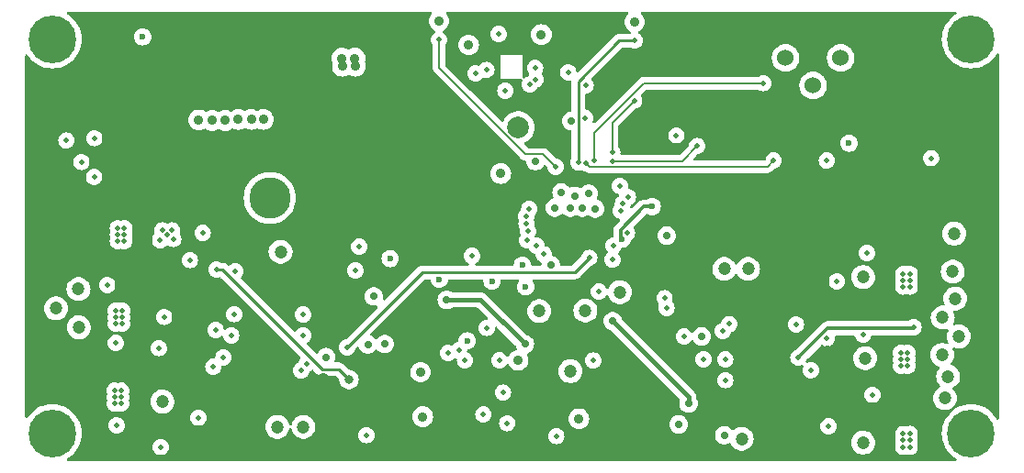
<source format=gbr>
%TF.GenerationSoftware,KiCad,Pcbnew,8.0.2*%
%TF.CreationDate,2024-07-12T01:17:03+08:00*%
%TF.ProjectId,bldcDriver,626c6463-4472-4697-9665-722e6b696361,rev?*%
%TF.SameCoordinates,Original*%
%TF.FileFunction,Copper,L2,Inr*%
%TF.FilePolarity,Positive*%
%FSLAX46Y46*%
G04 Gerber Fmt 4.6, Leading zero omitted, Abs format (unit mm)*
G04 Created by KiCad (PCBNEW 8.0.2) date 2024-07-12 01:17:03*
%MOMM*%
%LPD*%
G01*
G04 APERTURE LIST*
%TA.AperFunction,ComponentPad*%
%ADD10C,1.524000*%
%TD*%
%TA.AperFunction,ComponentPad*%
%ADD11C,4.400000*%
%TD*%
%TA.AperFunction,ComponentPad*%
%ADD12R,3.800000X3.800000*%
%TD*%
%TA.AperFunction,ComponentPad*%
%ADD13C,3.800000*%
%TD*%
%TA.AperFunction,ComponentPad*%
%ADD14C,0.600000*%
%TD*%
%TA.AperFunction,ViaPad*%
%ADD15C,0.500000*%
%TD*%
%TA.AperFunction,ViaPad*%
%ADD16C,0.900000*%
%TD*%
%TA.AperFunction,ViaPad*%
%ADD17C,1.200000*%
%TD*%
%TA.AperFunction,ViaPad*%
%ADD18C,0.700000*%
%TD*%
%TA.AperFunction,ViaPad*%
%ADD19C,0.600000*%
%TD*%
%TA.AperFunction,ViaPad*%
%ADD20C,2.000000*%
%TD*%
%TA.AperFunction,ViaPad*%
%ADD21C,0.800000*%
%TD*%
%TA.AperFunction,Conductor*%
%ADD22C,0.300000*%
%TD*%
%TA.AperFunction,Conductor*%
%ADD23C,0.400000*%
%TD*%
%TA.AperFunction,Conductor*%
%ADD24C,0.150000*%
%TD*%
%TA.AperFunction,Conductor*%
%ADD25C,0.250000*%
%TD*%
G04 APERTURE END LIST*
D10*
%TO.N,+3V3*%
%TO.C,RV1*%
X107640000Y-34960000D03*
%TO.N,/ADC1_IN2*%
X105100000Y-37500000D03*
%TO.N,GNDD*%
X102560000Y-34960000D03*
%TD*%
D11*
%TO.N,N/C*%
%TO.C,*%
X34960000Y-33240000D03*
%TD*%
%TO.N,N/C*%
%TO.C,*%
X119660000Y-33240000D03*
%TD*%
D12*
%TO.N,GNDPWR*%
%TO.C,J1*%
X60000000Y-47900000D03*
D13*
%TO.N,+BATT*%
X55000000Y-47900000D03*
%TD*%
D11*
%TO.N,N/C*%
%TO.C,*%
X119660000Y-69640000D03*
%TD*%
%TO.N,N/C*%
%TO.C,*%
X34960000Y-69640000D03*
%TD*%
D14*
%TO.N,GNDPWR*%
%TO.C,U3*%
X57891000Y-43059000D03*
X57891000Y-41959000D03*
X57891000Y-40659000D03*
X57891000Y-39459000D03*
X56691000Y-43059000D03*
X56691000Y-41959000D03*
X56691000Y-40659000D03*
X56691000Y-39459000D03*
%TD*%
D15*
%TO.N,Net-(U5-PB12)*%
X86600000Y-53600000D03*
D16*
%TO.N,GNDPWR*%
X46400000Y-36450000D03*
D17*
X104400000Y-70600000D03*
X120962500Y-56000000D03*
D16*
X62850000Y-32650000D03*
X58950000Y-31600000D03*
D17*
X48275000Y-58600000D03*
D16*
X50550000Y-42800000D03*
X48900000Y-36450000D03*
X62750000Y-31900000D03*
D17*
X120350000Y-51350000D03*
X103171500Y-70900000D03*
X35337500Y-52837500D03*
X120900000Y-52800000D03*
D16*
X61700000Y-32000000D03*
D17*
X50800000Y-51700000D03*
X50600000Y-65700000D03*
X50600000Y-66700000D03*
X50800000Y-50700000D03*
D16*
X59950000Y-31650000D03*
D17*
X120937500Y-54300000D03*
X34037500Y-64000000D03*
X104294863Y-55083967D03*
X34037500Y-65400000D03*
D16*
X59000000Y-32500000D03*
X63700000Y-43050000D03*
D17*
X106604074Y-63195926D03*
X120662500Y-65500000D03*
D16*
X51650000Y-42850000D03*
X59950000Y-32500000D03*
X47300000Y-36450000D03*
X52250000Y-36400000D03*
D17*
X34037500Y-62800000D03*
D16*
X49450000Y-42750000D03*
D17*
X35337500Y-51500000D03*
X103212500Y-55821476D03*
X121299999Y-64203502D03*
D16*
X59450000Y-33150000D03*
X51400000Y-36450000D03*
X61700000Y-32700000D03*
X44800000Y-34850000D03*
D17*
X121400000Y-57203498D03*
X48275000Y-59750000D03*
D16*
X52700000Y-42400000D03*
X44900000Y-37400000D03*
D17*
X106450093Y-62103727D03*
D16*
X48350000Y-42800000D03*
X94800000Y-58900000D03*
X49850000Y-36450000D03*
D17*
X59945926Y-64654074D03*
D16*
%TO.N,GNDD*%
X69100000Y-68100000D03*
D17*
X82725000Y-63900000D03*
D16*
X76300000Y-45650000D03*
D17*
X79845926Y-58354074D03*
D18*
X83800000Y-48800000D03*
D19*
X78600000Y-56100000D03*
D16*
X77900000Y-62900000D03*
X73333641Y-33768531D03*
X62850000Y-35000000D03*
X62900000Y-35750000D03*
D17*
X87275000Y-56600000D03*
D18*
X85000000Y-48900000D03*
D19*
X73200000Y-61100000D03*
D18*
X84400000Y-47500000D03*
X64043750Y-61443750D03*
X82775000Y-40800000D03*
X81900000Y-47400000D03*
D16*
X61650000Y-35000000D03*
X61700000Y-35750000D03*
D18*
X96900000Y-69815000D03*
D19*
X70621783Y-55400000D03*
X66100000Y-53500000D03*
D16*
X83500000Y-68300000D03*
D19*
X78300000Y-54100000D03*
D16*
X88635000Y-31637500D03*
D18*
X83100000Y-47700000D03*
X82700000Y-48800000D03*
X92700000Y-68815000D03*
X79500000Y-44500000D03*
D19*
X75500000Y-55600000D03*
D16*
X80037500Y-32800000D03*
D18*
X81300000Y-48800000D03*
X91592732Y-51385464D03*
X64600000Y-57000000D03*
D17*
X84100000Y-58300000D03*
D16*
X70600000Y-31575000D03*
X68900000Y-64000000D03*
D15*
%TO.N,+3V3*%
X106350000Y-44450000D03*
D18*
X80900000Y-54100000D03*
D15*
X115975835Y-44225000D03*
D18*
X86630000Y-59280000D03*
D19*
X43281000Y-33016500D03*
D18*
X93600000Y-66900000D03*
D15*
X92487000Y-42113000D03*
D20*
X77900000Y-41400000D03*
D19*
X90262500Y-48700000D03*
X87470812Y-51716774D03*
D16*
%TO.N,+BATT*%
X48450000Y-40700000D03*
D15*
X40700000Y-65700000D03*
D17*
X98500000Y-70135000D03*
X99100000Y-54465000D03*
D15*
X40800000Y-59500000D03*
X114000000Y-70900000D03*
X113800000Y-63400000D03*
D17*
X58100000Y-69035000D03*
D15*
X113400000Y-54900000D03*
X114000000Y-70300000D03*
X40800000Y-58900000D03*
X113800000Y-62800000D03*
X41400000Y-59500000D03*
X40700000Y-66900000D03*
X113400000Y-70900000D03*
X41400000Y-58900000D03*
X114000000Y-54900000D03*
X113400000Y-69700000D03*
D16*
X54400000Y-40650000D03*
X49700000Y-40750000D03*
D15*
X114000000Y-69700000D03*
D17*
X96900000Y-54465000D03*
D15*
X113400000Y-56100000D03*
X41600000Y-51300000D03*
D17*
X117537500Y-64400000D03*
D15*
X41000000Y-51900000D03*
D17*
X117962500Y-54700000D03*
X117237500Y-66400000D03*
D15*
X113200000Y-62800000D03*
X114000000Y-56100000D03*
D17*
X55700000Y-69035000D03*
D15*
X41300000Y-65700000D03*
D16*
X53300000Y-40650000D03*
D15*
X41600000Y-51900000D03*
D16*
X50900000Y-40750000D03*
D15*
X41000000Y-50700000D03*
X113400000Y-70300000D03*
X41300000Y-66300000D03*
X41000000Y-51300000D03*
X40800000Y-58300000D03*
X41300000Y-66900000D03*
X41600000Y-50700000D03*
D18*
X60200000Y-62600000D03*
D17*
X56000000Y-52865000D03*
X118200000Y-57200000D03*
D18*
X94800000Y-60700000D03*
D15*
X114000000Y-55500000D03*
X113400000Y-55500000D03*
D17*
X118100000Y-51200000D03*
D15*
X40700000Y-66300000D03*
D16*
X52100000Y-40650000D03*
D15*
X113200000Y-63400000D03*
X113800000Y-62200000D03*
X41400000Y-58300000D03*
X113200000Y-62200000D03*
%TO.N,/SWDIO*%
X80250000Y-53100000D03*
%TO.N,/USART3_TX*%
X87925000Y-51121086D03*
%TO.N,/SWCLK*%
X79600000Y-52300000D03*
%TO.N,/USART3_RX*%
X86700000Y-52300000D03*
%TO.N,Net-(Q1-S-Pad1)*%
X48417500Y-68190000D03*
%TO.N,/TIM1_CH2*%
X97000000Y-62814500D03*
X97000000Y-64728500D03*
X95000000Y-62796500D03*
%TO.N,/TIM1_CH1*%
X93200000Y-60700000D03*
%TO.N,/TIM1_CH3*%
X85348962Y-56551038D03*
%TO.N,/TIM8_CH3*%
X63242500Y-52400000D03*
%TO.N,/TIM8_CH1*%
X73652288Y-53252288D03*
%TO.N,/SPI1_MISO*%
X87275697Y-46775821D03*
X76716870Y-38002603D03*
X74972968Y-36084571D03*
X84094451Y-40500000D03*
%TO.N,/TIM8_CH2*%
X58071000Y-60603500D03*
X62900360Y-54593750D03*
X58071000Y-58671500D03*
%TO.N,/SPI1_MOSI*%
X78978299Y-37419781D03*
X84128768Y-37528768D03*
%TO.N,/SPI1_SCK*%
X82500000Y-36300000D03*
%TO.N,Net-(Q8-S-Pad1)*%
X106512500Y-69000000D03*
%TO.N,Net-(U9-VDD)*%
X76100000Y-32768111D03*
X73962500Y-36400000D03*
%TO.N,/NSS1*%
X78635803Y-49561537D03*
%TO.N,/NSS2*%
X88007645Y-47810201D03*
%TO.N,/ADC1_IN11*%
X76175000Y-62900000D03*
%TO.N,/inverter/2VS1*%
X104892500Y-63807976D03*
D17*
X109700000Y-70500000D03*
X116990000Y-62400000D03*
%TO.N,/inverter/2VS2*%
X118520000Y-60690000D03*
X109900000Y-62700000D03*
D15*
X106369904Y-60869904D03*
D17*
%TO.N,/inverter/2VS3*%
X117040000Y-58950000D03*
X109700000Y-55200000D03*
D15*
%TO.N,/inverter/1VS1*%
X46000000Y-50900000D03*
X46100000Y-51700000D03*
X44900000Y-51800000D03*
D17*
X37366500Y-56315339D03*
D15*
X45100000Y-50900000D03*
X47629789Y-53635326D03*
X45500000Y-51300000D03*
%TO.N,/inverter/1VS2*%
X45250000Y-58890000D03*
D17*
X35300000Y-58100000D03*
D15*
X50000000Y-60100000D03*
%TO.N,/inverter/1VS3*%
X49800000Y-63500000D03*
D17*
X37386500Y-59843500D03*
X45100000Y-66700000D03*
D15*
%TO.N,/inverter/1HO1*%
X51717172Y-58635499D03*
X40000000Y-55940000D03*
%TO.N,/inverter/1HO2*%
X40807500Y-61300000D03*
X51438709Y-60600000D03*
%TO.N,/inverter/1LO2*%
X44767500Y-61775000D03*
X57900000Y-63853500D03*
%TO.N,/inverter/1HO3*%
X50729535Y-62629498D03*
X40890000Y-68900000D03*
%TO.N,/inverter/1LO3*%
X58400000Y-63200000D03*
X44952500Y-70900000D03*
%TO.N,/inverter/2HO2*%
X114346250Y-59846250D03*
X103739111Y-62652167D03*
%TO.N,/inverter/2LO3*%
X96778500Y-60178500D03*
X110052500Y-52991476D03*
%TO.N,/inverter/2LO2*%
X97353500Y-59546500D03*
X109692500Y-60540000D03*
%TO.N,/inverter/2LO1*%
X103504408Y-59581218D03*
X110559000Y-66071476D03*
%TO.N,/USART2_TX*%
X88600000Y-38900000D03*
X86575000Y-43712136D03*
%TO.N,/USART2_RX*%
X86575000Y-44500000D03*
X94400000Y-43100000D03*
%TO.N,/SPI3_MOSI*%
X78924834Y-48925000D03*
%TO.N,/SPI3_MISO*%
X36255751Y-42600000D03*
X78674590Y-50260464D03*
X37626913Y-44573087D03*
%TO.N,/RESET*%
X83450000Y-44635621D03*
X88635000Y-33362500D03*
D18*
%TO.N,/OP_VCC*%
X71318750Y-57318750D03*
X78525000Y-61400000D03*
X65587500Y-61400000D03*
D15*
%TO.N,/ADC2_IN15*%
X62137500Y-61700000D03*
X84452793Y-53440707D03*
%TO.N,Net-(Q12-S-Pad1)*%
X107300000Y-55600000D03*
%TO.N,Net-(Q16-S-Pad1)*%
X48820000Y-51140000D03*
%TO.N,/1CS2+*%
X50097500Y-54510000D03*
D21*
X62306403Y-64681097D03*
D15*
%TO.N,/1CS2-*%
X63900000Y-69812500D03*
X51822500Y-54675000D03*
%TO.N,/2CS2-*%
X91575000Y-58057026D03*
X81412500Y-69900000D03*
%TO.N,/2CS2+*%
X91391103Y-57165429D03*
X76500000Y-65887500D03*
%TO.N,/SPI3_SCK*%
X78800000Y-50949141D03*
X38814433Y-42376992D03*
X38810180Y-45965086D03*
%TO.N,/KEY*%
X81350304Y-45020395D03*
X70600000Y-33300000D03*
%TO.N,/SPI1_CS*%
X79457532Y-35897890D03*
X79499689Y-36952709D03*
%TO.N,/ADC1_IN2*%
X100500000Y-37300000D03*
X84895004Y-44458503D03*
%TO.N,Net-(U5-PA15)*%
X78700000Y-51800000D03*
%TO.N,/VREF_OP1*%
X74700000Y-67900000D03*
X71437806Y-62230271D03*
%TO.N,/VREF_OP2*%
X76900000Y-68700000D03*
X72425000Y-61975000D03*
%TO.N,/INA2+*%
X75000000Y-59900000D03*
%TO.N,/ADC1_IN15_COMP4_INP*%
X84825647Y-62917712D03*
X87553019Y-48393227D03*
%TO.N,/ADC1_IN12_COMP1_INP*%
X87378345Y-49071086D03*
X73000000Y-62900000D03*
D19*
%TO.N,GND*%
X108400000Y-42837500D03*
D15*
%TO.N,/RGB*%
X101450000Y-44450000D03*
X84147282Y-44685256D03*
%TD*%
D22*
%TO.N,+3V3*%
X87325000Y-51570962D02*
X87325000Y-50872557D01*
X87470812Y-51716774D02*
X87325000Y-51570962D01*
X89497557Y-48700000D02*
X90262500Y-48700000D01*
D23*
X93600000Y-66250000D02*
X93600000Y-66900000D01*
D22*
X87325000Y-50872557D02*
X89497557Y-48700000D01*
D23*
X86630000Y-59280000D02*
X93600000Y-66250000D01*
D22*
%TO.N,/inverter/2HO2*%
X106451278Y-59940000D02*
X103739111Y-62652167D01*
X114346250Y-59846250D02*
X114252500Y-59940000D01*
X114252500Y-59940000D02*
X106451278Y-59940000D01*
D24*
%TO.N,/USART2_TX*%
X86575000Y-40925000D02*
X88600000Y-38900000D01*
X86575000Y-43712136D02*
X86575000Y-40925000D01*
%TO.N,/USART2_RX*%
X94400000Y-43100000D02*
X93000000Y-44500000D01*
D25*
%TO.N,/RESET*%
X83450000Y-37150000D02*
X87237500Y-33362500D01*
X83450000Y-44635621D02*
X83450000Y-37150000D01*
X87237500Y-33362500D02*
X88635000Y-33362500D01*
D23*
%TO.N,/OP_VCC*%
X71318750Y-57318750D02*
X74443750Y-57318750D01*
X74443750Y-57318750D02*
X78525000Y-61400000D01*
D25*
%TO.N,/ADC2_IN15*%
X62137500Y-61700000D02*
X69062500Y-54775000D01*
X83118500Y-54775000D02*
X84452793Y-53440707D01*
X69062500Y-54775000D02*
X83118500Y-54775000D01*
%TO.N,/1CS2+*%
X50097500Y-54510000D02*
X50635000Y-54510000D01*
X59854074Y-63729074D02*
X61354380Y-63729074D01*
X50635000Y-54510000D02*
X59854074Y-63729074D01*
X61354380Y-63729074D02*
X62306403Y-64681097D01*
D24*
%TO.N,/KEY*%
X70600000Y-33300000D02*
X70600000Y-35903123D01*
X80204909Y-43875000D02*
X81350304Y-45020395D01*
X70600000Y-35903123D02*
X78571877Y-43875000D01*
X78571877Y-43875000D02*
X80204909Y-43875000D01*
%TO.N,/ADC1_IN2*%
X89457537Y-37300000D02*
X100500000Y-37300000D01*
X84895004Y-41862533D02*
X89457537Y-37300000D01*
X84895004Y-44458503D02*
X84895004Y-41862533D01*
%TO.N,/RGB*%
X84147282Y-44685256D02*
X84487026Y-45025000D01*
X84487026Y-45025000D02*
X100875000Y-45025000D01*
X100875000Y-45025000D02*
X101450000Y-44450000D01*
%TO.N,/USART2_RX*%
X93000000Y-44500000D02*
X86575000Y-44500000D01*
%TD*%
%TA.AperFunction,Conductor*%
%TO.N,GNDPWR*%
G36*
X69901962Y-30709685D02*
G01*
X69947717Y-30762489D01*
X69957661Y-30831647D01*
X69928636Y-30895203D01*
X69925687Y-30898369D01*
X69805864Y-31044373D01*
X69805862Y-31044376D01*
X69717604Y-31209497D01*
X69663253Y-31388666D01*
X69663252Y-31388668D01*
X69644901Y-31575000D01*
X69663252Y-31761331D01*
X69663253Y-31761333D01*
X69717604Y-31940502D01*
X69805862Y-32105623D01*
X69805864Y-32105626D01*
X69924642Y-32250357D01*
X70069373Y-32369135D01*
X70069376Y-32369137D01*
X70205973Y-32442149D01*
X70255817Y-32491111D01*
X70271278Y-32559248D01*
X70247447Y-32624928D01*
X70213493Y-32656500D01*
X70129112Y-32709521D01*
X70129109Y-32709523D01*
X70009523Y-32829109D01*
X70009518Y-32829115D01*
X69919547Y-32972302D01*
X69919545Y-32972305D01*
X69863685Y-33131943D01*
X69844751Y-33299997D01*
X69844751Y-33300002D01*
X69863685Y-33468056D01*
X69919545Y-33627693D01*
X70005493Y-33764476D01*
X70024500Y-33830449D01*
X70024500Y-35978888D01*
X70063719Y-36125259D01*
X70099984Y-36188071D01*
X70139485Y-36256488D01*
X78111362Y-44228365D01*
X78218512Y-44335515D01*
X78302357Y-44383923D01*
X78338911Y-44405028D01*
X78349742Y-44411281D01*
X78496111Y-44450500D01*
X78527962Y-44450500D01*
X78595001Y-44470185D01*
X78640756Y-44522989D01*
X78651283Y-44561538D01*
X78663503Y-44677804D01*
X78663504Y-44677807D01*
X78718747Y-44847829D01*
X78718750Y-44847835D01*
X78808141Y-45002665D01*
X78842186Y-45040476D01*
X78927764Y-45135521D01*
X78927767Y-45135523D01*
X78927770Y-45135526D01*
X79072407Y-45240612D01*
X79235733Y-45313329D01*
X79410609Y-45350500D01*
X79410610Y-45350500D01*
X79589389Y-45350500D01*
X79589391Y-45350500D01*
X79764267Y-45313329D01*
X79927593Y-45240612D01*
X80072230Y-45135526D01*
X80076796Y-45130456D01*
X80116399Y-45086471D01*
X80191859Y-45002665D01*
X80230689Y-44935408D01*
X80281255Y-44887194D01*
X80349862Y-44873970D01*
X80414727Y-44899938D01*
X80425757Y-44909728D01*
X80571818Y-45055789D01*
X80605303Y-45117112D01*
X80607357Y-45129586D01*
X80613989Y-45188450D01*
X80669849Y-45348089D01*
X80669851Y-45348092D01*
X80759822Y-45491279D01*
X80759827Y-45491285D01*
X80879413Y-45610871D01*
X80879419Y-45610876D01*
X81022606Y-45700847D01*
X81022609Y-45700849D01*
X81022613Y-45700850D01*
X81022614Y-45700851D01*
X81087807Y-45723663D01*
X81182247Y-45756709D01*
X81350301Y-45775644D01*
X81350304Y-45775644D01*
X81350307Y-45775644D01*
X81518360Y-45756709D01*
X81518363Y-45756708D01*
X81677994Y-45700851D01*
X81677996Y-45700849D01*
X81677998Y-45700849D01*
X81678001Y-45700847D01*
X81821188Y-45610876D01*
X81821189Y-45610875D01*
X81821194Y-45610872D01*
X81940781Y-45491285D01*
X81944407Y-45485514D01*
X82030756Y-45348092D01*
X82030758Y-45348089D01*
X82030758Y-45348087D01*
X82030760Y-45348085D01*
X82086617Y-45188454D01*
X82086617Y-45188453D01*
X82086618Y-45188451D01*
X82105553Y-45020397D01*
X82105553Y-45020392D01*
X82086618Y-44852338D01*
X82037950Y-44713253D01*
X82030760Y-44692705D01*
X82030759Y-44692704D01*
X82030758Y-44692700D01*
X82030756Y-44692697D01*
X81940785Y-44549510D01*
X81940780Y-44549504D01*
X81821194Y-44429918D01*
X81821188Y-44429913D01*
X81678001Y-44339942D01*
X81677998Y-44339940D01*
X81518359Y-44284080D01*
X81459495Y-44277448D01*
X81395081Y-44250381D01*
X81385698Y-44241909D01*
X80558276Y-43414487D01*
X80558274Y-43414485D01*
X80428851Y-43339762D01*
X80427045Y-43338719D01*
X80353859Y-43319109D01*
X80280675Y-43299500D01*
X80280674Y-43299500D01*
X78861619Y-43299500D01*
X78794580Y-43279815D01*
X78773938Y-43263181D01*
X78482748Y-42971991D01*
X78449263Y-42910668D01*
X78454247Y-42840976D01*
X78496119Y-42785043D01*
X78511412Y-42775255D01*
X78516854Y-42772310D01*
X78723509Y-42660474D01*
X78919744Y-42507738D01*
X79088164Y-42324785D01*
X79224173Y-42116607D01*
X79324063Y-41888881D01*
X79385108Y-41647821D01*
X79385581Y-41642110D01*
X79405643Y-41400005D01*
X79405643Y-41399994D01*
X79385109Y-41152187D01*
X79385107Y-41152175D01*
X79324063Y-40911118D01*
X79224173Y-40683393D01*
X79088166Y-40475217D01*
X79066557Y-40451744D01*
X78919744Y-40292262D01*
X78723509Y-40139526D01*
X78723507Y-40139525D01*
X78723506Y-40139524D01*
X78504811Y-40021172D01*
X78504802Y-40021169D01*
X78269616Y-39940429D01*
X78024335Y-39899500D01*
X77775665Y-39899500D01*
X77530383Y-39940429D01*
X77295197Y-40021169D01*
X77295188Y-40021172D01*
X77076493Y-40139524D01*
X76880257Y-40292261D01*
X76711833Y-40475217D01*
X76575827Y-40683391D01*
X76532357Y-40782493D01*
X76487400Y-40835978D01*
X76420664Y-40856668D01*
X76353336Y-40837993D01*
X76331120Y-40820363D01*
X73513357Y-38002600D01*
X75961621Y-38002600D01*
X75961621Y-38002605D01*
X75980555Y-38170659D01*
X76036415Y-38330297D01*
X76036417Y-38330300D01*
X76126388Y-38473487D01*
X76126393Y-38473493D01*
X76245979Y-38593079D01*
X76245985Y-38593084D01*
X76389172Y-38683055D01*
X76389175Y-38683057D01*
X76389179Y-38683058D01*
X76389180Y-38683059D01*
X76461783Y-38708463D01*
X76548813Y-38738917D01*
X76716867Y-38757852D01*
X76716870Y-38757852D01*
X76716873Y-38757852D01*
X76884926Y-38738917D01*
X76884929Y-38738916D01*
X77044560Y-38683059D01*
X77044562Y-38683057D01*
X77044564Y-38683057D01*
X77044567Y-38683055D01*
X77187754Y-38593084D01*
X77187755Y-38593083D01*
X77187760Y-38593080D01*
X77307347Y-38473493D01*
X77397322Y-38330300D01*
X77397324Y-38330297D01*
X77397324Y-38330295D01*
X77397326Y-38330293D01*
X77453183Y-38170662D01*
X77453183Y-38170661D01*
X77453184Y-38170659D01*
X77472119Y-38002605D01*
X77472119Y-38002600D01*
X77453184Y-37834546D01*
X77397324Y-37674908D01*
X77397322Y-37674905D01*
X77307351Y-37531718D01*
X77307346Y-37531712D01*
X77187760Y-37412126D01*
X77187754Y-37412121D01*
X77044567Y-37322150D01*
X77044564Y-37322148D01*
X76884926Y-37266288D01*
X76716873Y-37247354D01*
X76716867Y-37247354D01*
X76548813Y-37266288D01*
X76389175Y-37322148D01*
X76389172Y-37322150D01*
X76245985Y-37412121D01*
X76245979Y-37412126D01*
X76126393Y-37531712D01*
X76126388Y-37531718D01*
X76036417Y-37674905D01*
X76036415Y-37674908D01*
X75980555Y-37834546D01*
X75961621Y-38002600D01*
X73513357Y-38002600D01*
X71910754Y-36399997D01*
X73207251Y-36399997D01*
X73207251Y-36400002D01*
X73226185Y-36568056D01*
X73282045Y-36727694D01*
X73282047Y-36727697D01*
X73372018Y-36870884D01*
X73372023Y-36870890D01*
X73491609Y-36990476D01*
X73491615Y-36990481D01*
X73634802Y-37080452D01*
X73634805Y-37080454D01*
X73634809Y-37080455D01*
X73634810Y-37080456D01*
X73654232Y-37087252D01*
X73794443Y-37136314D01*
X73962497Y-37155249D01*
X73962500Y-37155249D01*
X73962503Y-37155249D01*
X74130556Y-37136314D01*
X74143048Y-37131943D01*
X74290190Y-37080456D01*
X74290192Y-37080454D01*
X74290194Y-37080454D01*
X74290197Y-37080452D01*
X74433384Y-36990481D01*
X74433385Y-36990480D01*
X74433390Y-36990477D01*
X74523867Y-36900000D01*
X76300000Y-36900000D01*
X78194180Y-36900000D01*
X78261219Y-36919685D01*
X78306974Y-36972489D01*
X78316918Y-37041647D01*
X78300725Y-37085747D01*
X78300865Y-37085815D01*
X78300172Y-37087252D01*
X78299175Y-37089970D01*
X78297844Y-37092087D01*
X78241984Y-37251724D01*
X78223050Y-37419778D01*
X78223050Y-37419783D01*
X78241984Y-37587837D01*
X78297844Y-37747475D01*
X78297846Y-37747478D01*
X78387817Y-37890665D01*
X78387822Y-37890671D01*
X78507408Y-38010257D01*
X78507414Y-38010262D01*
X78650601Y-38100233D01*
X78650604Y-38100235D01*
X78650608Y-38100236D01*
X78650609Y-38100237D01*
X78723212Y-38125641D01*
X78810242Y-38156095D01*
X78978296Y-38175030D01*
X78978299Y-38175030D01*
X78978302Y-38175030D01*
X79146355Y-38156095D01*
X79146358Y-38156094D01*
X79305989Y-38100237D01*
X79305991Y-38100235D01*
X79305993Y-38100235D01*
X79305996Y-38100233D01*
X79449183Y-38010262D01*
X79449184Y-38010261D01*
X79449189Y-38010258D01*
X79568776Y-37890671D01*
X79658755Y-37747471D01*
X79661081Y-37740821D01*
X79701798Y-37684045D01*
X79737169Y-37664729D01*
X79827379Y-37633165D01*
X79827382Y-37633162D01*
X79827386Y-37633161D01*
X79970573Y-37543190D01*
X79970574Y-37543189D01*
X79970579Y-37543186D01*
X80090166Y-37423599D01*
X80097378Y-37412121D01*
X80180141Y-37280406D01*
X80180143Y-37280403D01*
X80180143Y-37280401D01*
X80180145Y-37280399D01*
X80236002Y-37120768D01*
X80236002Y-37120767D01*
X80236003Y-37120765D01*
X80254938Y-36952711D01*
X80254938Y-36952706D01*
X80236003Y-36784652D01*
X80181081Y-36627694D01*
X80180145Y-36625019D01*
X80180144Y-36625018D01*
X80180143Y-36625014D01*
X80180141Y-36625011D01*
X80090170Y-36481824D01*
X80085825Y-36476376D01*
X80086909Y-36475511D01*
X80057095Y-36420910D01*
X80062079Y-36351218D01*
X80073263Y-36328587D01*
X80137988Y-36225580D01*
X80193845Y-36065949D01*
X80193845Y-36065948D01*
X80193846Y-36065946D01*
X80212781Y-35897892D01*
X80212781Y-35897887D01*
X80193846Y-35729833D01*
X80153204Y-35613685D01*
X80137988Y-35570200D01*
X80137987Y-35570199D01*
X80137986Y-35570195D01*
X80137984Y-35570192D01*
X80048013Y-35427005D01*
X80048008Y-35426999D01*
X79928422Y-35307413D01*
X79928416Y-35307408D01*
X79785229Y-35217437D01*
X79785226Y-35217435D01*
X79625588Y-35161575D01*
X79457535Y-35142641D01*
X79457529Y-35142641D01*
X79289475Y-35161575D01*
X79129837Y-35217435D01*
X79129834Y-35217437D01*
X78986647Y-35307408D01*
X78986641Y-35307413D01*
X78867055Y-35426999D01*
X78867050Y-35427005D01*
X78777079Y-35570192D01*
X78777077Y-35570195D01*
X78721217Y-35729833D01*
X78702283Y-35897887D01*
X78702283Y-35897892D01*
X78721217Y-36065946D01*
X78777077Y-36225584D01*
X78777079Y-36225587D01*
X78867050Y-36368774D01*
X78871396Y-36374223D01*
X78870311Y-36375088D01*
X78900125Y-36429688D01*
X78895141Y-36499380D01*
X78883953Y-36522018D01*
X78819231Y-36625020D01*
X78816901Y-36631680D01*
X78776175Y-36688453D01*
X78740818Y-36707758D01*
X78650607Y-36739324D01*
X78507414Y-36829299D01*
X78501966Y-36833645D01*
X78500128Y-36831340D01*
X78450358Y-36858517D01*
X78380666Y-36853533D01*
X78324733Y-36811661D01*
X78300316Y-36746197D01*
X78300000Y-36737351D01*
X78300000Y-34700000D01*
X76300000Y-34700000D01*
X76300000Y-36900000D01*
X74523867Y-36900000D01*
X74552977Y-36870890D01*
X74571531Y-36841361D01*
X74623862Y-36795071D01*
X74692916Y-36784421D01*
X74717479Y-36790291D01*
X74804911Y-36820885D01*
X74972965Y-36839820D01*
X74972968Y-36839820D01*
X74972971Y-36839820D01*
X75141024Y-36820885D01*
X75167385Y-36811661D01*
X75300658Y-36765027D01*
X75300660Y-36765025D01*
X75300662Y-36765025D01*
X75300665Y-36765023D01*
X75443852Y-36675052D01*
X75443853Y-36675051D01*
X75443858Y-36675048D01*
X75563445Y-36555461D01*
X75570558Y-36544141D01*
X75653420Y-36412268D01*
X75653422Y-36412265D01*
X75653422Y-36412263D01*
X75653424Y-36412261D01*
X75709281Y-36252630D01*
X75709281Y-36252629D01*
X75709282Y-36252627D01*
X75728217Y-36084573D01*
X75728217Y-36084568D01*
X75709282Y-35916514D01*
X75653422Y-35756876D01*
X75653420Y-35756873D01*
X75563449Y-35613686D01*
X75563444Y-35613680D01*
X75443858Y-35494094D01*
X75443852Y-35494089D01*
X75300665Y-35404118D01*
X75300662Y-35404116D01*
X75141024Y-35348256D01*
X74972971Y-35329322D01*
X74972965Y-35329322D01*
X74804911Y-35348256D01*
X74645273Y-35404116D01*
X74645270Y-35404118D01*
X74502083Y-35494089D01*
X74502077Y-35494094D01*
X74382493Y-35613678D01*
X74382488Y-35613685D01*
X74363935Y-35643211D01*
X74311600Y-35689501D01*
X74242546Y-35700148D01*
X74217989Y-35694279D01*
X74130557Y-35663686D01*
X73962503Y-35644751D01*
X73962497Y-35644751D01*
X73794443Y-35663685D01*
X73634805Y-35719545D01*
X73634802Y-35719547D01*
X73491615Y-35809518D01*
X73491609Y-35809523D01*
X73372023Y-35929109D01*
X73372018Y-35929115D01*
X73282047Y-36072302D01*
X73282045Y-36072305D01*
X73226185Y-36231943D01*
X73207251Y-36399997D01*
X71910754Y-36399997D01*
X71211819Y-35701062D01*
X71178334Y-35639739D01*
X71175500Y-35613381D01*
X71175500Y-33830449D01*
X71193339Y-33768531D01*
X72378542Y-33768531D01*
X72396893Y-33954862D01*
X72396894Y-33954864D01*
X72451245Y-34134033D01*
X72539503Y-34299154D01*
X72539505Y-34299157D01*
X72658283Y-34443888D01*
X72803014Y-34562666D01*
X72803017Y-34562668D01*
X72937401Y-34634497D01*
X72968140Y-34650927D01*
X73110079Y-34693984D01*
X73147307Y-34705277D01*
X73147309Y-34705278D01*
X73164015Y-34706923D01*
X73333641Y-34723630D01*
X73519972Y-34705278D01*
X73699142Y-34650927D01*
X73864266Y-34562667D01*
X74008998Y-34443888D01*
X74127777Y-34299156D01*
X74216037Y-34134032D01*
X74270388Y-33954862D01*
X74288740Y-33768531D01*
X74271564Y-33594136D01*
X74270388Y-33582199D01*
X74270387Y-33582197D01*
X74235763Y-33468059D01*
X74216037Y-33403030D01*
X74216036Y-33403028D01*
X74127778Y-33237907D01*
X74127776Y-33237904D01*
X74008998Y-33093173D01*
X73864267Y-32974395D01*
X73864264Y-32974393D01*
X73699143Y-32886135D01*
X73519974Y-32831784D01*
X73519972Y-32831783D01*
X73333641Y-32813432D01*
X73147309Y-32831783D01*
X73147307Y-32831784D01*
X72968138Y-32886135D01*
X72803017Y-32974393D01*
X72803014Y-32974395D01*
X72658283Y-33093173D01*
X72539505Y-33237904D01*
X72539503Y-33237907D01*
X72451245Y-33403028D01*
X72396894Y-33582197D01*
X72396893Y-33582199D01*
X72378542Y-33768531D01*
X71193339Y-33768531D01*
X71194507Y-33764476D01*
X71211931Y-33736747D01*
X71280456Y-33627690D01*
X71336313Y-33468059D01*
X71336313Y-33468058D01*
X71336314Y-33468056D01*
X71355249Y-33300002D01*
X71355249Y-33299997D01*
X71336314Y-33131943D01*
X71285362Y-32986331D01*
X71280456Y-32972310D01*
X71280455Y-32972309D01*
X71280454Y-32972305D01*
X71280452Y-32972302D01*
X71190481Y-32829115D01*
X71190476Y-32829109D01*
X71129475Y-32768108D01*
X75344751Y-32768108D01*
X75344751Y-32768113D01*
X75363685Y-32936167D01*
X75419545Y-33095805D01*
X75419547Y-33095808D01*
X75509518Y-33238995D01*
X75509523Y-33239001D01*
X75629109Y-33358587D01*
X75629115Y-33358592D01*
X75772302Y-33448563D01*
X75772305Y-33448565D01*
X75772309Y-33448566D01*
X75772310Y-33448567D01*
X75828007Y-33468056D01*
X75931943Y-33504425D01*
X76099997Y-33523360D01*
X76100000Y-33523360D01*
X76100003Y-33523360D01*
X76268056Y-33504425D01*
X76268059Y-33504424D01*
X76427690Y-33448567D01*
X76427692Y-33448565D01*
X76427694Y-33448565D01*
X76427697Y-33448563D01*
X76570884Y-33358592D01*
X76570885Y-33358591D01*
X76570890Y-33358588D01*
X76690477Y-33239001D01*
X76690481Y-33238995D01*
X76780452Y-33095808D01*
X76780454Y-33095805D01*
X76780454Y-33095803D01*
X76780456Y-33095801D01*
X76836313Y-32936170D01*
X76836313Y-32936169D01*
X76836314Y-32936167D01*
X76851656Y-32800000D01*
X79082401Y-32800000D01*
X79100752Y-32986331D01*
X79100753Y-32986333D01*
X79155104Y-33165502D01*
X79243362Y-33330623D01*
X79243364Y-33330626D01*
X79362142Y-33475357D01*
X79506873Y-33594135D01*
X79506876Y-33594137D01*
X79671997Y-33682395D01*
X79671999Y-33682396D01*
X79851166Y-33736746D01*
X79851168Y-33736747D01*
X79867874Y-33738392D01*
X80037500Y-33755099D01*
X80223831Y-33736747D01*
X80403001Y-33682396D01*
X80568125Y-33594136D01*
X80712857Y-33475357D01*
X80831636Y-33330625D01*
X80919896Y-33165501D01*
X80974247Y-32986331D01*
X80992599Y-32800000D01*
X80974247Y-32613669D01*
X80919896Y-32434499D01*
X80884959Y-32369136D01*
X80831637Y-32269376D01*
X80831635Y-32269373D01*
X80712857Y-32124642D01*
X80568126Y-32005864D01*
X80568123Y-32005862D01*
X80403002Y-31917604D01*
X80223833Y-31863253D01*
X80223831Y-31863252D01*
X80037500Y-31844901D01*
X79851168Y-31863252D01*
X79851166Y-31863253D01*
X79671997Y-31917604D01*
X79506876Y-32005862D01*
X79506873Y-32005864D01*
X79362142Y-32124642D01*
X79243364Y-32269373D01*
X79243362Y-32269376D01*
X79155104Y-32434497D01*
X79100753Y-32613666D01*
X79100752Y-32613668D01*
X79082401Y-32800000D01*
X76851656Y-32800000D01*
X76855249Y-32768113D01*
X76855249Y-32768108D01*
X76836314Y-32600054D01*
X76786396Y-32457396D01*
X76780456Y-32440421D01*
X76780455Y-32440420D01*
X76780454Y-32440416D01*
X76780452Y-32440413D01*
X76690481Y-32297226D01*
X76690476Y-32297220D01*
X76570890Y-32177634D01*
X76570884Y-32177629D01*
X76427697Y-32087658D01*
X76427694Y-32087656D01*
X76268056Y-32031796D01*
X76100003Y-32012862D01*
X76099997Y-32012862D01*
X75931943Y-32031796D01*
X75772305Y-32087656D01*
X75772302Y-32087658D01*
X75629115Y-32177629D01*
X75629109Y-32177634D01*
X75509523Y-32297220D01*
X75509518Y-32297226D01*
X75419547Y-32440413D01*
X75419545Y-32440416D01*
X75363685Y-32600054D01*
X75344751Y-32768108D01*
X71129475Y-32768108D01*
X71070888Y-32709521D01*
X70986506Y-32656500D01*
X70940216Y-32604165D01*
X70929568Y-32535112D01*
X70957943Y-32471264D01*
X70994021Y-32442151D01*
X71130625Y-32369136D01*
X71275357Y-32250357D01*
X71394136Y-32105625D01*
X71482396Y-31940501D01*
X71536747Y-31761331D01*
X71555099Y-31575000D01*
X71536747Y-31388669D01*
X71482396Y-31209499D01*
X71482395Y-31209497D01*
X71394137Y-31044376D01*
X71394135Y-31044373D01*
X71271493Y-30894934D01*
X71273025Y-30893676D01*
X71243911Y-30840358D01*
X71248895Y-30770666D01*
X71290767Y-30714733D01*
X71356231Y-30690316D01*
X71365077Y-30690000D01*
X87944693Y-30690000D01*
X88011732Y-30709685D01*
X88057487Y-30762489D01*
X88067431Y-30831647D01*
X88038406Y-30895203D01*
X88023358Y-30909853D01*
X87959642Y-30962142D01*
X87840864Y-31106873D01*
X87840862Y-31106876D01*
X87752604Y-31271997D01*
X87698253Y-31451166D01*
X87698252Y-31451168D01*
X87679901Y-31637500D01*
X87698252Y-31823831D01*
X87698253Y-31823833D01*
X87752604Y-32003002D01*
X87840862Y-32168123D01*
X87840864Y-32168126D01*
X87959642Y-32312857D01*
X88104373Y-32431635D01*
X88104376Y-32431637D01*
X88239089Y-32503642D01*
X88288933Y-32552604D01*
X88304394Y-32620741D01*
X88280563Y-32686421D01*
X88225005Y-32728790D01*
X88180636Y-32737000D01*
X87175889Y-32737000D01*
X87115471Y-32749018D01*
X87055048Y-32761037D01*
X87055043Y-32761038D01*
X87021046Y-32775120D01*
X87007897Y-32780567D01*
X86985669Y-32789774D01*
X86941213Y-32808188D01*
X86931057Y-32814975D01*
X86930949Y-32815047D01*
X86838768Y-32876640D01*
X86801513Y-32913896D01*
X86751642Y-32963767D01*
X86751639Y-32963770D01*
X83453539Y-36261869D01*
X83392216Y-36295354D01*
X83322524Y-36290370D01*
X83266591Y-36248498D01*
X83242638Y-36188071D01*
X83236314Y-36131944D01*
X83233975Y-36125259D01*
X83180456Y-35972310D01*
X83180455Y-35972309D01*
X83180454Y-35972305D01*
X83180452Y-35972302D01*
X83090481Y-35829115D01*
X83090476Y-35829109D01*
X82970890Y-35709523D01*
X82970884Y-35709518D01*
X82827697Y-35619547D01*
X82827694Y-35619545D01*
X82668056Y-35563685D01*
X82500003Y-35544751D01*
X82499997Y-35544751D01*
X82331943Y-35563685D01*
X82172305Y-35619545D01*
X82172302Y-35619547D01*
X82029115Y-35709518D01*
X82029109Y-35709523D01*
X81909523Y-35829109D01*
X81909518Y-35829115D01*
X81819547Y-35972302D01*
X81819545Y-35972305D01*
X81763685Y-36131943D01*
X81744751Y-36299997D01*
X81744751Y-36300002D01*
X81763685Y-36468056D01*
X81819545Y-36627694D01*
X81819547Y-36627697D01*
X81909518Y-36770884D01*
X81909523Y-36770890D01*
X82029109Y-36890476D01*
X82029115Y-36890481D01*
X82172302Y-36980452D01*
X82172305Y-36980454D01*
X82172309Y-36980455D01*
X82172310Y-36980456D01*
X82200946Y-36990476D01*
X82331943Y-37036314D01*
X82499997Y-37055249D01*
X82500000Y-37055249D01*
X82500003Y-37055249D01*
X82668059Y-37036313D01*
X82672908Y-37035207D01*
X82742647Y-37039481D01*
X82799004Y-37080779D01*
X82824087Y-37145992D01*
X82824500Y-37156098D01*
X82824500Y-39825500D01*
X82804815Y-39892539D01*
X82752011Y-39938294D01*
X82700500Y-39949500D01*
X82685609Y-39949500D01*
X82655688Y-39955860D01*
X82510733Y-39986670D01*
X82510728Y-39986672D01*
X82347408Y-40059387D01*
X82202768Y-40164475D01*
X82083140Y-40297336D01*
X81993750Y-40452164D01*
X81993747Y-40452170D01*
X81938504Y-40622192D01*
X81938503Y-40622194D01*
X81919815Y-40800000D01*
X81938503Y-40977805D01*
X81938504Y-40977807D01*
X81993747Y-41147829D01*
X81993750Y-41147835D01*
X82083141Y-41302665D01*
X82103573Y-41325357D01*
X82202764Y-41435521D01*
X82202767Y-41435523D01*
X82202770Y-41435526D01*
X82347407Y-41540612D01*
X82510733Y-41613329D01*
X82685609Y-41650500D01*
X82700500Y-41650500D01*
X82767539Y-41670185D01*
X82813294Y-41722989D01*
X82824500Y-41774500D01*
X82824500Y-44184744D01*
X82805494Y-44250716D01*
X82769545Y-44307928D01*
X82713685Y-44467564D01*
X82694751Y-44635618D01*
X82694751Y-44635623D01*
X82713685Y-44803677D01*
X82769545Y-44963315D01*
X82769547Y-44963318D01*
X82859518Y-45106505D01*
X82859523Y-45106511D01*
X82979109Y-45226097D01*
X82979115Y-45226102D01*
X83122302Y-45316073D01*
X83122305Y-45316075D01*
X83122309Y-45316076D01*
X83122310Y-45316077D01*
X83192316Y-45340573D01*
X83281943Y-45371935D01*
X83449997Y-45390870D01*
X83450000Y-45390870D01*
X83450003Y-45390870D01*
X83618054Y-45371935D01*
X83618055Y-45371934D01*
X83618059Y-45371934D01*
X83697500Y-45344135D01*
X83767277Y-45340573D01*
X83804426Y-45356183D01*
X83812531Y-45361275D01*
X83819592Y-45365712D01*
X83979223Y-45421569D01*
X84038088Y-45428201D01*
X84102501Y-45455266D01*
X84111886Y-45463740D01*
X84133661Y-45485515D01*
X84264891Y-45561281D01*
X84411260Y-45600500D01*
X84411262Y-45600500D01*
X100950764Y-45600500D01*
X100950766Y-45600500D01*
X101097135Y-45561281D01*
X101228365Y-45485515D01*
X101485397Y-45228481D01*
X101546716Y-45194999D01*
X101559173Y-45192947D01*
X101618059Y-45186313D01*
X101777690Y-45130456D01*
X101777693Y-45130453D01*
X101777697Y-45130452D01*
X101920884Y-45040481D01*
X101920885Y-45040480D01*
X101920890Y-45040477D01*
X102040477Y-44920890D01*
X102050176Y-44905454D01*
X102130452Y-44777697D01*
X102130454Y-44777694D01*
X102130454Y-44777692D01*
X102130456Y-44777690D01*
X102186313Y-44618059D01*
X102186313Y-44618058D01*
X102186314Y-44618056D01*
X102205249Y-44450002D01*
X102205249Y-44449997D01*
X105594751Y-44449997D01*
X105594751Y-44450002D01*
X105613685Y-44618056D01*
X105669545Y-44777694D01*
X105669547Y-44777697D01*
X105759518Y-44920884D01*
X105759523Y-44920890D01*
X105879109Y-45040476D01*
X105879115Y-45040481D01*
X106022302Y-45130452D01*
X106022305Y-45130454D01*
X106022309Y-45130455D01*
X106022310Y-45130456D01*
X106094913Y-45155860D01*
X106181943Y-45186314D01*
X106349997Y-45205249D01*
X106350000Y-45205249D01*
X106350003Y-45205249D01*
X106518056Y-45186314D01*
X106518062Y-45186312D01*
X106677690Y-45130456D01*
X106677692Y-45130454D01*
X106677694Y-45130454D01*
X106677697Y-45130452D01*
X106820884Y-45040481D01*
X106820885Y-45040480D01*
X106820890Y-45040477D01*
X106940477Y-44920890D01*
X106950176Y-44905454D01*
X107030452Y-44777697D01*
X107030454Y-44777694D01*
X107030454Y-44777692D01*
X107030456Y-44777690D01*
X107086313Y-44618059D01*
X107086313Y-44618058D01*
X107086314Y-44618056D01*
X107105249Y-44450002D01*
X107105249Y-44449997D01*
X107086314Y-44281943D01*
X107066388Y-44224997D01*
X115220586Y-44224997D01*
X115220586Y-44225002D01*
X115239520Y-44393056D01*
X115295380Y-44552694D01*
X115295382Y-44552697D01*
X115385353Y-44695884D01*
X115385358Y-44695890D01*
X115504944Y-44815476D01*
X115504950Y-44815481D01*
X115648137Y-44905452D01*
X115648140Y-44905454D01*
X115648144Y-44905455D01*
X115648145Y-44905456D01*
X115660354Y-44909728D01*
X115807778Y-44961314D01*
X115975832Y-44980249D01*
X115975835Y-44980249D01*
X115975838Y-44980249D01*
X116143891Y-44961314D01*
X116143894Y-44961313D01*
X116303525Y-44905456D01*
X116303527Y-44905454D01*
X116303529Y-44905454D01*
X116303532Y-44905452D01*
X116446719Y-44815481D01*
X116446720Y-44815480D01*
X116446725Y-44815477D01*
X116566312Y-44695890D01*
X116566316Y-44695884D01*
X116656287Y-44552697D01*
X116656289Y-44552694D01*
X116656289Y-44552692D01*
X116656291Y-44552690D01*
X116712148Y-44393059D01*
X116712148Y-44393058D01*
X116712149Y-44393056D01*
X116731084Y-44225002D01*
X116731084Y-44224997D01*
X116712149Y-44056943D01*
X116681695Y-43969913D01*
X116656291Y-43897310D01*
X116656290Y-43897309D01*
X116656289Y-43897305D01*
X116656287Y-43897302D01*
X116566316Y-43754115D01*
X116566311Y-43754109D01*
X116446725Y-43634523D01*
X116446719Y-43634518D01*
X116303532Y-43544547D01*
X116303529Y-43544545D01*
X116143891Y-43488685D01*
X115975838Y-43469751D01*
X115975832Y-43469751D01*
X115807778Y-43488685D01*
X115648140Y-43544545D01*
X115648137Y-43544547D01*
X115504950Y-43634518D01*
X115504944Y-43634523D01*
X115385358Y-43754109D01*
X115385353Y-43754115D01*
X115295382Y-43897302D01*
X115295380Y-43897305D01*
X115239520Y-44056943D01*
X115220586Y-44224997D01*
X107066388Y-44224997D01*
X107033431Y-44130813D01*
X107030456Y-44122310D01*
X107030455Y-44122309D01*
X107030454Y-44122305D01*
X107030452Y-44122302D01*
X106940481Y-43979115D01*
X106940476Y-43979109D01*
X106820890Y-43859523D01*
X106820884Y-43859518D01*
X106677697Y-43769547D01*
X106677694Y-43769545D01*
X106518056Y-43713685D01*
X106350003Y-43694751D01*
X106349997Y-43694751D01*
X106181943Y-43713685D01*
X106022305Y-43769545D01*
X106022302Y-43769547D01*
X105879115Y-43859518D01*
X105879109Y-43859523D01*
X105759523Y-43979109D01*
X105759518Y-43979115D01*
X105669547Y-44122302D01*
X105669545Y-44122305D01*
X105613685Y-44281943D01*
X105594751Y-44449997D01*
X102205249Y-44449997D01*
X102186314Y-44281943D01*
X102133431Y-44130813D01*
X102130456Y-44122310D01*
X102130455Y-44122309D01*
X102130454Y-44122305D01*
X102130452Y-44122302D01*
X102040481Y-43979115D01*
X102040476Y-43979109D01*
X101920890Y-43859523D01*
X101920884Y-43859518D01*
X101777697Y-43769547D01*
X101777694Y-43769545D01*
X101618056Y-43713685D01*
X101450003Y-43694751D01*
X101449997Y-43694751D01*
X101281943Y-43713685D01*
X101122305Y-43769545D01*
X101122302Y-43769547D01*
X100979115Y-43859518D01*
X100979109Y-43859523D01*
X100859523Y-43979109D01*
X100859518Y-43979115D01*
X100769547Y-44122302D01*
X100769544Y-44122307D01*
X100713685Y-44281946D01*
X100707214Y-44339384D01*
X100680147Y-44403798D01*
X100622553Y-44443353D01*
X100583994Y-44449500D01*
X94163742Y-44449500D01*
X94096703Y-44429815D01*
X94050948Y-44377011D01*
X94041004Y-44307853D01*
X94070029Y-44244297D01*
X94076061Y-44237819D01*
X94341243Y-43972636D01*
X94435396Y-43878482D01*
X94496717Y-43844999D01*
X94509173Y-43842947D01*
X94568059Y-43836313D01*
X94727690Y-43780456D01*
X94727693Y-43780453D01*
X94727697Y-43780452D01*
X94870884Y-43690481D01*
X94870885Y-43690480D01*
X94870890Y-43690477D01*
X94990477Y-43570890D01*
X94995254Y-43563288D01*
X95080452Y-43427697D01*
X95080454Y-43427694D01*
X95080454Y-43427692D01*
X95080456Y-43427690D01*
X95136313Y-43268059D01*
X95136313Y-43268058D01*
X95136314Y-43268056D01*
X95155249Y-43100002D01*
X95155249Y-43099997D01*
X95136314Y-42931943D01*
X95103265Y-42837496D01*
X107594435Y-42837496D01*
X107594435Y-42837503D01*
X107614630Y-43016749D01*
X107614631Y-43016754D01*
X107674211Y-43187023D01*
X107744886Y-43299500D01*
X107770184Y-43339762D01*
X107897738Y-43467316D01*
X107931747Y-43488685D01*
X108020645Y-43544544D01*
X108050478Y-43563289D01*
X108220745Y-43622868D01*
X108220750Y-43622869D01*
X108399996Y-43643065D01*
X108400000Y-43643065D01*
X108400004Y-43643065D01*
X108579249Y-43622869D01*
X108579252Y-43622868D01*
X108579255Y-43622868D01*
X108749522Y-43563289D01*
X108902262Y-43467316D01*
X109029816Y-43339762D01*
X109125789Y-43187022D01*
X109185368Y-43016755D01*
X109185369Y-43016749D01*
X109205565Y-42837503D01*
X109205565Y-42837496D01*
X109185369Y-42658250D01*
X109185368Y-42658245D01*
X109145760Y-42545051D01*
X109125789Y-42487978D01*
X109096078Y-42440694D01*
X109056050Y-42376989D01*
X109029816Y-42335238D01*
X108902262Y-42207684D01*
X108749523Y-42111711D01*
X108579254Y-42052131D01*
X108579249Y-42052130D01*
X108400004Y-42031935D01*
X108399996Y-42031935D01*
X108220750Y-42052130D01*
X108220745Y-42052131D01*
X108050476Y-42111711D01*
X107897737Y-42207684D01*
X107770184Y-42335237D01*
X107674211Y-42487976D01*
X107614631Y-42658245D01*
X107614630Y-42658250D01*
X107594435Y-42837496D01*
X95103265Y-42837496D01*
X95087855Y-42793456D01*
X95080456Y-42772310D01*
X95080455Y-42772309D01*
X95080454Y-42772305D01*
X95080452Y-42772302D01*
X94990481Y-42629115D01*
X94990476Y-42629109D01*
X94870890Y-42509523D01*
X94870884Y-42509518D01*
X94727697Y-42419547D01*
X94727694Y-42419545D01*
X94568056Y-42363685D01*
X94400003Y-42344751D01*
X94399997Y-42344751D01*
X94231943Y-42363685D01*
X94072305Y-42419545D01*
X94072302Y-42419547D01*
X93929115Y-42509518D01*
X93929109Y-42509523D01*
X93809523Y-42629109D01*
X93809518Y-42629115D01*
X93719547Y-42772302D01*
X93719544Y-42772307D01*
X93663685Y-42931946D01*
X93657053Y-42990808D01*
X93629986Y-43055222D01*
X93621514Y-43064604D01*
X92797939Y-43888181D01*
X92736616Y-43921666D01*
X92710258Y-43924500D01*
X87445077Y-43924500D01*
X87378038Y-43904815D01*
X87332283Y-43852011D01*
X87321857Y-43786616D01*
X87330249Y-43712137D01*
X87330249Y-43712133D01*
X87311314Y-43544079D01*
X87291931Y-43488687D01*
X87255456Y-43384446D01*
X87169506Y-43247658D01*
X87150500Y-43181686D01*
X87150500Y-42112997D01*
X91731751Y-42112997D01*
X91731751Y-42113002D01*
X91750685Y-42281056D01*
X91806545Y-42440694D01*
X91806547Y-42440697D01*
X91896518Y-42583884D01*
X91896523Y-42583890D01*
X92016109Y-42703476D01*
X92016115Y-42703481D01*
X92159302Y-42793452D01*
X92159305Y-42793454D01*
X92159309Y-42793455D01*
X92159310Y-42793456D01*
X92231913Y-42818860D01*
X92318943Y-42849314D01*
X92486997Y-42868249D01*
X92487000Y-42868249D01*
X92487003Y-42868249D01*
X92655056Y-42849314D01*
X92655059Y-42849313D01*
X92814690Y-42793456D01*
X92814692Y-42793454D01*
X92814694Y-42793454D01*
X92814697Y-42793452D01*
X92957884Y-42703481D01*
X92957885Y-42703480D01*
X92957890Y-42703477D01*
X93077477Y-42583890D01*
X93077481Y-42583884D01*
X93167452Y-42440697D01*
X93167454Y-42440694D01*
X93167454Y-42440692D01*
X93167456Y-42440690D01*
X93223313Y-42281059D01*
X93223313Y-42281058D01*
X93223314Y-42281056D01*
X93242249Y-42113002D01*
X93242249Y-42112997D01*
X93223314Y-41944943D01*
X93192860Y-41857913D01*
X93167456Y-41785310D01*
X93167455Y-41785309D01*
X93167454Y-41785305D01*
X93167452Y-41785302D01*
X93077481Y-41642115D01*
X93077476Y-41642109D01*
X92957890Y-41522523D01*
X92957884Y-41522518D01*
X92814697Y-41432547D01*
X92814694Y-41432545D01*
X92655056Y-41376685D01*
X92487003Y-41357751D01*
X92486997Y-41357751D01*
X92318943Y-41376685D01*
X92159305Y-41432545D01*
X92159302Y-41432547D01*
X92016115Y-41522518D01*
X92016109Y-41522523D01*
X91896523Y-41642109D01*
X91896518Y-41642115D01*
X91806547Y-41785302D01*
X91806545Y-41785305D01*
X91750685Y-41944943D01*
X91731751Y-42112997D01*
X87150500Y-42112997D01*
X87150500Y-41214741D01*
X87170185Y-41147702D01*
X87186814Y-41127065D01*
X88635396Y-39678482D01*
X88696717Y-39644999D01*
X88709173Y-39642947D01*
X88768059Y-39636313D01*
X88927690Y-39580456D01*
X88927693Y-39580453D01*
X88927697Y-39580452D01*
X89070884Y-39490481D01*
X89070885Y-39490480D01*
X89070890Y-39490477D01*
X89190477Y-39370890D01*
X89280452Y-39227697D01*
X89280454Y-39227694D01*
X89280454Y-39227692D01*
X89280456Y-39227690D01*
X89336313Y-39068059D01*
X89336313Y-39068058D01*
X89336314Y-39068056D01*
X89355249Y-38900002D01*
X89355249Y-38899997D01*
X89336314Y-38731943D01*
X89289282Y-38597534D01*
X89280456Y-38572310D01*
X89280454Y-38572307D01*
X89280454Y-38572306D01*
X89255187Y-38532096D01*
X89224499Y-38483256D01*
X89205499Y-38416022D01*
X89225866Y-38349186D01*
X89241807Y-38329609D01*
X89659598Y-37911819D01*
X89720921Y-37878334D01*
X89747279Y-37875500D01*
X99969550Y-37875500D01*
X100035522Y-37894506D01*
X100172310Y-37980456D01*
X100293621Y-38022904D01*
X100331943Y-38036314D01*
X100499997Y-38055249D01*
X100500000Y-38055249D01*
X100500003Y-38055249D01*
X100668056Y-38036314D01*
X100668059Y-38036313D01*
X100827690Y-37980456D01*
X100827692Y-37980454D01*
X100827694Y-37980454D01*
X100827697Y-37980452D01*
X100970884Y-37890481D01*
X100970885Y-37890480D01*
X100970890Y-37890477D01*
X101090477Y-37770890D01*
X101109369Y-37740824D01*
X101180452Y-37627697D01*
X101180454Y-37627694D01*
X101180454Y-37627692D01*
X101180456Y-37627690D01*
X101225137Y-37499997D01*
X103832677Y-37499997D01*
X103832677Y-37500002D01*
X103851929Y-37720062D01*
X103851930Y-37720070D01*
X103909104Y-37933445D01*
X103909105Y-37933447D01*
X103909106Y-37933450D01*
X103944922Y-38010257D01*
X104002466Y-38133662D01*
X104002468Y-38133666D01*
X104129170Y-38314615D01*
X104129175Y-38314621D01*
X104285378Y-38470824D01*
X104285384Y-38470829D01*
X104466333Y-38597531D01*
X104466335Y-38597532D01*
X104466338Y-38597534D01*
X104666550Y-38690894D01*
X104879932Y-38748070D01*
X105037123Y-38761822D01*
X105099998Y-38767323D01*
X105100000Y-38767323D01*
X105100002Y-38767323D01*
X105155017Y-38762509D01*
X105320068Y-38748070D01*
X105533450Y-38690894D01*
X105733662Y-38597534D01*
X105914620Y-38470826D01*
X106070826Y-38314620D01*
X106197534Y-38133662D01*
X106290894Y-37933450D01*
X106348070Y-37720068D01*
X106364806Y-37528768D01*
X106367323Y-37500002D01*
X106367323Y-37499997D01*
X106355137Y-37360709D01*
X106348070Y-37279932D01*
X106290894Y-37066550D01*
X106197534Y-36866339D01*
X106113410Y-36746197D01*
X106070827Y-36685381D01*
X106004990Y-36619544D01*
X105914620Y-36529174D01*
X105914616Y-36529171D01*
X105914615Y-36529170D01*
X105733666Y-36402468D01*
X105733662Y-36402466D01*
X105673094Y-36374223D01*
X105533450Y-36309106D01*
X105533447Y-36309105D01*
X105533445Y-36309104D01*
X105320070Y-36251930D01*
X105320062Y-36251929D01*
X105100002Y-36232677D01*
X105099998Y-36232677D01*
X104879937Y-36251929D01*
X104879929Y-36251930D01*
X104666554Y-36309104D01*
X104666548Y-36309107D01*
X104466340Y-36402465D01*
X104466338Y-36402466D01*
X104285377Y-36529175D01*
X104129175Y-36685377D01*
X104002466Y-36866338D01*
X104002465Y-36866340D01*
X103940469Y-36999291D01*
X103913148Y-37057883D01*
X103909107Y-37066548D01*
X103909104Y-37066554D01*
X103851930Y-37279929D01*
X103851929Y-37279937D01*
X103832677Y-37499997D01*
X101225137Y-37499997D01*
X101236313Y-37468059D01*
X101236313Y-37468058D01*
X101236314Y-37468056D01*
X101255249Y-37300002D01*
X101255249Y-37299997D01*
X101236314Y-37131943D01*
X101186813Y-36990477D01*
X101180456Y-36972310D01*
X101180455Y-36972309D01*
X101180454Y-36972305D01*
X101180452Y-36972302D01*
X101090481Y-36829115D01*
X101090476Y-36829109D01*
X100970890Y-36709523D01*
X100970884Y-36709518D01*
X100827697Y-36619547D01*
X100827694Y-36619545D01*
X100668056Y-36563685D01*
X100500003Y-36544751D01*
X100499997Y-36544751D01*
X100331943Y-36563685D01*
X100172307Y-36619545D01*
X100035522Y-36705494D01*
X99969550Y-36724500D01*
X89381770Y-36724500D01*
X89235400Y-36763719D01*
X89104172Y-36839485D01*
X89104169Y-36839487D01*
X84974145Y-40969511D01*
X84912822Y-41002996D01*
X84843130Y-40998012D01*
X84787197Y-40956140D01*
X84762780Y-40890676D01*
X84773495Y-40834572D01*
X84772607Y-40834262D01*
X84774693Y-40828299D01*
X84774746Y-40828024D01*
X84774906Y-40827691D01*
X84774907Y-40827690D01*
X84830764Y-40668059D01*
X84830764Y-40668058D01*
X84830765Y-40668056D01*
X84849700Y-40500002D01*
X84849700Y-40499997D01*
X84830765Y-40331943D01*
X84774905Y-40172305D01*
X84774903Y-40172302D01*
X84684932Y-40029115D01*
X84684927Y-40029109D01*
X84565341Y-39909523D01*
X84565335Y-39909518D01*
X84422148Y-39819547D01*
X84422145Y-39819545D01*
X84262506Y-39763685D01*
X84185616Y-39755022D01*
X84121202Y-39727955D01*
X84081647Y-39670360D01*
X84075500Y-39631802D01*
X84075500Y-38400832D01*
X84095185Y-38333793D01*
X84147989Y-38288038D01*
X84185617Y-38277612D01*
X84296823Y-38265082D01*
X84296825Y-38265081D01*
X84296827Y-38265081D01*
X84456458Y-38209224D01*
X84456460Y-38209222D01*
X84456462Y-38209222D01*
X84456465Y-38209220D01*
X84599652Y-38119249D01*
X84599653Y-38119248D01*
X84599658Y-38119245D01*
X84719245Y-37999658D01*
X84719249Y-37999652D01*
X84809220Y-37856465D01*
X84809222Y-37856462D01*
X84809222Y-37856460D01*
X84809224Y-37856458D01*
X84865081Y-37696827D01*
X84865081Y-37696826D01*
X84865082Y-37696824D01*
X84884017Y-37528770D01*
X84884017Y-37528765D01*
X84865082Y-37360711D01*
X84826945Y-37251722D01*
X84809224Y-37201078D01*
X84809223Y-37201077D01*
X84809222Y-37201073D01*
X84809220Y-37201070D01*
X84719249Y-37057883D01*
X84719247Y-37057881D01*
X84719246Y-37057880D01*
X84719245Y-37057878D01*
X84660658Y-36999291D01*
X84627174Y-36937967D01*
X84632159Y-36868276D01*
X84660657Y-36823931D01*
X86524592Y-34959997D01*
X101292677Y-34959997D01*
X101292677Y-34960002D01*
X101311929Y-35180062D01*
X101311930Y-35180070D01*
X101369104Y-35393445D01*
X101369105Y-35393447D01*
X101369106Y-35393450D01*
X101451522Y-35570192D01*
X101462466Y-35593662D01*
X101462468Y-35593666D01*
X101589170Y-35774615D01*
X101589175Y-35774621D01*
X101745378Y-35930824D01*
X101745384Y-35930829D01*
X101926333Y-36057531D01*
X101926335Y-36057532D01*
X101926338Y-36057534D01*
X102126550Y-36150894D01*
X102339932Y-36208070D01*
X102497123Y-36221822D01*
X102559998Y-36227323D01*
X102560000Y-36227323D01*
X102560002Y-36227323D01*
X102615017Y-36222509D01*
X102780068Y-36208070D01*
X102993450Y-36150894D01*
X103193662Y-36057534D01*
X103374620Y-35930826D01*
X103530826Y-35774620D01*
X103657534Y-35593662D01*
X103750894Y-35393450D01*
X103808070Y-35180068D01*
X103827323Y-34960000D01*
X103827323Y-34959997D01*
X106372677Y-34959997D01*
X106372677Y-34960002D01*
X106391929Y-35180062D01*
X106391930Y-35180070D01*
X106449104Y-35393445D01*
X106449105Y-35393447D01*
X106449106Y-35393450D01*
X106531522Y-35570192D01*
X106542466Y-35593662D01*
X106542468Y-35593666D01*
X106669170Y-35774615D01*
X106669175Y-35774621D01*
X106825378Y-35930824D01*
X106825384Y-35930829D01*
X107006333Y-36057531D01*
X107006335Y-36057532D01*
X107006338Y-36057534D01*
X107206550Y-36150894D01*
X107419932Y-36208070D01*
X107577123Y-36221822D01*
X107639998Y-36227323D01*
X107640000Y-36227323D01*
X107640002Y-36227323D01*
X107695017Y-36222509D01*
X107860068Y-36208070D01*
X108073450Y-36150894D01*
X108273662Y-36057534D01*
X108454620Y-35930826D01*
X108610826Y-35774620D01*
X108737534Y-35593662D01*
X108830894Y-35393450D01*
X108888070Y-35180068D01*
X108907323Y-34960000D01*
X108888070Y-34739932D01*
X108830894Y-34526550D01*
X108737534Y-34326339D01*
X108610826Y-34145380D01*
X108454620Y-33989174D01*
X108454616Y-33989171D01*
X108454615Y-33989170D01*
X108273666Y-33862468D01*
X108273662Y-33862466D01*
X108187021Y-33822065D01*
X108073450Y-33769106D01*
X108073447Y-33769105D01*
X108073445Y-33769104D01*
X107860070Y-33711930D01*
X107860062Y-33711929D01*
X107640002Y-33692677D01*
X107639998Y-33692677D01*
X107419937Y-33711929D01*
X107419929Y-33711930D01*
X107206554Y-33769104D01*
X107206548Y-33769107D01*
X107006340Y-33862465D01*
X107006338Y-33862466D01*
X106825377Y-33989175D01*
X106669175Y-34145377D01*
X106542466Y-34326338D01*
X106542465Y-34326340D01*
X106449107Y-34526548D01*
X106449104Y-34526554D01*
X106391930Y-34739929D01*
X106391929Y-34739937D01*
X106372677Y-34959997D01*
X103827323Y-34959997D01*
X103808070Y-34739932D01*
X103750894Y-34526550D01*
X103657534Y-34326339D01*
X103530826Y-34145380D01*
X103374620Y-33989174D01*
X103374616Y-33989171D01*
X103374615Y-33989170D01*
X103193666Y-33862468D01*
X103193662Y-33862466D01*
X103107021Y-33822065D01*
X102993450Y-33769106D01*
X102993447Y-33769105D01*
X102993445Y-33769104D01*
X102780070Y-33711930D01*
X102780062Y-33711929D01*
X102560002Y-33692677D01*
X102559998Y-33692677D01*
X102339937Y-33711929D01*
X102339929Y-33711930D01*
X102126554Y-33769104D01*
X102126548Y-33769107D01*
X101926340Y-33862465D01*
X101926338Y-33862466D01*
X101745377Y-33989175D01*
X101589175Y-34145377D01*
X101462466Y-34326338D01*
X101462465Y-34326340D01*
X101369107Y-34526548D01*
X101369104Y-34526554D01*
X101311930Y-34739929D01*
X101311929Y-34739937D01*
X101292677Y-34959997D01*
X86524592Y-34959997D01*
X87460271Y-34024319D01*
X87521594Y-33990834D01*
X87547952Y-33988000D01*
X88184124Y-33988000D01*
X88250095Y-34007005D01*
X88307310Y-34042956D01*
X88428621Y-34085404D01*
X88466943Y-34098814D01*
X88634997Y-34117749D01*
X88635000Y-34117749D01*
X88635003Y-34117749D01*
X88803056Y-34098814D01*
X88803059Y-34098813D01*
X88962690Y-34042956D01*
X88962692Y-34042954D01*
X88962694Y-34042954D01*
X88962697Y-34042952D01*
X89105884Y-33952981D01*
X89105885Y-33952980D01*
X89105890Y-33952977D01*
X89225477Y-33833390D01*
X89274671Y-33755099D01*
X89315452Y-33690197D01*
X89315454Y-33690194D01*
X89315454Y-33690192D01*
X89315456Y-33690190D01*
X89371313Y-33530559D01*
X89371313Y-33530558D01*
X89371314Y-33530556D01*
X89390249Y-33362502D01*
X89390249Y-33362497D01*
X89371314Y-33194443D01*
X89315454Y-33034805D01*
X89315452Y-33034802D01*
X89225481Y-32891615D01*
X89225476Y-32891609D01*
X89105888Y-32772021D01*
X89021506Y-32719000D01*
X88975216Y-32666665D01*
X88964568Y-32597612D01*
X88992943Y-32533764D01*
X89029021Y-32504651D01*
X89165625Y-32431636D01*
X89310357Y-32312857D01*
X89429136Y-32168125D01*
X89517396Y-32003001D01*
X89571747Y-31823831D01*
X89590099Y-31637500D01*
X89571747Y-31451169D01*
X89517396Y-31271999D01*
X89486904Y-31214952D01*
X89429137Y-31106876D01*
X89429135Y-31106873D01*
X89310357Y-30962142D01*
X89246642Y-30909853D01*
X89207308Y-30852108D01*
X89205437Y-30782263D01*
X89241624Y-30722495D01*
X89304380Y-30691779D01*
X89325307Y-30690000D01*
X118213412Y-30690000D01*
X118280451Y-30709685D01*
X118326206Y-30762489D01*
X118336150Y-30831647D01*
X118307125Y-30895203D01*
X118277564Y-30920115D01*
X118210040Y-30960934D01*
X118123131Y-31013473D01*
X117865960Y-31214954D01*
X117634954Y-31445960D01*
X117433473Y-31703131D01*
X117264454Y-31982723D01*
X117264453Y-31982725D01*
X117242368Y-32031796D01*
X117135444Y-32269373D01*
X117130372Y-32280642D01*
X117130366Y-32280657D01*
X117033178Y-32592547D01*
X116974289Y-32913900D01*
X116954564Y-33240000D01*
X116974289Y-33566099D01*
X117033178Y-33887452D01*
X117130366Y-34199342D01*
X117130370Y-34199354D01*
X117130373Y-34199361D01*
X117264455Y-34497279D01*
X117411143Y-34739929D01*
X117433473Y-34776868D01*
X117634954Y-35034039D01*
X117865960Y-35265045D01*
X118123131Y-35466526D01*
X118123134Y-35466528D01*
X118123137Y-35466530D01*
X118402721Y-35635545D01*
X118700639Y-35769627D01*
X118700652Y-35769631D01*
X118700657Y-35769633D01*
X119012547Y-35866821D01*
X119333896Y-35925710D01*
X119660000Y-35945436D01*
X119986104Y-35925710D01*
X120307453Y-35866821D01*
X120619361Y-35769627D01*
X120917279Y-35635545D01*
X121196863Y-35466530D01*
X121454036Y-35265048D01*
X121685048Y-35034036D01*
X121886530Y-34776863D01*
X122005726Y-34579688D01*
X122057252Y-34532504D01*
X122126111Y-34520665D01*
X122190440Y-34547934D01*
X122229814Y-34605652D01*
X122235841Y-34643841D01*
X122235841Y-68236158D01*
X122216156Y-68303197D01*
X122163352Y-68348952D01*
X122094194Y-68358896D01*
X122030638Y-68329871D01*
X122005724Y-68300308D01*
X121999747Y-68290421D01*
X121886530Y-68103137D01*
X121886528Y-68103134D01*
X121886526Y-68103131D01*
X121685045Y-67845960D01*
X121454039Y-67614954D01*
X121196868Y-67413473D01*
X121113794Y-67363253D01*
X120917279Y-67244455D01*
X120619361Y-67110373D01*
X120619354Y-67110370D01*
X120619342Y-67110366D01*
X120307452Y-67013178D01*
X119986099Y-66954289D01*
X119660000Y-66934564D01*
X119333900Y-66954289D01*
X119012547Y-67013178D01*
X118700657Y-67110366D01*
X118700641Y-67110372D01*
X118700639Y-67110373D01*
X118582185Y-67163685D01*
X118402725Y-67244453D01*
X118402723Y-67244454D01*
X118125456Y-67412067D01*
X118057901Y-67429903D01*
X118023381Y-67418728D01*
X118026952Y-67446920D01*
X117996864Y-67509979D01*
X117981002Y-67524824D01*
X117865961Y-67614953D01*
X117634954Y-67845960D01*
X117433473Y-68103131D01*
X117264454Y-68382723D01*
X117264453Y-68382725D01*
X117252392Y-68409523D01*
X117134126Y-68672302D01*
X117130372Y-68680642D01*
X117130366Y-68680657D01*
X117033178Y-68992547D01*
X116974289Y-69313900D01*
X116954564Y-69640000D01*
X116974289Y-69966099D01*
X117033178Y-70287452D01*
X117130366Y-70599342D01*
X117130370Y-70599354D01*
X117130373Y-70599361D01*
X117264455Y-70897279D01*
X117428901Y-71169306D01*
X117433473Y-71176868D01*
X117634954Y-71434039D01*
X117865960Y-71665045D01*
X118123131Y-71866526D01*
X118123134Y-71866528D01*
X118123137Y-71866530D01*
X118277562Y-71959884D01*
X118324749Y-72011411D01*
X118336588Y-72080270D01*
X118309319Y-72144599D01*
X118251600Y-72183973D01*
X118213412Y-72190000D01*
X36406588Y-72190000D01*
X36339549Y-72170315D01*
X36293794Y-72117511D01*
X36283850Y-72048353D01*
X36312875Y-71984797D01*
X36342435Y-71959884D01*
X36496863Y-71866530D01*
X36754036Y-71665048D01*
X36985048Y-71434036D01*
X37186530Y-71176863D01*
X37353902Y-70899997D01*
X44197251Y-70899997D01*
X44197251Y-70900002D01*
X44216185Y-71068056D01*
X44272045Y-71227694D01*
X44272047Y-71227697D01*
X44362018Y-71370884D01*
X44362023Y-71370890D01*
X44481609Y-71490476D01*
X44481615Y-71490481D01*
X44624802Y-71580452D01*
X44624805Y-71580454D01*
X44624809Y-71580455D01*
X44624810Y-71580456D01*
X44652500Y-71590145D01*
X44784443Y-71636314D01*
X44952497Y-71655249D01*
X44952500Y-71655249D01*
X44952503Y-71655249D01*
X45120556Y-71636314D01*
X45120559Y-71636313D01*
X45280190Y-71580456D01*
X45280192Y-71580454D01*
X45280194Y-71580454D01*
X45280197Y-71580452D01*
X45423384Y-71490481D01*
X45423385Y-71490480D01*
X45423390Y-71490477D01*
X45542977Y-71370890D01*
X45632952Y-71227697D01*
X45632954Y-71227694D01*
X45632954Y-71227692D01*
X45632956Y-71227690D01*
X45688813Y-71068059D01*
X45688813Y-71068058D01*
X45688814Y-71068056D01*
X45707749Y-70900002D01*
X45707749Y-70899997D01*
X45688814Y-70731943D01*
X45642645Y-70600000D01*
X45632956Y-70572310D01*
X45632955Y-70572309D01*
X45632954Y-70572305D01*
X45632952Y-70572302D01*
X45542981Y-70429115D01*
X45542976Y-70429109D01*
X45423390Y-70309523D01*
X45423384Y-70309518D01*
X45280197Y-70219547D01*
X45280194Y-70219545D01*
X45120556Y-70163685D01*
X44952503Y-70144751D01*
X44952497Y-70144751D01*
X44784443Y-70163685D01*
X44624805Y-70219545D01*
X44624802Y-70219547D01*
X44481615Y-70309518D01*
X44481609Y-70309523D01*
X44362023Y-70429109D01*
X44362018Y-70429115D01*
X44272047Y-70572302D01*
X44272045Y-70572305D01*
X44216185Y-70731943D01*
X44197251Y-70899997D01*
X37353902Y-70899997D01*
X37355545Y-70897279D01*
X37489627Y-70599361D01*
X37586821Y-70287453D01*
X37645710Y-69966104D01*
X37665436Y-69640000D01*
X37645710Y-69313896D01*
X37586821Y-68992547D01*
X37557982Y-68900000D01*
X37557981Y-68899997D01*
X40134751Y-68899997D01*
X40134751Y-68900002D01*
X40153685Y-69068056D01*
X40209545Y-69227694D01*
X40209547Y-69227697D01*
X40299518Y-69370884D01*
X40299523Y-69370890D01*
X40419109Y-69490476D01*
X40419115Y-69490481D01*
X40562302Y-69580452D01*
X40562305Y-69580454D01*
X40562309Y-69580455D01*
X40562310Y-69580456D01*
X40590946Y-69590476D01*
X40721943Y-69636314D01*
X40889997Y-69655249D01*
X40890000Y-69655249D01*
X40890003Y-69655249D01*
X41058056Y-69636314D01*
X41080876Y-69628329D01*
X41217690Y-69580456D01*
X41217692Y-69580454D01*
X41217694Y-69580454D01*
X41217697Y-69580452D01*
X41360884Y-69490481D01*
X41360885Y-69490480D01*
X41360890Y-69490477D01*
X41480477Y-69370890D01*
X41514392Y-69316915D01*
X41570452Y-69227697D01*
X41570454Y-69227694D01*
X41570454Y-69227692D01*
X41570456Y-69227690D01*
X41626313Y-69068059D01*
X41626313Y-69068058D01*
X41626314Y-69068056D01*
X41630039Y-69034999D01*
X54594785Y-69034999D01*
X54594785Y-69035000D01*
X54613602Y-69238082D01*
X54669417Y-69434247D01*
X54669422Y-69434260D01*
X54760327Y-69616821D01*
X54883237Y-69779581D01*
X55033958Y-69916980D01*
X55033960Y-69916982D01*
X55121487Y-69971176D01*
X55207363Y-70024348D01*
X55397544Y-70098024D01*
X55598024Y-70135500D01*
X55598026Y-70135500D01*
X55801974Y-70135500D01*
X55801976Y-70135500D01*
X56002456Y-70098024D01*
X56192637Y-70024348D01*
X56366041Y-69916981D01*
X56516764Y-69779579D01*
X56639673Y-69616821D01*
X56730582Y-69434250D01*
X56780734Y-69257984D01*
X56818013Y-69198892D01*
X56881323Y-69169335D01*
X56950563Y-69178697D01*
X57003749Y-69224007D01*
X57019265Y-69257983D01*
X57043059Y-69341609D01*
X57069417Y-69434247D01*
X57069422Y-69434260D01*
X57160327Y-69616821D01*
X57283237Y-69779581D01*
X57433958Y-69916980D01*
X57433960Y-69916982D01*
X57521487Y-69971176D01*
X57607363Y-70024348D01*
X57797544Y-70098024D01*
X57998024Y-70135500D01*
X57998026Y-70135500D01*
X58201974Y-70135500D01*
X58201976Y-70135500D01*
X58402456Y-70098024D01*
X58592637Y-70024348D01*
X58766041Y-69916981D01*
X58880655Y-69812497D01*
X63144751Y-69812497D01*
X63144751Y-69812502D01*
X63163685Y-69980556D01*
X63219545Y-70140194D01*
X63219547Y-70140197D01*
X63309518Y-70283384D01*
X63309523Y-70283390D01*
X63429109Y-70402976D01*
X63429115Y-70402981D01*
X63572302Y-70492952D01*
X63572305Y-70492954D01*
X63572309Y-70492955D01*
X63572310Y-70492956D01*
X63592438Y-70499999D01*
X63731943Y-70548814D01*
X63899997Y-70567749D01*
X63900000Y-70567749D01*
X63900003Y-70567749D01*
X64068056Y-70548814D01*
X64068059Y-70548813D01*
X64227690Y-70492956D01*
X64227692Y-70492954D01*
X64227694Y-70492954D01*
X64227697Y-70492952D01*
X64370884Y-70402981D01*
X64370885Y-70402980D01*
X64370890Y-70402977D01*
X64490477Y-70283390D01*
X64490481Y-70283384D01*
X64580452Y-70140197D01*
X64580454Y-70140194D01*
X64580454Y-70140192D01*
X64580456Y-70140190D01*
X64636313Y-69980559D01*
X64636313Y-69980558D01*
X64636314Y-69980556D01*
X64645391Y-69899997D01*
X80657251Y-69899997D01*
X80657251Y-69900002D01*
X80676185Y-70068056D01*
X80732045Y-70227694D01*
X80732047Y-70227697D01*
X80822018Y-70370884D01*
X80822023Y-70370890D01*
X80941609Y-70490476D01*
X80941615Y-70490481D01*
X81084802Y-70580452D01*
X81084805Y-70580454D01*
X81084809Y-70580455D01*
X81084810Y-70580456D01*
X81138826Y-70599357D01*
X81244443Y-70636314D01*
X81412497Y-70655249D01*
X81412500Y-70655249D01*
X81412503Y-70655249D01*
X81580556Y-70636314D01*
X81580559Y-70636313D01*
X81740190Y-70580456D01*
X81740192Y-70580454D01*
X81740194Y-70580454D01*
X81740197Y-70580452D01*
X81883384Y-70490481D01*
X81883385Y-70490480D01*
X81883390Y-70490477D01*
X82002977Y-70370890D01*
X82047519Y-70300002D01*
X82092952Y-70227697D01*
X82092954Y-70227694D01*
X82092954Y-70227692D01*
X82092956Y-70227690D01*
X82148813Y-70068059D01*
X82148813Y-70068058D01*
X82148814Y-70068056D01*
X82167749Y-69900002D01*
X82167749Y-69899997D01*
X82158172Y-69815000D01*
X96044815Y-69815000D01*
X96063503Y-69992805D01*
X96063504Y-69992807D01*
X96118747Y-70162829D01*
X96118750Y-70162835D01*
X96208141Y-70317665D01*
X96226525Y-70338082D01*
X96327764Y-70450521D01*
X96327767Y-70450523D01*
X96327770Y-70450526D01*
X96472407Y-70555612D01*
X96635733Y-70628329D01*
X96810609Y-70665500D01*
X96810610Y-70665500D01*
X96989389Y-70665500D01*
X96989391Y-70665500D01*
X97164267Y-70628329D01*
X97327593Y-70555612D01*
X97327604Y-70555603D01*
X97331795Y-70553185D01*
X97399696Y-70536712D01*
X97465723Y-70559564D01*
X97504796Y-70605300D01*
X97560327Y-70716821D01*
X97683237Y-70879581D01*
X97833958Y-71016980D01*
X97833960Y-71016982D01*
X97916448Y-71068056D01*
X98007363Y-71124348D01*
X98197544Y-71198024D01*
X98398024Y-71235500D01*
X98398026Y-71235500D01*
X98601974Y-71235500D01*
X98601976Y-71235500D01*
X98802456Y-71198024D01*
X98992637Y-71124348D01*
X99166041Y-71016981D01*
X99297351Y-70897276D01*
X99316762Y-70879581D01*
X99316764Y-70879579D01*
X99439673Y-70716821D01*
X99530582Y-70534250D01*
X99540327Y-70499999D01*
X108594785Y-70499999D01*
X108594785Y-70500000D01*
X108613602Y-70703082D01*
X108669417Y-70899247D01*
X108669422Y-70899260D01*
X108760327Y-71081821D01*
X108883237Y-71244581D01*
X109033958Y-71381980D01*
X109033960Y-71381982D01*
X109118031Y-71434036D01*
X109207363Y-71489348D01*
X109397544Y-71563024D01*
X109598024Y-71600500D01*
X109598026Y-71600500D01*
X109801974Y-71600500D01*
X109801976Y-71600500D01*
X110002456Y-71563024D01*
X110192637Y-71489348D01*
X110366041Y-71381981D01*
X110516764Y-71244579D01*
X110639673Y-71081821D01*
X110730582Y-70899250D01*
X110786397Y-70703083D01*
X110805215Y-70500000D01*
X110804332Y-70490476D01*
X110786397Y-70296917D01*
X110764383Y-70219547D01*
X110730582Y-70100750D01*
X110714302Y-70068056D01*
X110666062Y-69971176D01*
X110639673Y-69918179D01*
X110516764Y-69755421D01*
X110516762Y-69755418D01*
X110455967Y-69699997D01*
X112644751Y-69699997D01*
X112644751Y-69700002D01*
X112663686Y-69868058D01*
X112695523Y-69959047D01*
X112699084Y-70028826D01*
X112695523Y-70040953D01*
X112663686Y-70131941D01*
X112644751Y-70299997D01*
X112644751Y-70300002D01*
X112663686Y-70468058D01*
X112695523Y-70559047D01*
X112699084Y-70628826D01*
X112695523Y-70640953D01*
X112663686Y-70731941D01*
X112644751Y-70899997D01*
X112644751Y-70900002D01*
X112663685Y-71068056D01*
X112719545Y-71227694D01*
X112719547Y-71227697D01*
X112809518Y-71370884D01*
X112809523Y-71370890D01*
X112929109Y-71490476D01*
X112929115Y-71490481D01*
X113072302Y-71580452D01*
X113072305Y-71580454D01*
X113072309Y-71580455D01*
X113072310Y-71580456D01*
X113100000Y-71590145D01*
X113231943Y-71636314D01*
X113399997Y-71655249D01*
X113400000Y-71655249D01*
X113400003Y-71655249D01*
X113568059Y-71636313D01*
X113568060Y-71636313D01*
X113659045Y-71604476D01*
X113728824Y-71600914D01*
X113740955Y-71604476D01*
X113831939Y-71636313D01*
X113999997Y-71655249D01*
X114000000Y-71655249D01*
X114000003Y-71655249D01*
X114168056Y-71636314D01*
X114168059Y-71636313D01*
X114327690Y-71580456D01*
X114327692Y-71580454D01*
X114327694Y-71580454D01*
X114327697Y-71580452D01*
X114470884Y-71490481D01*
X114470885Y-71490480D01*
X114470890Y-71490477D01*
X114590477Y-71370890D01*
X114680452Y-71227697D01*
X114680454Y-71227694D01*
X114680454Y-71227692D01*
X114680456Y-71227690D01*
X114736313Y-71068059D01*
X114736313Y-71068058D01*
X114736314Y-71068056D01*
X114755249Y-70900002D01*
X114755249Y-70899997D01*
X114736313Y-70731940D01*
X114736313Y-70731939D01*
X114704476Y-70640955D01*
X114700914Y-70571176D01*
X114704476Y-70559045D01*
X114736313Y-70468060D01*
X114736313Y-70468059D01*
X114755249Y-70300002D01*
X114755249Y-70299997D01*
X114736313Y-70131940D01*
X114736313Y-70131939D01*
X114704476Y-70040955D01*
X114700914Y-69971176D01*
X114704476Y-69959045D01*
X114736313Y-69868060D01*
X114736313Y-69868059D01*
X114755249Y-69700002D01*
X114755249Y-69699997D01*
X114736314Y-69531943D01*
X114683306Y-69380456D01*
X114680456Y-69372310D01*
X114680455Y-69372309D01*
X114680454Y-69372305D01*
X114680452Y-69372302D01*
X114590481Y-69229115D01*
X114590476Y-69229109D01*
X114470890Y-69109523D01*
X114470884Y-69109518D01*
X114327697Y-69019547D01*
X114327694Y-69019545D01*
X114168056Y-68963685D01*
X114000003Y-68944751D01*
X113999997Y-68944751D01*
X113831941Y-68963686D01*
X113740953Y-68995523D01*
X113671174Y-68999084D01*
X113659047Y-68995523D01*
X113568058Y-68963686D01*
X113400003Y-68944751D01*
X113399997Y-68944751D01*
X113231943Y-68963685D01*
X113072305Y-69019545D01*
X113072302Y-69019547D01*
X112929115Y-69109518D01*
X112929109Y-69109523D01*
X112809523Y-69229109D01*
X112809518Y-69229115D01*
X112719547Y-69372302D01*
X112719545Y-69372305D01*
X112663685Y-69531943D01*
X112644751Y-69699997D01*
X110455967Y-69699997D01*
X110366041Y-69618019D01*
X110366039Y-69618017D01*
X110192642Y-69510655D01*
X110192635Y-69510651D01*
X110049624Y-69455249D01*
X110002456Y-69436976D01*
X109801976Y-69399500D01*
X109598024Y-69399500D01*
X109397544Y-69436976D01*
X109397541Y-69436976D01*
X109397541Y-69436977D01*
X109207364Y-69510651D01*
X109207357Y-69510655D01*
X109033960Y-69618017D01*
X109033958Y-69618019D01*
X108883237Y-69755418D01*
X108760327Y-69918178D01*
X108669422Y-70100739D01*
X108669417Y-70100752D01*
X108613602Y-70296917D01*
X108594785Y-70499999D01*
X99540327Y-70499999D01*
X99586397Y-70338083D01*
X99605215Y-70135000D01*
X99604931Y-70131940D01*
X99586397Y-69931917D01*
X99568228Y-69868060D01*
X99530582Y-69735750D01*
X99528686Y-69731943D01*
X99458245Y-69590477D01*
X99439673Y-69553179D01*
X99362149Y-69450521D01*
X99316762Y-69390418D01*
X99166041Y-69253019D01*
X99166039Y-69253017D01*
X98992642Y-69145655D01*
X98992635Y-69145651D01*
X98897546Y-69108814D01*
X98802456Y-69071976D01*
X98601976Y-69034500D01*
X98398024Y-69034500D01*
X98197544Y-69071976D01*
X98197541Y-69071976D01*
X98197541Y-69071977D01*
X98007364Y-69145651D01*
X98007357Y-69145655D01*
X97833962Y-69253016D01*
X97763868Y-69316915D01*
X97701063Y-69347531D01*
X97631676Y-69339333D01*
X97588180Y-69308249D01*
X97472235Y-69179478D01*
X97472232Y-69179476D01*
X97472231Y-69179475D01*
X97472230Y-69179474D01*
X97327593Y-69074388D01*
X97164267Y-69001671D01*
X97164265Y-69001670D01*
X97156394Y-68999997D01*
X105757251Y-68999997D01*
X105757251Y-69000002D01*
X105776185Y-69168056D01*
X105832045Y-69327694D01*
X105832047Y-69327697D01*
X105922018Y-69470884D01*
X105922023Y-69470890D01*
X106041609Y-69590476D01*
X106041615Y-69590481D01*
X106184802Y-69680452D01*
X106184805Y-69680454D01*
X106184809Y-69680455D01*
X106184810Y-69680456D01*
X106240655Y-69699997D01*
X106344443Y-69736314D01*
X106512497Y-69755249D01*
X106512500Y-69755249D01*
X106512503Y-69755249D01*
X106680556Y-69736314D01*
X106693048Y-69731943D01*
X106840190Y-69680456D01*
X106840192Y-69680454D01*
X106840194Y-69680454D01*
X106840197Y-69680452D01*
X106983384Y-69590481D01*
X106983385Y-69590480D01*
X106983390Y-69590477D01*
X107102977Y-69470890D01*
X107102981Y-69470884D01*
X107192952Y-69327697D01*
X107192954Y-69327694D01*
X107192954Y-69327692D01*
X107192956Y-69327690D01*
X107248813Y-69168059D01*
X107248813Y-69168058D01*
X107248814Y-69168056D01*
X107267749Y-69000002D01*
X107267749Y-68999997D01*
X107248814Y-68831943D01*
X107192954Y-68672305D01*
X107192952Y-68672302D01*
X107102981Y-68529115D01*
X107102976Y-68529109D01*
X106983390Y-68409523D01*
X106983384Y-68409518D01*
X106840197Y-68319547D01*
X106840194Y-68319545D01*
X106680556Y-68263685D01*
X106512503Y-68244751D01*
X106512497Y-68244751D01*
X106344443Y-68263685D01*
X106184805Y-68319545D01*
X106184802Y-68319547D01*
X106041615Y-68409518D01*
X106041609Y-68409523D01*
X105922023Y-68529109D01*
X105922018Y-68529115D01*
X105832047Y-68672302D01*
X105832045Y-68672305D01*
X105776185Y-68831943D01*
X105757251Y-68999997D01*
X97156394Y-68999997D01*
X97036594Y-68974533D01*
X96989391Y-68964500D01*
X96810609Y-68964500D01*
X96779954Y-68971015D01*
X96635733Y-69001670D01*
X96635728Y-69001672D01*
X96472408Y-69074387D01*
X96327768Y-69179475D01*
X96208140Y-69312336D01*
X96118750Y-69467164D01*
X96118747Y-69467170D01*
X96063504Y-69637192D01*
X96063503Y-69637194D01*
X96044815Y-69815000D01*
X82158172Y-69815000D01*
X82148814Y-69731943D01*
X82099313Y-69590477D01*
X82092956Y-69572310D01*
X82092955Y-69572309D01*
X82092954Y-69572305D01*
X82092952Y-69572302D01*
X82002981Y-69429115D01*
X82002976Y-69429109D01*
X81883390Y-69309523D01*
X81883384Y-69309518D01*
X81740197Y-69219547D01*
X81740194Y-69219545D01*
X81580556Y-69163685D01*
X81412503Y-69144751D01*
X81412497Y-69144751D01*
X81244443Y-69163685D01*
X81084805Y-69219545D01*
X81084802Y-69219547D01*
X80941615Y-69309518D01*
X80941609Y-69309523D01*
X80822023Y-69429109D01*
X80822018Y-69429115D01*
X80732047Y-69572302D01*
X80732045Y-69572305D01*
X80676185Y-69731943D01*
X80657251Y-69899997D01*
X64645391Y-69899997D01*
X64655249Y-69812502D01*
X64655249Y-69812497D01*
X64636314Y-69644443D01*
X64596948Y-69531941D01*
X64580456Y-69484810D01*
X64580455Y-69484809D01*
X64580454Y-69484805D01*
X64580452Y-69484802D01*
X64490481Y-69341615D01*
X64490476Y-69341609D01*
X64370890Y-69222023D01*
X64370884Y-69222018D01*
X64227697Y-69132047D01*
X64227694Y-69132045D01*
X64068056Y-69076185D01*
X63900003Y-69057251D01*
X63899997Y-69057251D01*
X63731943Y-69076185D01*
X63572305Y-69132045D01*
X63572302Y-69132047D01*
X63429115Y-69222018D01*
X63429109Y-69222023D01*
X63309523Y-69341609D01*
X63309518Y-69341615D01*
X63219547Y-69484802D01*
X63219545Y-69484805D01*
X63163685Y-69644443D01*
X63144751Y-69812497D01*
X58880655Y-69812497D01*
X58916764Y-69779579D01*
X59039673Y-69616821D01*
X59130582Y-69434250D01*
X59186397Y-69238083D01*
X59205215Y-69035000D01*
X59186397Y-68831917D01*
X59130582Y-68635750D01*
X59128030Y-68630625D01*
X59086272Y-68546764D01*
X59039673Y-68453179D01*
X58938759Y-68319547D01*
X58916762Y-68290418D01*
X58766041Y-68153019D01*
X58766039Y-68153017D01*
X58680413Y-68100000D01*
X68144901Y-68100000D01*
X68163252Y-68286331D01*
X68163253Y-68286333D01*
X68217604Y-68465502D01*
X68305862Y-68630623D01*
X68305864Y-68630626D01*
X68424642Y-68775357D01*
X68569373Y-68894135D01*
X68569376Y-68894137D01*
X68721330Y-68975357D01*
X68734499Y-68982396D01*
X68906262Y-69034500D01*
X68913666Y-69036746D01*
X68913668Y-69036747D01*
X68930374Y-69038392D01*
X69100000Y-69055099D01*
X69286331Y-69036747D01*
X69465501Y-68982396D01*
X69630625Y-68894136D01*
X69775357Y-68775357D01*
X69837204Y-68699997D01*
X76144751Y-68699997D01*
X76144751Y-68700002D01*
X76163685Y-68868056D01*
X76219545Y-69027694D01*
X76219547Y-69027697D01*
X76309518Y-69170884D01*
X76309523Y-69170890D01*
X76429109Y-69290476D01*
X76429115Y-69290481D01*
X76572302Y-69380452D01*
X76572305Y-69380454D01*
X76572309Y-69380455D01*
X76572310Y-69380456D01*
X76626735Y-69399500D01*
X76731943Y-69436314D01*
X76899997Y-69455249D01*
X76900000Y-69455249D01*
X76900003Y-69455249D01*
X77068056Y-69436314D01*
X77073963Y-69434247D01*
X77227690Y-69380456D01*
X77227692Y-69380454D01*
X77227694Y-69380454D01*
X77227697Y-69380452D01*
X77370884Y-69290481D01*
X77370885Y-69290480D01*
X77370890Y-69290477D01*
X77490477Y-69170890D01*
X77495004Y-69163685D01*
X77580452Y-69027697D01*
X77580454Y-69027694D01*
X77580454Y-69027692D01*
X77580456Y-69027690D01*
X77636313Y-68868059D01*
X77636313Y-68868058D01*
X77636314Y-68868056D01*
X77655249Y-68700002D01*
X77655249Y-68699997D01*
X77636314Y-68531943D01*
X77593477Y-68409523D01*
X77580456Y-68372310D01*
X77580455Y-68372309D01*
X77580454Y-68372305D01*
X77580452Y-68372302D01*
X77535021Y-68300000D01*
X82544901Y-68300000D01*
X82563252Y-68486331D01*
X82563253Y-68486333D01*
X82617604Y-68665502D01*
X82705862Y-68830623D01*
X82705864Y-68830626D01*
X82824642Y-68975357D01*
X82969373Y-69094135D01*
X82969376Y-69094137D01*
X83129032Y-69179474D01*
X83134499Y-69182396D01*
X83288510Y-69229115D01*
X83313666Y-69236746D01*
X83313668Y-69236747D01*
X83330374Y-69238392D01*
X83500000Y-69255099D01*
X83686331Y-69236747D01*
X83865501Y-69182396D01*
X84030625Y-69094136D01*
X84175357Y-68975357D01*
X84294136Y-68830625D01*
X84302488Y-68815000D01*
X91844815Y-68815000D01*
X91863503Y-68992805D01*
X91863504Y-68992807D01*
X91918747Y-69162829D01*
X91918750Y-69162835D01*
X92008141Y-69317665D01*
X92029706Y-69341615D01*
X92127764Y-69450521D01*
X92127767Y-69450523D01*
X92127770Y-69450526D01*
X92272407Y-69555612D01*
X92435733Y-69628329D01*
X92610609Y-69665500D01*
X92610610Y-69665500D01*
X92789389Y-69665500D01*
X92789391Y-69665500D01*
X92964267Y-69628329D01*
X93127593Y-69555612D01*
X93272230Y-69450526D01*
X93285028Y-69436313D01*
X93318174Y-69399500D01*
X93391859Y-69317665D01*
X93481250Y-69162835D01*
X93536497Y-68992803D01*
X93555185Y-68815000D01*
X93536497Y-68637197D01*
X93488825Y-68490477D01*
X93481252Y-68467170D01*
X93481249Y-68467164D01*
X93391859Y-68312335D01*
X93318007Y-68230314D01*
X93272235Y-68179478D01*
X93272232Y-68179476D01*
X93272231Y-68179475D01*
X93272230Y-68179474D01*
X93127593Y-68074388D01*
X92964267Y-68001671D01*
X92964265Y-68001670D01*
X92836594Y-67974533D01*
X92789391Y-67964500D01*
X92610609Y-67964500D01*
X92579954Y-67971015D01*
X92435733Y-68001670D01*
X92435728Y-68001672D01*
X92272408Y-68074387D01*
X92127768Y-68179475D01*
X92008140Y-68312336D01*
X91918750Y-68467164D01*
X91918747Y-68467170D01*
X91863504Y-68637192D01*
X91863503Y-68637194D01*
X91844815Y-68815000D01*
X84302488Y-68815000D01*
X84382396Y-68665501D01*
X84436747Y-68486331D01*
X84455099Y-68300000D01*
X84436747Y-68113669D01*
X84382396Y-67934499D01*
X84363956Y-67900000D01*
X84294137Y-67769376D01*
X84294135Y-67769373D01*
X84175357Y-67624642D01*
X84030626Y-67505864D01*
X84030623Y-67505862D01*
X83865502Y-67417604D01*
X83686333Y-67363253D01*
X83686331Y-67363252D01*
X83500000Y-67344901D01*
X83313668Y-67363252D01*
X83313666Y-67363253D01*
X83134497Y-67417604D01*
X82969376Y-67505862D01*
X82969373Y-67505864D01*
X82824642Y-67624642D01*
X82705864Y-67769373D01*
X82705862Y-67769376D01*
X82617604Y-67934497D01*
X82563253Y-68113666D01*
X82563252Y-68113668D01*
X82544901Y-68300000D01*
X77535021Y-68300000D01*
X77490481Y-68229115D01*
X77490476Y-68229109D01*
X77370890Y-68109523D01*
X77370884Y-68109518D01*
X77227697Y-68019547D01*
X77227694Y-68019545D01*
X77068056Y-67963685D01*
X76900003Y-67944751D01*
X76899997Y-67944751D01*
X76731943Y-67963685D01*
X76572305Y-68019545D01*
X76572302Y-68019547D01*
X76429115Y-68109518D01*
X76429109Y-68109523D01*
X76309523Y-68229109D01*
X76309518Y-68229115D01*
X76219547Y-68372302D01*
X76219545Y-68372305D01*
X76163685Y-68531943D01*
X76144751Y-68699997D01*
X69837204Y-68699997D01*
X69894136Y-68630625D01*
X69982396Y-68465501D01*
X70036747Y-68286331D01*
X70055099Y-68100000D01*
X70036747Y-67913669D01*
X70032600Y-67899997D01*
X73944751Y-67899997D01*
X73944751Y-67900002D01*
X73963685Y-68068056D01*
X74019545Y-68227694D01*
X74019547Y-68227697D01*
X74109518Y-68370884D01*
X74109523Y-68370890D01*
X74229109Y-68490476D01*
X74229115Y-68490481D01*
X74372302Y-68580452D01*
X74372305Y-68580454D01*
X74372309Y-68580455D01*
X74372310Y-68580456D01*
X74444913Y-68605860D01*
X74531943Y-68636314D01*
X74699997Y-68655249D01*
X74700000Y-68655249D01*
X74700003Y-68655249D01*
X74868056Y-68636314D01*
X74869699Y-68635739D01*
X75027690Y-68580456D01*
X75027692Y-68580454D01*
X75027694Y-68580454D01*
X75027697Y-68580452D01*
X75170884Y-68490481D01*
X75170885Y-68490480D01*
X75170890Y-68490477D01*
X75290477Y-68370890D01*
X75290481Y-68370884D01*
X75380452Y-68227697D01*
X75380454Y-68227694D01*
X75380454Y-68227692D01*
X75380456Y-68227690D01*
X75436313Y-68068059D01*
X75436313Y-68068058D01*
X75436314Y-68068056D01*
X75455249Y-67900002D01*
X75455249Y-67899997D01*
X75436314Y-67731943D01*
X75383840Y-67581981D01*
X75380456Y-67572310D01*
X75380455Y-67572309D01*
X75380454Y-67572305D01*
X75380452Y-67572302D01*
X75290481Y-67429115D01*
X75290476Y-67429109D01*
X75170890Y-67309523D01*
X75170884Y-67309518D01*
X75027697Y-67219547D01*
X75027694Y-67219545D01*
X74868056Y-67163685D01*
X74700003Y-67144751D01*
X74699997Y-67144751D01*
X74531943Y-67163685D01*
X74372305Y-67219545D01*
X74372302Y-67219547D01*
X74229115Y-67309518D01*
X74229109Y-67309523D01*
X74109523Y-67429109D01*
X74109518Y-67429115D01*
X74019547Y-67572302D01*
X74019545Y-67572305D01*
X73963685Y-67731943D01*
X73944751Y-67899997D01*
X70032600Y-67899997D01*
X69982396Y-67734499D01*
X69974173Y-67719115D01*
X69894137Y-67569376D01*
X69894135Y-67569373D01*
X69775357Y-67424642D01*
X69630626Y-67305864D01*
X69630623Y-67305862D01*
X69465502Y-67217604D01*
X69286333Y-67163253D01*
X69286331Y-67163252D01*
X69100000Y-67144901D01*
X68913668Y-67163252D01*
X68913666Y-67163253D01*
X68734497Y-67217604D01*
X68569376Y-67305862D01*
X68569373Y-67305864D01*
X68424642Y-67424642D01*
X68305864Y-67569373D01*
X68305862Y-67569376D01*
X68217604Y-67734497D01*
X68163253Y-67913666D01*
X68163252Y-67913668D01*
X68144901Y-68100000D01*
X58680413Y-68100000D01*
X58592642Y-68045655D01*
X58592635Y-68045651D01*
X58479108Y-68001671D01*
X58402456Y-67971976D01*
X58201976Y-67934500D01*
X57998024Y-67934500D01*
X57797544Y-67971976D01*
X57797541Y-67971976D01*
X57797541Y-67971977D01*
X57607364Y-68045651D01*
X57607357Y-68045655D01*
X57433960Y-68153017D01*
X57433958Y-68153019D01*
X57283237Y-68290418D01*
X57160327Y-68453178D01*
X57069422Y-68635739D01*
X57069417Y-68635752D01*
X57019266Y-68812014D01*
X56981987Y-68871107D01*
X56918677Y-68900664D01*
X56849437Y-68891302D01*
X56796251Y-68845992D01*
X56780734Y-68812014D01*
X56771761Y-68780477D01*
X56730582Y-68635750D01*
X56728030Y-68630625D01*
X56686272Y-68546764D01*
X56639673Y-68453179D01*
X56538759Y-68319547D01*
X56516762Y-68290418D01*
X56366041Y-68153019D01*
X56366039Y-68153017D01*
X56192642Y-68045655D01*
X56192635Y-68045651D01*
X56079108Y-68001671D01*
X56002456Y-67971976D01*
X55801976Y-67934500D01*
X55598024Y-67934500D01*
X55397544Y-67971976D01*
X55397541Y-67971976D01*
X55397541Y-67971977D01*
X55207364Y-68045651D01*
X55207357Y-68045655D01*
X55033960Y-68153017D01*
X55033958Y-68153019D01*
X54883237Y-68290418D01*
X54760327Y-68453178D01*
X54669422Y-68635739D01*
X54669417Y-68635752D01*
X54613602Y-68831917D01*
X54594785Y-69034999D01*
X41630039Y-69034999D01*
X41645249Y-68900002D01*
X41645249Y-68899997D01*
X41626314Y-68731943D01*
X41592651Y-68635739D01*
X41570456Y-68572310D01*
X41570455Y-68572309D01*
X41570454Y-68572305D01*
X41570452Y-68572302D01*
X41480481Y-68429115D01*
X41480476Y-68429109D01*
X41360890Y-68309523D01*
X41360884Y-68309518D01*
X41217697Y-68219547D01*
X41217694Y-68219545D01*
X41133251Y-68189997D01*
X47662251Y-68189997D01*
X47662251Y-68190002D01*
X47681185Y-68358056D01*
X47737045Y-68517694D01*
X47737047Y-68517697D01*
X47827018Y-68660884D01*
X47827023Y-68660890D01*
X47946609Y-68780476D01*
X47946615Y-68780481D01*
X48089802Y-68870452D01*
X48089805Y-68870454D01*
X48089809Y-68870455D01*
X48089810Y-68870456D01*
X48149385Y-68891302D01*
X48249443Y-68926314D01*
X48417497Y-68945249D01*
X48417500Y-68945249D01*
X48417503Y-68945249D01*
X48585556Y-68926314D01*
X48585559Y-68926313D01*
X48745190Y-68870456D01*
X48745192Y-68870454D01*
X48745194Y-68870454D01*
X48745197Y-68870452D01*
X48888384Y-68780481D01*
X48888385Y-68780480D01*
X48888390Y-68780477D01*
X49007977Y-68660890D01*
X49007981Y-68660884D01*
X49097952Y-68517697D01*
X49097954Y-68517694D01*
X49097954Y-68517692D01*
X49097956Y-68517690D01*
X49153813Y-68358059D01*
X49153813Y-68358058D01*
X49153814Y-68358056D01*
X49172749Y-68190002D01*
X49172749Y-68189997D01*
X49153814Y-68021943D01*
X49097954Y-67862305D01*
X49097952Y-67862302D01*
X49007981Y-67719115D01*
X49007976Y-67719109D01*
X48888390Y-67599523D01*
X48888384Y-67599518D01*
X48745197Y-67509547D01*
X48745194Y-67509545D01*
X48585556Y-67453685D01*
X48417503Y-67434751D01*
X48417497Y-67434751D01*
X48249443Y-67453685D01*
X48089805Y-67509545D01*
X48089802Y-67509547D01*
X47946615Y-67599518D01*
X47946609Y-67599523D01*
X47827023Y-67719109D01*
X47827018Y-67719115D01*
X47737047Y-67862302D01*
X47737045Y-67862305D01*
X47681185Y-68021943D01*
X47662251Y-68189997D01*
X41133251Y-68189997D01*
X41058056Y-68163685D01*
X40890003Y-68144751D01*
X40889997Y-68144751D01*
X40721943Y-68163685D01*
X40562305Y-68219545D01*
X40562302Y-68219547D01*
X40419115Y-68309518D01*
X40419109Y-68309523D01*
X40299523Y-68429109D01*
X40299518Y-68429115D01*
X40209547Y-68572302D01*
X40209545Y-68572305D01*
X40153685Y-68731943D01*
X40134751Y-68899997D01*
X37557981Y-68899997D01*
X37489633Y-68680657D01*
X37489631Y-68680652D01*
X37489627Y-68680639D01*
X37355545Y-68382721D01*
X37186530Y-68103137D01*
X37186528Y-68103134D01*
X37186526Y-68103131D01*
X36985045Y-67845960D01*
X36754039Y-67614954D01*
X36496868Y-67413473D01*
X36413794Y-67363253D01*
X36217279Y-67244455D01*
X35919361Y-67110373D01*
X35919354Y-67110370D01*
X35919342Y-67110366D01*
X35607452Y-67013178D01*
X35286099Y-66954289D01*
X34960000Y-66934564D01*
X34633900Y-66954289D01*
X34312547Y-67013178D01*
X34000657Y-67110366D01*
X34000641Y-67110372D01*
X34000639Y-67110373D01*
X33882185Y-67163685D01*
X33702725Y-67244453D01*
X33702723Y-67244454D01*
X33423131Y-67413473D01*
X33165960Y-67614954D01*
X32934954Y-67845960D01*
X32733473Y-68103132D01*
X32733470Y-68103137D01*
X32700810Y-68157164D01*
X32685115Y-68183126D01*
X32633587Y-68230314D01*
X32564727Y-68242152D01*
X32500399Y-68214883D01*
X32461025Y-68157164D01*
X32454998Y-68118976D01*
X32454998Y-65699997D01*
X39944751Y-65699997D01*
X39944751Y-65700002D01*
X39963686Y-65868058D01*
X39995523Y-65959047D01*
X39999084Y-66028826D01*
X39995523Y-66040953D01*
X39963686Y-66131941D01*
X39944751Y-66299997D01*
X39944751Y-66300002D01*
X39963686Y-66468058D01*
X39995523Y-66559047D01*
X39999084Y-66628826D01*
X39995523Y-66640953D01*
X39963686Y-66731941D01*
X39944751Y-66899997D01*
X39944751Y-66900002D01*
X39963685Y-67068056D01*
X40019545Y-67227694D01*
X40019547Y-67227697D01*
X40109518Y-67370884D01*
X40109523Y-67370890D01*
X40229109Y-67490476D01*
X40229115Y-67490481D01*
X40372302Y-67580452D01*
X40372305Y-67580454D01*
X40372309Y-67580455D01*
X40372310Y-67580456D01*
X40426801Y-67599523D01*
X40531943Y-67636314D01*
X40699997Y-67655249D01*
X40700000Y-67655249D01*
X40700003Y-67655249D01*
X40868059Y-67636313D01*
X40868060Y-67636313D01*
X40959045Y-67604476D01*
X41028824Y-67600914D01*
X41040955Y-67604476D01*
X41131939Y-67636313D01*
X41299997Y-67655249D01*
X41300000Y-67655249D01*
X41300003Y-67655249D01*
X41468056Y-67636314D01*
X41501413Y-67624642D01*
X41627690Y-67580456D01*
X41627692Y-67580454D01*
X41627694Y-67580454D01*
X41627697Y-67580452D01*
X41770884Y-67490481D01*
X41770885Y-67490480D01*
X41770890Y-67490477D01*
X41890477Y-67370890D01*
X41895276Y-67363253D01*
X41980452Y-67227697D01*
X41980454Y-67227694D01*
X41980454Y-67227692D01*
X41980456Y-67227690D01*
X42036313Y-67068059D01*
X42036313Y-67068058D01*
X42036314Y-67068056D01*
X42055249Y-66900002D01*
X42055249Y-66899997D01*
X42036313Y-66731940D01*
X42036313Y-66731939D01*
X42025137Y-66699999D01*
X43994785Y-66699999D01*
X43994785Y-66700000D01*
X44013602Y-66903082D01*
X44069417Y-67099247D01*
X44069422Y-67099260D01*
X44160327Y-67281821D01*
X44283237Y-67444581D01*
X44433958Y-67581980D01*
X44433960Y-67581982D01*
X44533141Y-67643392D01*
X44607363Y-67689348D01*
X44797544Y-67763024D01*
X44998024Y-67800500D01*
X44998026Y-67800500D01*
X45201974Y-67800500D01*
X45201976Y-67800500D01*
X45402456Y-67763024D01*
X45592637Y-67689348D01*
X45766041Y-67581981D01*
X45916764Y-67444579D01*
X46039673Y-67281821D01*
X46130582Y-67099250D01*
X46186397Y-66903083D01*
X46205215Y-66700000D01*
X46198155Y-66623814D01*
X46186397Y-66496917D01*
X46170508Y-66441075D01*
X46130582Y-66300750D01*
X46130207Y-66299997D01*
X46070956Y-66181004D01*
X46039673Y-66118179D01*
X45950987Y-66000739D01*
X45916762Y-65955418D01*
X45842255Y-65887497D01*
X75744751Y-65887497D01*
X75744751Y-65887502D01*
X75763685Y-66055556D01*
X75819545Y-66215194D01*
X75819547Y-66215197D01*
X75909518Y-66358384D01*
X75909523Y-66358390D01*
X76029109Y-66477976D01*
X76029115Y-66477981D01*
X76172302Y-66567952D01*
X76172305Y-66567954D01*
X76172309Y-66567955D01*
X76172310Y-66567956D01*
X76244913Y-66593360D01*
X76331943Y-66623814D01*
X76499997Y-66642749D01*
X76500000Y-66642749D01*
X76500003Y-66642749D01*
X76668056Y-66623814D01*
X76727302Y-66603083D01*
X76827690Y-66567956D01*
X76827692Y-66567954D01*
X76827694Y-66567954D01*
X76827697Y-66567952D01*
X76970884Y-66477981D01*
X76970885Y-66477980D01*
X76970890Y-66477977D01*
X77090477Y-66358390D01*
X77180452Y-66215197D01*
X77180454Y-66215194D01*
X77180454Y-66215192D01*
X77180456Y-66215190D01*
X77236313Y-66055559D01*
X77236313Y-66055558D01*
X77236314Y-66055556D01*
X77255249Y-65887502D01*
X77255249Y-65887497D01*
X77236314Y-65719443D01*
X77193489Y-65597057D01*
X77180456Y-65559810D01*
X77180455Y-65559809D01*
X77180454Y-65559805D01*
X77180452Y-65559802D01*
X77090481Y-65416615D01*
X77090476Y-65416609D01*
X76970890Y-65297023D01*
X76970884Y-65297018D01*
X76827697Y-65207047D01*
X76827694Y-65207045D01*
X76668056Y-65151185D01*
X76500003Y-65132251D01*
X76499997Y-65132251D01*
X76331943Y-65151185D01*
X76172305Y-65207045D01*
X76172302Y-65207047D01*
X76029115Y-65297018D01*
X76029109Y-65297023D01*
X75909523Y-65416609D01*
X75909518Y-65416615D01*
X75819547Y-65559802D01*
X75819545Y-65559805D01*
X75763685Y-65719443D01*
X75744751Y-65887497D01*
X45842255Y-65887497D01*
X45766041Y-65818019D01*
X45766039Y-65818017D01*
X45592642Y-65710655D01*
X45592635Y-65710651D01*
X45450068Y-65655421D01*
X45402456Y-65636976D01*
X45201976Y-65599500D01*
X44998024Y-65599500D01*
X44797544Y-65636976D01*
X44797541Y-65636976D01*
X44797541Y-65636977D01*
X44607364Y-65710651D01*
X44607357Y-65710655D01*
X44433960Y-65818017D01*
X44433958Y-65818019D01*
X44283237Y-65955418D01*
X44160327Y-66118178D01*
X44069422Y-66300739D01*
X44069417Y-66300752D01*
X44013602Y-66496917D01*
X43994785Y-66699999D01*
X42025137Y-66699999D01*
X42004476Y-66640955D01*
X42000914Y-66571176D01*
X42004476Y-66559045D01*
X42036313Y-66468060D01*
X42036313Y-66468059D01*
X42055249Y-66300002D01*
X42055249Y-66299997D01*
X42036313Y-66131940D01*
X42036313Y-66131939D01*
X42004476Y-66040955D01*
X42000914Y-65971176D01*
X42004476Y-65959045D01*
X42036313Y-65868060D01*
X42036313Y-65868059D01*
X42055249Y-65700002D01*
X42055249Y-65699997D01*
X42036314Y-65531943D01*
X41993871Y-65410648D01*
X41980456Y-65372310D01*
X41980455Y-65372309D01*
X41980454Y-65372305D01*
X41980452Y-65372302D01*
X41890481Y-65229115D01*
X41890476Y-65229109D01*
X41770890Y-65109523D01*
X41770884Y-65109518D01*
X41627697Y-65019547D01*
X41627694Y-65019545D01*
X41468056Y-64963685D01*
X41300003Y-64944751D01*
X41299997Y-64944751D01*
X41131941Y-64963686D01*
X41040953Y-64995523D01*
X40971174Y-64999084D01*
X40959047Y-64995523D01*
X40868058Y-64963686D01*
X40700003Y-64944751D01*
X40699997Y-64944751D01*
X40531943Y-64963685D01*
X40372305Y-65019545D01*
X40372302Y-65019547D01*
X40229115Y-65109518D01*
X40229109Y-65109523D01*
X40109523Y-65229109D01*
X40109518Y-65229115D01*
X40019547Y-65372302D01*
X40019545Y-65372305D01*
X39963685Y-65531943D01*
X39944751Y-65699997D01*
X32454998Y-65699997D01*
X32454998Y-63499997D01*
X49044751Y-63499997D01*
X49044751Y-63500002D01*
X49063685Y-63668056D01*
X49119545Y-63827694D01*
X49119547Y-63827697D01*
X49209518Y-63970884D01*
X49209523Y-63970890D01*
X49329109Y-64090476D01*
X49329115Y-64090481D01*
X49472302Y-64180452D01*
X49472305Y-64180454D01*
X49472309Y-64180455D01*
X49472310Y-64180456D01*
X49474428Y-64181197D01*
X49631943Y-64236314D01*
X49799997Y-64255249D01*
X49800000Y-64255249D01*
X49800003Y-64255249D01*
X49968056Y-64236314D01*
X49968059Y-64236313D01*
X50127690Y-64180456D01*
X50127692Y-64180454D01*
X50127694Y-64180454D01*
X50127697Y-64180452D01*
X50270884Y-64090481D01*
X50270885Y-64090480D01*
X50270890Y-64090477D01*
X50390477Y-63970890D01*
X50430025Y-63907950D01*
X50480452Y-63827697D01*
X50480454Y-63827694D01*
X50480454Y-63827692D01*
X50480456Y-63827690D01*
X50536313Y-63668059D01*
X50536313Y-63668058D01*
X50536314Y-63668056D01*
X50556029Y-63493080D01*
X50558339Y-63493340D01*
X50574934Y-63436826D01*
X50627738Y-63391071D01*
X50693132Y-63380645D01*
X50729535Y-63384747D01*
X50729538Y-63384747D01*
X50897591Y-63365812D01*
X50897594Y-63365811D01*
X51057225Y-63309954D01*
X51057227Y-63309952D01*
X51057229Y-63309952D01*
X51057232Y-63309950D01*
X51200419Y-63219979D01*
X51200420Y-63219978D01*
X51200425Y-63219975D01*
X51320012Y-63100388D01*
X51326649Y-63089825D01*
X51409987Y-62957195D01*
X51409989Y-62957192D01*
X51409989Y-62957190D01*
X51409991Y-62957188D01*
X51465848Y-62797557D01*
X51465848Y-62797556D01*
X51465849Y-62797554D01*
X51484784Y-62629500D01*
X51484784Y-62629495D01*
X51465849Y-62461441D01*
X51418321Y-62325615D01*
X51409991Y-62301808D01*
X51409990Y-62301807D01*
X51409989Y-62301803D01*
X51409987Y-62301800D01*
X51320016Y-62158613D01*
X51320011Y-62158607D01*
X51200425Y-62039021D01*
X51200419Y-62039016D01*
X51057232Y-61949045D01*
X51057229Y-61949043D01*
X50897591Y-61893183D01*
X50729538Y-61874249D01*
X50729532Y-61874249D01*
X50561478Y-61893183D01*
X50401840Y-61949043D01*
X50401837Y-61949045D01*
X50258650Y-62039016D01*
X50258644Y-62039021D01*
X50139058Y-62158607D01*
X50139053Y-62158613D01*
X50049082Y-62301800D01*
X50049080Y-62301803D01*
X49993220Y-62461441D01*
X49973506Y-62636418D01*
X49971195Y-62636157D01*
X49954601Y-62692671D01*
X49901797Y-62738426D01*
X49836403Y-62748852D01*
X49800004Y-62744751D01*
X49799997Y-62744751D01*
X49631943Y-62763685D01*
X49472305Y-62819545D01*
X49472302Y-62819547D01*
X49329115Y-62909518D01*
X49329109Y-62909523D01*
X49209523Y-63029109D01*
X49209518Y-63029115D01*
X49119547Y-63172302D01*
X49119545Y-63172305D01*
X49063685Y-63331943D01*
X49044751Y-63499997D01*
X32454998Y-63499997D01*
X32454998Y-61299997D01*
X40052251Y-61299997D01*
X40052251Y-61300002D01*
X40071185Y-61468056D01*
X40127045Y-61627694D01*
X40127047Y-61627697D01*
X40217018Y-61770884D01*
X40217023Y-61770890D01*
X40336609Y-61890476D01*
X40336615Y-61890481D01*
X40479802Y-61980452D01*
X40479805Y-61980454D01*
X40479809Y-61980455D01*
X40479810Y-61980456D01*
X40537776Y-62000739D01*
X40639443Y-62036314D01*
X40807497Y-62055249D01*
X40807500Y-62055249D01*
X40807503Y-62055249D01*
X40975556Y-62036314D01*
X40988048Y-62031943D01*
X41135190Y-61980456D01*
X41135192Y-61980454D01*
X41135194Y-61980454D01*
X41135197Y-61980452D01*
X41278384Y-61890481D01*
X41278385Y-61890480D01*
X41278390Y-61890477D01*
X41393870Y-61774997D01*
X44012251Y-61774997D01*
X44012251Y-61775002D01*
X44031185Y-61943056D01*
X44087045Y-62102694D01*
X44087047Y-62102697D01*
X44177018Y-62245884D01*
X44177023Y-62245890D01*
X44296609Y-62365476D01*
X44296615Y-62365481D01*
X44439802Y-62455452D01*
X44439805Y-62455454D01*
X44439809Y-62455455D01*
X44439810Y-62455456D01*
X44512413Y-62480860D01*
X44599443Y-62511314D01*
X44767497Y-62530249D01*
X44767500Y-62530249D01*
X44767503Y-62530249D01*
X44935556Y-62511314D01*
X44950820Y-62505973D01*
X45095190Y-62455456D01*
X45095192Y-62455454D01*
X45095194Y-62455454D01*
X45095197Y-62455452D01*
X45238384Y-62365481D01*
X45238385Y-62365480D01*
X45238390Y-62365477D01*
X45357977Y-62245890D01*
X45367793Y-62230268D01*
X45447952Y-62102697D01*
X45447954Y-62102694D01*
X45447954Y-62102692D01*
X45447956Y-62102690D01*
X45503813Y-61943059D01*
X45503813Y-61943058D01*
X45503814Y-61943056D01*
X45522749Y-61775002D01*
X45522749Y-61774997D01*
X45503814Y-61606943D01*
X45471057Y-61513329D01*
X45447956Y-61447310D01*
X45447955Y-61447309D01*
X45447954Y-61447305D01*
X45447952Y-61447302D01*
X45357981Y-61304115D01*
X45357976Y-61304109D01*
X45238390Y-61184523D01*
X45238384Y-61184518D01*
X45095197Y-61094547D01*
X45095194Y-61094545D01*
X44935556Y-61038685D01*
X44767503Y-61019751D01*
X44767497Y-61019751D01*
X44599443Y-61038685D01*
X44439805Y-61094545D01*
X44439802Y-61094547D01*
X44296615Y-61184518D01*
X44296609Y-61184523D01*
X44177023Y-61304109D01*
X44177018Y-61304115D01*
X44087047Y-61447302D01*
X44087045Y-61447305D01*
X44031185Y-61606943D01*
X44012251Y-61774997D01*
X41393870Y-61774997D01*
X41397977Y-61770890D01*
X41397981Y-61770884D01*
X41487952Y-61627697D01*
X41487954Y-61627694D01*
X41487954Y-61627692D01*
X41487956Y-61627690D01*
X41543813Y-61468059D01*
X41543813Y-61468058D01*
X41543814Y-61468056D01*
X41562749Y-61300002D01*
X41562749Y-61299997D01*
X41543814Y-61131943D01*
X41501456Y-61010890D01*
X41487956Y-60972310D01*
X41487955Y-60972309D01*
X41487954Y-60972305D01*
X41487952Y-60972302D01*
X41397981Y-60829115D01*
X41397976Y-60829109D01*
X41278390Y-60709523D01*
X41278384Y-60709518D01*
X41135197Y-60619547D01*
X41135194Y-60619545D01*
X40975556Y-60563685D01*
X40807503Y-60544751D01*
X40807497Y-60544751D01*
X40639443Y-60563685D01*
X40479805Y-60619545D01*
X40479802Y-60619547D01*
X40336615Y-60709518D01*
X40336609Y-60709523D01*
X40217023Y-60829109D01*
X40217018Y-60829115D01*
X40127047Y-60972302D01*
X40127045Y-60972305D01*
X40071185Y-61131943D01*
X40052251Y-61299997D01*
X32454998Y-61299997D01*
X32454998Y-59843499D01*
X36281285Y-59843499D01*
X36281285Y-59843500D01*
X36300102Y-60046582D01*
X36355917Y-60242747D01*
X36355922Y-60242760D01*
X36446827Y-60425321D01*
X36569737Y-60588081D01*
X36720458Y-60725480D01*
X36720460Y-60725482D01*
X36790714Y-60768981D01*
X36893863Y-60832848D01*
X37084044Y-60906524D01*
X37284524Y-60944000D01*
X37284526Y-60944000D01*
X37488474Y-60944000D01*
X37488476Y-60944000D01*
X37688956Y-60906524D01*
X37879137Y-60832848D01*
X38052541Y-60725481D01*
X38203264Y-60588079D01*
X38326173Y-60425321D01*
X38417082Y-60242750D01*
X38472897Y-60046583D01*
X38491715Y-59843500D01*
X38491448Y-59840623D01*
X38472897Y-59640417D01*
X38456052Y-59581215D01*
X38417082Y-59444250D01*
X38414630Y-59439326D01*
X38361159Y-59331941D01*
X38326173Y-59261679D01*
X38252173Y-59163687D01*
X38203262Y-59098918D01*
X38052541Y-58961519D01*
X38052539Y-58961517D01*
X37879142Y-58854155D01*
X37879135Y-58854151D01*
X37722159Y-58793339D01*
X37688956Y-58780476D01*
X37488476Y-58743000D01*
X37284524Y-58743000D01*
X37084044Y-58780476D01*
X37084041Y-58780476D01*
X37084041Y-58780477D01*
X36893864Y-58854151D01*
X36893857Y-58854155D01*
X36720460Y-58961517D01*
X36720458Y-58961519D01*
X36569737Y-59098918D01*
X36446827Y-59261678D01*
X36355922Y-59444239D01*
X36355917Y-59444252D01*
X36300102Y-59640417D01*
X36281285Y-59843499D01*
X32454998Y-59843499D01*
X32454998Y-58099999D01*
X34194785Y-58099999D01*
X34194785Y-58100000D01*
X34213602Y-58303082D01*
X34269417Y-58499247D01*
X34269422Y-58499260D01*
X34360327Y-58681821D01*
X34483237Y-58844581D01*
X34633958Y-58981980D01*
X34633960Y-58981982D01*
X34733141Y-59043392D01*
X34807363Y-59089348D01*
X34997544Y-59163024D01*
X35198024Y-59200500D01*
X35198026Y-59200500D01*
X35401974Y-59200500D01*
X35401976Y-59200500D01*
X35602456Y-59163024D01*
X35792637Y-59089348D01*
X35966041Y-58981981D01*
X36106264Y-58854151D01*
X36116762Y-58844581D01*
X36116764Y-58844579D01*
X36239673Y-58681821D01*
X36330582Y-58499250D01*
X36386397Y-58303083D01*
X36386683Y-58299997D01*
X40044751Y-58299997D01*
X40044751Y-58300002D01*
X40063686Y-58468058D01*
X40095523Y-58559047D01*
X40099084Y-58628826D01*
X40095523Y-58640953D01*
X40063686Y-58731941D01*
X40044751Y-58899997D01*
X40044751Y-58900002D01*
X40063686Y-59068058D01*
X40095523Y-59159047D01*
X40099084Y-59228826D01*
X40095523Y-59240953D01*
X40063686Y-59331941D01*
X40044751Y-59499997D01*
X40044751Y-59500002D01*
X40063685Y-59668056D01*
X40119545Y-59827694D01*
X40119547Y-59827697D01*
X40209518Y-59970884D01*
X40209523Y-59970890D01*
X40329109Y-60090476D01*
X40329115Y-60090481D01*
X40472302Y-60180452D01*
X40472305Y-60180454D01*
X40472309Y-60180455D01*
X40472310Y-60180456D01*
X40500000Y-60190145D01*
X40631943Y-60236314D01*
X40799997Y-60255249D01*
X40800000Y-60255249D01*
X40800003Y-60255249D01*
X40968059Y-60236313D01*
X40968060Y-60236313D01*
X41059045Y-60204476D01*
X41128824Y-60200914D01*
X41140955Y-60204476D01*
X41231939Y-60236313D01*
X41399997Y-60255249D01*
X41400000Y-60255249D01*
X41400003Y-60255249D01*
X41568056Y-60236314D01*
X41584866Y-60230432D01*
X41727690Y-60180456D01*
X41727692Y-60180454D01*
X41727694Y-60180454D01*
X41727697Y-60180452D01*
X41855739Y-60099997D01*
X49244751Y-60099997D01*
X49244751Y-60100002D01*
X49263685Y-60268056D01*
X49319545Y-60427694D01*
X49319547Y-60427697D01*
X49409518Y-60570884D01*
X49409523Y-60570890D01*
X49529109Y-60690476D01*
X49529115Y-60690481D01*
X49672302Y-60780452D01*
X49672305Y-60780454D01*
X49672309Y-60780455D01*
X49672310Y-60780456D01*
X49744913Y-60805860D01*
X49831943Y-60836314D01*
X49999997Y-60855249D01*
X50000000Y-60855249D01*
X50000003Y-60855249D01*
X50168056Y-60836314D01*
X50177973Y-60832844D01*
X50327690Y-60780456D01*
X50327692Y-60780454D01*
X50327694Y-60780454D01*
X50327697Y-60780452D01*
X50470884Y-60690481D01*
X50470884Y-60690480D01*
X50470890Y-60690477D01*
X50489024Y-60672342D01*
X50550344Y-60638857D01*
X50620036Y-60643840D01*
X50675971Y-60685710D01*
X50699925Y-60746137D01*
X50702395Y-60768056D01*
X50758254Y-60927694D01*
X50758256Y-60927697D01*
X50848227Y-61070884D01*
X50848232Y-61070890D01*
X50967818Y-61190476D01*
X50967824Y-61190481D01*
X51111011Y-61280452D01*
X51111014Y-61280454D01*
X51111018Y-61280455D01*
X51111019Y-61280456D01*
X51151289Y-61294547D01*
X51270652Y-61336314D01*
X51438706Y-61355249D01*
X51438709Y-61355249D01*
X51438712Y-61355249D01*
X51606765Y-61336314D01*
X51609031Y-61335521D01*
X51766399Y-61280456D01*
X51766401Y-61280454D01*
X51766403Y-61280454D01*
X51766406Y-61280452D01*
X51909593Y-61190481D01*
X51909594Y-61190480D01*
X51909599Y-61190477D01*
X52029186Y-61070890D01*
X52029190Y-61070884D01*
X52119161Y-60927697D01*
X52119163Y-60927694D01*
X52119163Y-60927692D01*
X52119165Y-60927690D01*
X52175022Y-60768059D01*
X52175022Y-60768058D01*
X52175023Y-60768056D01*
X52193958Y-60600002D01*
X52193958Y-60599997D01*
X52175023Y-60431943D01*
X52134852Y-60317140D01*
X52119165Y-60272310D01*
X52119164Y-60272309D01*
X52119163Y-60272305D01*
X52119161Y-60272302D01*
X52029190Y-60129115D01*
X52029185Y-60129109D01*
X51909599Y-60009523D01*
X51909593Y-60009518D01*
X51766406Y-59919547D01*
X51766403Y-59919545D01*
X51606765Y-59863685D01*
X51438712Y-59844751D01*
X51438706Y-59844751D01*
X51270652Y-59863685D01*
X51111014Y-59919545D01*
X51111011Y-59919547D01*
X50967824Y-60009518D01*
X50967816Y-60009524D01*
X50949682Y-60027659D01*
X50888358Y-60061143D01*
X50818667Y-60056157D01*
X50762734Y-60014284D01*
X50738783Y-59953858D01*
X50736314Y-59931944D01*
X50720472Y-59886670D01*
X50680456Y-59772310D01*
X50680455Y-59772309D01*
X50680454Y-59772305D01*
X50680452Y-59772302D01*
X50590481Y-59629115D01*
X50590476Y-59629109D01*
X50470890Y-59509523D01*
X50470884Y-59509518D01*
X50327697Y-59419547D01*
X50327694Y-59419545D01*
X50168056Y-59363685D01*
X50000003Y-59344751D01*
X49999997Y-59344751D01*
X49831943Y-59363685D01*
X49672305Y-59419545D01*
X49672302Y-59419547D01*
X49529115Y-59509518D01*
X49529109Y-59509523D01*
X49409523Y-59629109D01*
X49409518Y-59629115D01*
X49319547Y-59772302D01*
X49319545Y-59772305D01*
X49263685Y-59931943D01*
X49244751Y-60099997D01*
X41855739Y-60099997D01*
X41870884Y-60090481D01*
X41870885Y-60090480D01*
X41870890Y-60090477D01*
X41990477Y-59970890D01*
X42001179Y-59953858D01*
X42080452Y-59827697D01*
X42080454Y-59827694D01*
X42080454Y-59827692D01*
X42080456Y-59827690D01*
X42136313Y-59668059D01*
X42136313Y-59668058D01*
X42136314Y-59668056D01*
X42155249Y-59500002D01*
X42155249Y-59499997D01*
X42136313Y-59331940D01*
X42136313Y-59331939D01*
X42104476Y-59240955D01*
X42100914Y-59171176D01*
X42104476Y-59159045D01*
X42136313Y-59068060D01*
X42136313Y-59068059D01*
X42155249Y-58900002D01*
X42155249Y-58899997D01*
X42154122Y-58889997D01*
X44494751Y-58889997D01*
X44494751Y-58890002D01*
X44513685Y-59058056D01*
X44569545Y-59217694D01*
X44569547Y-59217697D01*
X44659518Y-59360884D01*
X44659523Y-59360890D01*
X44779109Y-59480476D01*
X44779115Y-59480481D01*
X44922302Y-59570452D01*
X44922305Y-59570454D01*
X44922309Y-59570455D01*
X44922310Y-59570456D01*
X44953072Y-59581220D01*
X45081943Y-59626314D01*
X45249997Y-59645249D01*
X45250000Y-59645249D01*
X45250003Y-59645249D01*
X45418056Y-59626314D01*
X45418059Y-59626313D01*
X45577690Y-59570456D01*
X45577692Y-59570454D01*
X45577694Y-59570454D01*
X45577697Y-59570452D01*
X45720884Y-59480481D01*
X45720885Y-59480480D01*
X45720890Y-59480477D01*
X45840477Y-59360890D01*
X45851453Y-59343422D01*
X45930452Y-59217697D01*
X45930454Y-59217694D01*
X45930454Y-59217692D01*
X45930456Y-59217690D01*
X45986313Y-59058059D01*
X45986313Y-59058058D01*
X45986314Y-59058056D01*
X46005249Y-58890002D01*
X46005249Y-58889997D01*
X45986314Y-58721943D01*
X45956065Y-58635496D01*
X50961923Y-58635496D01*
X50961923Y-58635501D01*
X50980857Y-58803555D01*
X51036717Y-58963193D01*
X51036719Y-58963196D01*
X51126690Y-59106383D01*
X51126695Y-59106389D01*
X51246281Y-59225975D01*
X51246287Y-59225980D01*
X51389474Y-59315951D01*
X51389477Y-59315953D01*
X51389481Y-59315954D01*
X51389482Y-59315955D01*
X51435162Y-59331939D01*
X51549115Y-59371813D01*
X51717169Y-59390748D01*
X51717172Y-59390748D01*
X51717175Y-59390748D01*
X51885228Y-59371813D01*
X51908451Y-59363687D01*
X52044862Y-59315955D01*
X52044864Y-59315953D01*
X52044866Y-59315953D01*
X52044869Y-59315951D01*
X52188056Y-59225980D01*
X52188057Y-59225979D01*
X52188062Y-59225976D01*
X52307649Y-59106389D01*
X52310286Y-59102192D01*
X52397624Y-58963196D01*
X52397626Y-58963193D01*
X52397626Y-58963191D01*
X52397628Y-58963189D01*
X52453485Y-58803558D01*
X52453485Y-58803557D01*
X52453486Y-58803555D01*
X52472421Y-58635501D01*
X52472421Y-58635496D01*
X52453486Y-58467442D01*
X52397626Y-58307804D01*
X52397624Y-58307801D01*
X52307653Y-58164614D01*
X52307648Y-58164608D01*
X52188062Y-58045022D01*
X52188056Y-58045017D01*
X52044869Y-57955046D01*
X52044866Y-57955044D01*
X51885228Y-57899184D01*
X51717175Y-57880250D01*
X51717169Y-57880250D01*
X51549115Y-57899184D01*
X51389477Y-57955044D01*
X51389474Y-57955046D01*
X51246287Y-58045017D01*
X51246281Y-58045022D01*
X51126695Y-58164608D01*
X51126690Y-58164614D01*
X51036719Y-58307801D01*
X51036717Y-58307804D01*
X50980857Y-58467442D01*
X50961923Y-58635496D01*
X45956065Y-58635496D01*
X45930454Y-58562305D01*
X45930452Y-58562302D01*
X45840481Y-58419115D01*
X45840476Y-58419109D01*
X45720890Y-58299523D01*
X45720884Y-58299518D01*
X45577697Y-58209547D01*
X45577694Y-58209545D01*
X45418056Y-58153685D01*
X45250003Y-58134751D01*
X45249997Y-58134751D01*
X45081943Y-58153685D01*
X44922305Y-58209545D01*
X44922302Y-58209547D01*
X44779115Y-58299518D01*
X44779109Y-58299523D01*
X44659523Y-58419109D01*
X44659518Y-58419115D01*
X44569547Y-58562302D01*
X44569545Y-58562305D01*
X44513685Y-58721943D01*
X44494751Y-58889997D01*
X42154122Y-58889997D01*
X42136313Y-58731940D01*
X42136313Y-58731939D01*
X42104476Y-58640955D01*
X42100914Y-58571176D01*
X42104476Y-58559045D01*
X42136313Y-58468060D01*
X42136313Y-58468059D01*
X42155249Y-58300002D01*
X42155249Y-58299997D01*
X42136314Y-58131943D01*
X42087012Y-57991047D01*
X42080456Y-57972310D01*
X42080455Y-57972309D01*
X42080454Y-57972305D01*
X42080452Y-57972302D01*
X41990481Y-57829115D01*
X41990476Y-57829109D01*
X41870890Y-57709523D01*
X41870884Y-57709518D01*
X41727697Y-57619547D01*
X41727694Y-57619545D01*
X41568056Y-57563685D01*
X41400003Y-57544751D01*
X41399997Y-57544751D01*
X41231941Y-57563686D01*
X41140953Y-57595523D01*
X41071174Y-57599084D01*
X41059047Y-57595523D01*
X40968058Y-57563686D01*
X40800003Y-57544751D01*
X40799997Y-57544751D01*
X40631943Y-57563685D01*
X40472305Y-57619545D01*
X40472302Y-57619547D01*
X40329115Y-57709518D01*
X40329109Y-57709523D01*
X40209523Y-57829109D01*
X40209518Y-57829115D01*
X40119547Y-57972302D01*
X40119545Y-57972305D01*
X40063685Y-58131943D01*
X40044751Y-58299997D01*
X36386683Y-58299997D01*
X36405215Y-58100000D01*
X36403545Y-58081982D01*
X36386397Y-57896917D01*
X36383569Y-57886977D01*
X36330582Y-57700750D01*
X36315384Y-57670229D01*
X36279959Y-57599084D01*
X36239673Y-57518179D01*
X36134089Y-57378363D01*
X36116762Y-57355418D01*
X35966041Y-57218019D01*
X35966039Y-57218017D01*
X35792642Y-57110655D01*
X35792635Y-57110651D01*
X35697546Y-57073814D01*
X35602456Y-57036976D01*
X35401976Y-56999500D01*
X35198024Y-56999500D01*
X34997544Y-57036976D01*
X34997541Y-57036976D01*
X34997541Y-57036977D01*
X34807364Y-57110651D01*
X34807357Y-57110655D01*
X34633960Y-57218017D01*
X34633958Y-57218019D01*
X34483237Y-57355418D01*
X34360327Y-57518178D01*
X34269422Y-57700739D01*
X34269417Y-57700752D01*
X34213602Y-57896917D01*
X34194785Y-58099999D01*
X32454998Y-58099999D01*
X32454998Y-56315338D01*
X36261285Y-56315338D01*
X36261285Y-56315339D01*
X36280102Y-56518421D01*
X36335917Y-56714586D01*
X36335922Y-56714599D01*
X36426827Y-56897160D01*
X36549737Y-57059920D01*
X36700458Y-57197319D01*
X36700460Y-57197321D01*
X36799641Y-57258731D01*
X36873863Y-57304687D01*
X37064044Y-57378363D01*
X37264524Y-57415839D01*
X37264526Y-57415839D01*
X37468474Y-57415839D01*
X37468476Y-57415839D01*
X37668956Y-57378363D01*
X37859137Y-57304687D01*
X38032541Y-57197320D01*
X38183264Y-57059918D01*
X38306173Y-56897160D01*
X38397082Y-56714589D01*
X38452897Y-56518422D01*
X38471715Y-56315339D01*
X38468482Y-56280454D01*
X38452897Y-56112256D01*
X38441127Y-56070890D01*
X38403884Y-55939997D01*
X39244751Y-55939997D01*
X39244751Y-55940002D01*
X39263685Y-56108056D01*
X39319545Y-56267694D01*
X39319547Y-56267697D01*
X39409518Y-56410884D01*
X39409523Y-56410890D01*
X39529109Y-56530476D01*
X39529115Y-56530481D01*
X39672302Y-56620452D01*
X39672305Y-56620454D01*
X39672309Y-56620455D01*
X39672310Y-56620456D01*
X39742933Y-56645168D01*
X39831943Y-56676314D01*
X39999997Y-56695249D01*
X40000000Y-56695249D01*
X40000003Y-56695249D01*
X40168056Y-56676314D01*
X40168059Y-56676313D01*
X40327690Y-56620456D01*
X40327692Y-56620454D01*
X40327694Y-56620454D01*
X40327697Y-56620452D01*
X40470884Y-56530481D01*
X40470885Y-56530480D01*
X40470890Y-56530477D01*
X40590477Y-56410890D01*
X40606514Y-56385368D01*
X40680452Y-56267697D01*
X40680454Y-56267694D01*
X40680454Y-56267692D01*
X40680456Y-56267690D01*
X40736313Y-56108059D01*
X40736313Y-56108058D01*
X40736314Y-56108056D01*
X40755249Y-55940002D01*
X40755249Y-55939997D01*
X40736314Y-55771943D01*
X40680454Y-55612305D01*
X40680452Y-55612302D01*
X40590481Y-55469115D01*
X40590476Y-55469109D01*
X40470890Y-55349523D01*
X40470884Y-55349518D01*
X40327697Y-55259547D01*
X40327694Y-55259545D01*
X40168056Y-55203685D01*
X40000003Y-55184751D01*
X39999997Y-55184751D01*
X39831943Y-55203685D01*
X39672305Y-55259545D01*
X39672302Y-55259547D01*
X39529115Y-55349518D01*
X39529109Y-55349523D01*
X39409523Y-55469109D01*
X39409518Y-55469115D01*
X39319547Y-55612302D01*
X39319545Y-55612305D01*
X39263685Y-55771943D01*
X39244751Y-55939997D01*
X38403884Y-55939997D01*
X38397082Y-55916089D01*
X38374422Y-55870582D01*
X38328947Y-55779255D01*
X38306173Y-55733518D01*
X38204779Y-55599250D01*
X38183262Y-55570757D01*
X38032541Y-55433358D01*
X38032539Y-55433356D01*
X37859142Y-55325994D01*
X37859135Y-55325990D01*
X37745120Y-55281821D01*
X37668956Y-55252315D01*
X37468476Y-55214839D01*
X37264524Y-55214839D01*
X37064044Y-55252315D01*
X37064041Y-55252315D01*
X37064041Y-55252316D01*
X36873864Y-55325990D01*
X36873857Y-55325994D01*
X36700460Y-55433356D01*
X36700458Y-55433358D01*
X36549737Y-55570757D01*
X36426827Y-55733517D01*
X36335922Y-55916078D01*
X36335917Y-55916091D01*
X36280102Y-56112256D01*
X36261285Y-56315338D01*
X32454998Y-56315338D01*
X32454998Y-54509997D01*
X49342251Y-54509997D01*
X49342251Y-54510002D01*
X49361185Y-54678056D01*
X49417045Y-54837694D01*
X49417047Y-54837697D01*
X49507018Y-54980884D01*
X49507023Y-54980890D01*
X49626609Y-55100476D01*
X49626615Y-55100481D01*
X49769802Y-55190452D01*
X49769805Y-55190454D01*
X49769809Y-55190455D01*
X49769810Y-55190456D01*
X49828965Y-55211155D01*
X49929443Y-55246314D01*
X50097497Y-55265249D01*
X50097500Y-55265249D01*
X50097503Y-55265249D01*
X50223544Y-55251047D01*
X50265559Y-55246313D01*
X50355853Y-55214717D01*
X50425630Y-55211155D01*
X50484488Y-55244078D01*
X57802150Y-62561740D01*
X57835635Y-62623063D01*
X57830651Y-62692755D01*
X57811428Y-62726718D01*
X57809526Y-62729102D01*
X57719547Y-62872302D01*
X57719544Y-62872307D01*
X57663685Y-63031946D01*
X57659609Y-63068125D01*
X57632542Y-63132539D01*
X57577348Y-63171280D01*
X57572309Y-63173043D01*
X57572308Y-63173043D01*
X57429115Y-63263018D01*
X57429109Y-63263023D01*
X57309523Y-63382609D01*
X57309518Y-63382615D01*
X57219547Y-63525802D01*
X57219545Y-63525805D01*
X57163685Y-63685443D01*
X57144751Y-63853497D01*
X57144751Y-63853502D01*
X57163685Y-64021556D01*
X57219545Y-64181194D01*
X57219547Y-64181197D01*
X57309518Y-64324384D01*
X57309523Y-64324390D01*
X57429109Y-64443976D01*
X57429115Y-64443981D01*
X57572302Y-64533952D01*
X57572305Y-64533954D01*
X57572309Y-64533955D01*
X57572310Y-64533956D01*
X57601843Y-64544290D01*
X57731943Y-64589814D01*
X57899997Y-64608749D01*
X57900000Y-64608749D01*
X57900003Y-64608749D01*
X58068056Y-64589814D01*
X58068059Y-64589813D01*
X58227690Y-64533956D01*
X58227692Y-64533954D01*
X58227694Y-64533954D01*
X58227697Y-64533952D01*
X58370884Y-64443981D01*
X58370885Y-64443980D01*
X58370890Y-64443977D01*
X58490477Y-64324390D01*
X58497748Y-64312819D01*
X58580452Y-64181197D01*
X58580455Y-64181191D01*
X58580456Y-64181190D01*
X58636313Y-64021559D01*
X58640389Y-63985373D01*
X58667455Y-63920962D01*
X58722661Y-63882215D01*
X58727690Y-63880456D01*
X58870890Y-63790477D01*
X58870896Y-63790470D01*
X58873261Y-63788586D01*
X58875085Y-63787840D01*
X58876787Y-63786772D01*
X58876974Y-63787069D01*
X58937947Y-63762175D01*
X59006643Y-63774928D01*
X59038258Y-63797848D01*
X59368215Y-64127806D01*
X59368216Y-64127807D01*
X59420861Y-64180452D01*
X59455343Y-64214934D01*
X59455345Y-64214935D01*
X59551024Y-64278866D01*
X59551027Y-64278868D01*
X59557781Y-64283381D01*
X59557785Y-64283383D01*
X59557788Y-64283385D01*
X59671622Y-64330537D01*
X59792462Y-64354573D01*
X59792466Y-64354574D01*
X59792467Y-64354574D01*
X59792468Y-64354574D01*
X61043928Y-64354574D01*
X61110967Y-64374259D01*
X61131609Y-64390893D01*
X61367441Y-64626725D01*
X61400926Y-64688048D01*
X61403081Y-64701444D01*
X61405925Y-64728497D01*
X61420729Y-64869353D01*
X61420730Y-64869356D01*
X61479221Y-65049374D01*
X61479224Y-65049381D01*
X61573870Y-65213313D01*
X61669010Y-65318976D01*
X61700532Y-65353985D01*
X61853668Y-65465245D01*
X61853673Y-65465248D01*
X62026595Y-65542239D01*
X62026600Y-65542241D01*
X62211757Y-65581597D01*
X62211758Y-65581597D01*
X62401047Y-65581597D01*
X62401049Y-65581597D01*
X62586206Y-65542241D01*
X62759133Y-65465248D01*
X62912274Y-65353985D01*
X63038936Y-65213313D01*
X63133582Y-65049381D01*
X63192077Y-64869353D01*
X63211863Y-64681097D01*
X63192077Y-64492841D01*
X63133582Y-64312813D01*
X63038936Y-64148881D01*
X62912274Y-64008209D01*
X62912273Y-64008208D01*
X62900976Y-64000000D01*
X67944901Y-64000000D01*
X67963252Y-64186331D01*
X67963253Y-64186333D01*
X68017604Y-64365502D01*
X68105862Y-64530623D01*
X68105864Y-64530626D01*
X68224642Y-64675357D01*
X68369373Y-64794135D01*
X68369376Y-64794137D01*
X68534497Y-64882395D01*
X68534499Y-64882396D01*
X68713666Y-64936746D01*
X68713668Y-64936747D01*
X68730374Y-64938392D01*
X68900000Y-64955099D01*
X69086331Y-64936747D01*
X69265501Y-64882396D01*
X69430625Y-64794136D01*
X69575357Y-64675357D01*
X69694136Y-64530625D01*
X69782396Y-64365501D01*
X69836747Y-64186331D01*
X69855099Y-64000000D01*
X69845250Y-63899999D01*
X81619785Y-63899999D01*
X81619785Y-63900000D01*
X81638602Y-64103082D01*
X81694417Y-64299247D01*
X81694422Y-64299260D01*
X81785327Y-64481821D01*
X81908237Y-64644581D01*
X82058958Y-64781980D01*
X82058960Y-64781982D01*
X82158141Y-64843392D01*
X82232363Y-64889348D01*
X82422544Y-64963024D01*
X82623024Y-65000500D01*
X82623026Y-65000500D01*
X82826974Y-65000500D01*
X82826976Y-65000500D01*
X83027456Y-64963024D01*
X83217637Y-64889348D01*
X83391041Y-64781981D01*
X83541764Y-64644579D01*
X83664673Y-64481821D01*
X83755582Y-64299250D01*
X83811397Y-64103083D01*
X83830215Y-63900000D01*
X83811397Y-63696917D01*
X83755582Y-63500750D01*
X83755207Y-63499997D01*
X83707893Y-63404977D01*
X83664673Y-63318179D01*
X83541764Y-63155421D01*
X83541762Y-63155418D01*
X83391041Y-63018019D01*
X83391039Y-63018017D01*
X83229035Y-62917709D01*
X84070398Y-62917709D01*
X84070398Y-62917714D01*
X84089332Y-63085768D01*
X84145192Y-63245406D01*
X84145194Y-63245409D01*
X84235165Y-63388596D01*
X84235170Y-63388602D01*
X84354756Y-63508188D01*
X84354762Y-63508193D01*
X84497949Y-63598164D01*
X84497952Y-63598166D01*
X84497956Y-63598167D01*
X84497957Y-63598168D01*
X84570560Y-63623572D01*
X84657590Y-63654026D01*
X84825644Y-63672961D01*
X84825647Y-63672961D01*
X84825650Y-63672961D01*
X84993703Y-63654026D01*
X85002791Y-63650846D01*
X85153337Y-63598168D01*
X85153339Y-63598166D01*
X85153341Y-63598166D01*
X85153344Y-63598164D01*
X85296531Y-63508193D01*
X85296532Y-63508192D01*
X85296537Y-63508189D01*
X85416124Y-63388602D01*
X85417146Y-63386976D01*
X85506099Y-63245409D01*
X85506101Y-63245406D01*
X85506101Y-63245404D01*
X85506103Y-63245402D01*
X85561960Y-63085771D01*
X85561960Y-63085770D01*
X85561961Y-63085768D01*
X85580896Y-62917714D01*
X85580896Y-62917709D01*
X85561961Y-62749655D01*
X85522645Y-62637297D01*
X85506103Y-62590022D01*
X85506102Y-62590021D01*
X85506101Y-62590017D01*
X85506099Y-62590014D01*
X85416128Y-62446827D01*
X85416123Y-62446821D01*
X85296537Y-62327235D01*
X85296531Y-62327230D01*
X85153344Y-62237259D01*
X85153341Y-62237257D01*
X84993703Y-62181397D01*
X84825650Y-62162463D01*
X84825644Y-62162463D01*
X84657590Y-62181397D01*
X84497952Y-62237257D01*
X84497949Y-62237259D01*
X84354762Y-62327230D01*
X84354756Y-62327235D01*
X84235170Y-62446821D01*
X84235165Y-62446827D01*
X84145194Y-62590014D01*
X84145192Y-62590017D01*
X84089332Y-62749655D01*
X84070398Y-62917709D01*
X83229035Y-62917709D01*
X83217642Y-62910655D01*
X83217635Y-62910651D01*
X83115012Y-62870895D01*
X83027456Y-62836976D01*
X82826976Y-62799500D01*
X82623024Y-62799500D01*
X82422544Y-62836976D01*
X82422541Y-62836976D01*
X82422541Y-62836977D01*
X82232364Y-62910651D01*
X82232357Y-62910655D01*
X82058960Y-63018017D01*
X82058958Y-63018019D01*
X81908237Y-63155418D01*
X81785327Y-63318178D01*
X81694422Y-63500739D01*
X81694417Y-63500752D01*
X81638602Y-63696917D01*
X81619785Y-63899999D01*
X69845250Y-63899999D01*
X69836747Y-63813669D01*
X69782396Y-63634499D01*
X69753509Y-63580454D01*
X69694137Y-63469376D01*
X69694135Y-63469373D01*
X69575357Y-63324642D01*
X69430626Y-63205864D01*
X69430623Y-63205862D01*
X69265502Y-63117604D01*
X69086333Y-63063253D01*
X69086331Y-63063252D01*
X68900000Y-63044901D01*
X68713668Y-63063252D01*
X68713666Y-63063253D01*
X68534497Y-63117604D01*
X68369376Y-63205862D01*
X68369373Y-63205864D01*
X68224642Y-63324642D01*
X68105864Y-63469373D01*
X68105862Y-63469376D01*
X68017604Y-63634497D01*
X67963253Y-63813666D01*
X67963252Y-63813668D01*
X67944901Y-64000000D01*
X62900976Y-64000000D01*
X62759137Y-63896948D01*
X62759132Y-63896945D01*
X62586210Y-63819954D01*
X62586205Y-63819952D01*
X62435125Y-63787840D01*
X62401049Y-63780597D01*
X62401048Y-63780597D01*
X62341855Y-63780597D01*
X62274816Y-63760912D01*
X62254174Y-63744278D01*
X61844578Y-63334682D01*
X61844558Y-63334660D01*
X61753116Y-63243218D01*
X61753108Y-63243212D01*
X61697213Y-63205864D01*
X61697211Y-63205863D01*
X61650666Y-63174762D01*
X61650667Y-63174762D01*
X61650665Y-63174761D01*
X61610419Y-63158091D01*
X61570172Y-63141421D01*
X61536832Y-63127611D01*
X61536828Y-63127610D01*
X61536824Y-63127609D01*
X61471579Y-63114631D01*
X61471578Y-63114631D01*
X61415991Y-63103574D01*
X61415987Y-63103574D01*
X61415986Y-63103574D01*
X61101319Y-63103574D01*
X61034280Y-63083889D01*
X60988525Y-63031085D01*
X60978581Y-62961927D01*
X60983388Y-62941256D01*
X61022543Y-62820748D01*
X61036497Y-62777803D01*
X61055185Y-62600000D01*
X61036497Y-62422197D01*
X61005640Y-62327230D01*
X60981252Y-62252170D01*
X60981249Y-62252164D01*
X60891859Y-62097335D01*
X60836915Y-62036314D01*
X60772235Y-61964478D01*
X60772232Y-61964476D01*
X60772231Y-61964475D01*
X60772230Y-61964474D01*
X60627593Y-61859388D01*
X60464267Y-61786671D01*
X60464265Y-61786670D01*
X60335901Y-61759386D01*
X60289391Y-61749500D01*
X60110609Y-61749500D01*
X60094030Y-61753024D01*
X59935733Y-61786670D01*
X59935728Y-61786672D01*
X59772408Y-61859387D01*
X59627768Y-61964475D01*
X59508140Y-62097336D01*
X59442086Y-62211746D01*
X59391519Y-62259961D01*
X59322912Y-62273185D01*
X59258048Y-62247217D01*
X59247018Y-62237427D01*
X58709588Y-61699997D01*
X61382251Y-61699997D01*
X61382251Y-61700002D01*
X61401185Y-61868056D01*
X61457045Y-62027694D01*
X61457047Y-62027697D01*
X61547018Y-62170884D01*
X61547023Y-62170890D01*
X61666609Y-62290476D01*
X61666615Y-62290481D01*
X61809802Y-62380452D01*
X61809805Y-62380454D01*
X61809809Y-62380455D01*
X61809810Y-62380456D01*
X61845256Y-62392859D01*
X61969443Y-62436314D01*
X62137497Y-62455249D01*
X62137500Y-62455249D01*
X62137503Y-62455249D01*
X62305556Y-62436314D01*
X62305559Y-62436313D01*
X62465190Y-62380456D01*
X62465192Y-62380454D01*
X62465194Y-62380454D01*
X62465197Y-62380452D01*
X62608384Y-62290481D01*
X62608385Y-62290480D01*
X62608390Y-62290477D01*
X62727977Y-62170890D01*
X62733272Y-62162463D01*
X62817952Y-62027697D01*
X62817955Y-62027692D01*
X62827382Y-62000752D01*
X62873813Y-61868059D01*
X62873813Y-61868054D01*
X62875113Y-61864341D01*
X62904472Y-61817616D01*
X63038001Y-61684087D01*
X63099322Y-61650604D01*
X63169014Y-61655588D01*
X63224947Y-61697460D01*
X63243611Y-61733452D01*
X63262497Y-61791578D01*
X63262500Y-61791585D01*
X63351891Y-61946415D01*
X63377629Y-61975000D01*
X63471514Y-62079271D01*
X63471517Y-62079273D01*
X63471520Y-62079276D01*
X63616157Y-62184362D01*
X63779483Y-62257079D01*
X63954359Y-62294250D01*
X63954360Y-62294250D01*
X64133139Y-62294250D01*
X64133141Y-62294250D01*
X64308017Y-62257079D01*
X64471343Y-62184362D01*
X64615980Y-62079276D01*
X64616963Y-62078185D01*
X64739957Y-61941586D01*
X64741187Y-61942693D01*
X64789964Y-61905065D01*
X64859576Y-61899070D01*
X64921378Y-61931663D01*
X64927127Y-61937634D01*
X65015264Y-62035521D01*
X65015267Y-62035523D01*
X65015270Y-62035526D01*
X65159907Y-62140612D01*
X65323233Y-62213329D01*
X65498109Y-62250500D01*
X65498110Y-62250500D01*
X65676889Y-62250500D01*
X65676891Y-62250500D01*
X65772075Y-62230268D01*
X70682557Y-62230268D01*
X70682557Y-62230273D01*
X70701491Y-62398327D01*
X70757351Y-62557965D01*
X70757353Y-62557968D01*
X70847324Y-62701155D01*
X70847329Y-62701161D01*
X70966915Y-62820747D01*
X70966921Y-62820752D01*
X71110108Y-62910723D01*
X71110111Y-62910725D01*
X71110115Y-62910726D01*
X71110116Y-62910727D01*
X71130084Y-62917714D01*
X71269749Y-62966585D01*
X71437803Y-62985520D01*
X71437806Y-62985520D01*
X71437809Y-62985520D01*
X71605862Y-62966585D01*
X71632717Y-62957188D01*
X71765496Y-62910727D01*
X71765498Y-62910725D01*
X71765500Y-62910725D01*
X71765503Y-62910723D01*
X71908690Y-62820752D01*
X71908690Y-62820751D01*
X71908696Y-62820748D01*
X72024942Y-62704501D01*
X72086261Y-62671019D01*
X72153572Y-62675142D01*
X72172328Y-62681705D01*
X72229104Y-62722426D01*
X72254852Y-62787378D01*
X72254594Y-62812630D01*
X72244751Y-62899995D01*
X72244751Y-62900002D01*
X72263685Y-63068056D01*
X72319545Y-63227694D01*
X72319547Y-63227697D01*
X72409518Y-63370884D01*
X72409523Y-63370890D01*
X72529109Y-63490476D01*
X72529115Y-63490481D01*
X72672302Y-63580452D01*
X72672305Y-63580454D01*
X72672309Y-63580455D01*
X72672310Y-63580456D01*
X72722917Y-63598164D01*
X72831943Y-63636314D01*
X72999997Y-63655249D01*
X73000000Y-63655249D01*
X73000003Y-63655249D01*
X73168056Y-63636314D01*
X73175329Y-63633769D01*
X73327690Y-63580456D01*
X73327692Y-63580454D01*
X73327694Y-63580454D01*
X73327697Y-63580452D01*
X73470884Y-63490481D01*
X73470885Y-63490480D01*
X73470890Y-63490477D01*
X73590477Y-63370890D01*
X73593668Y-63365812D01*
X73680452Y-63227697D01*
X73680454Y-63227694D01*
X73680454Y-63227692D01*
X73680456Y-63227690D01*
X73736313Y-63068059D01*
X73736313Y-63068058D01*
X73736314Y-63068056D01*
X73755249Y-62900002D01*
X73755249Y-62899997D01*
X73736314Y-62731943D01*
X73701321Y-62631939D01*
X73680456Y-62572310D01*
X73680455Y-62572309D01*
X73680454Y-62572305D01*
X73680452Y-62572302D01*
X73590481Y-62429115D01*
X73590476Y-62429109D01*
X73470890Y-62309523D01*
X73470884Y-62309518D01*
X73327697Y-62219547D01*
X73327692Y-62219544D01*
X73283605Y-62204118D01*
X73252668Y-62193293D01*
X73195894Y-62152573D01*
X73170146Y-62087620D01*
X73170403Y-62062376D01*
X73176847Y-62005187D01*
X73203914Y-61940775D01*
X73261510Y-61901221D01*
X73286181Y-61895854D01*
X73335989Y-61890242D01*
X73379249Y-61885369D01*
X73379252Y-61885368D01*
X73379255Y-61885368D01*
X73549522Y-61825789D01*
X73702262Y-61729816D01*
X73829816Y-61602262D01*
X73925789Y-61449522D01*
X73985368Y-61279255D01*
X73985369Y-61279249D01*
X74005565Y-61100003D01*
X74005565Y-61099996D01*
X73985369Y-60920750D01*
X73985368Y-60920745D01*
X73967578Y-60869904D01*
X73925789Y-60750478D01*
X73924175Y-60747910D01*
X73868553Y-60659387D01*
X73829816Y-60597738D01*
X73702262Y-60470184D01*
X73649014Y-60436726D01*
X73549523Y-60374211D01*
X73379254Y-60314631D01*
X73379249Y-60314630D01*
X73200004Y-60294435D01*
X73199996Y-60294435D01*
X73020750Y-60314630D01*
X73020745Y-60314631D01*
X72850476Y-60374211D01*
X72697737Y-60470184D01*
X72570184Y-60597737D01*
X72474211Y-60750476D01*
X72414631Y-60920745D01*
X72414630Y-60920750D01*
X72394435Y-61099996D01*
X72394435Y-61106963D01*
X72392766Y-61106963D01*
X72382194Y-61167268D01*
X72334838Y-61218640D01*
X72284923Y-61235533D01*
X72256946Y-61238685D01*
X72097307Y-61294544D01*
X72097302Y-61294547D01*
X71954115Y-61384518D01*
X71837866Y-61500767D01*
X71776543Y-61534251D01*
X71709230Y-61530127D01*
X71674628Y-61518019D01*
X71605862Y-61493956D01*
X71437809Y-61475022D01*
X71437803Y-61475022D01*
X71269749Y-61493956D01*
X71110111Y-61549816D01*
X71110108Y-61549818D01*
X70966921Y-61639789D01*
X70966915Y-61639794D01*
X70847329Y-61759380D01*
X70847324Y-61759386D01*
X70757353Y-61902573D01*
X70757351Y-61902576D01*
X70701491Y-62062214D01*
X70682557Y-62230268D01*
X65772075Y-62230268D01*
X65851767Y-62213329D01*
X66015093Y-62140612D01*
X66159730Y-62035526D01*
X66162957Y-62031943D01*
X66191041Y-62000752D01*
X66279359Y-61902665D01*
X66368750Y-61747835D01*
X66423997Y-61577803D01*
X66442685Y-61400000D01*
X66423997Y-61222197D01*
X66380799Y-61089247D01*
X66368752Y-61052170D01*
X66368749Y-61052164D01*
X66279359Y-60897335D01*
X66224415Y-60836314D01*
X66159735Y-60764478D01*
X66159732Y-60764476D01*
X66159731Y-60764475D01*
X66159730Y-60764474D01*
X66015093Y-60659388D01*
X65851767Y-60586671D01*
X65851765Y-60586670D01*
X65724094Y-60559533D01*
X65676891Y-60549500D01*
X65498109Y-60549500D01*
X65467454Y-60556015D01*
X65323233Y-60586670D01*
X65323228Y-60586672D01*
X65159908Y-60659387D01*
X65015268Y-60764475D01*
X64891293Y-60902164D01*
X64890067Y-60901060D01*
X64841252Y-60938697D01*
X64771638Y-60944671D01*
X64709845Y-60912061D01*
X64704122Y-60906115D01*
X64615985Y-60808228D01*
X64615982Y-60808226D01*
X64615981Y-60808225D01*
X64615980Y-60808224D01*
X64471343Y-60703138D01*
X64323140Y-60637154D01*
X64269904Y-60591905D01*
X64249582Y-60525056D01*
X64268627Y-60457832D01*
X64285891Y-60436198D01*
X67403340Y-57318750D01*
X70463565Y-57318750D01*
X70482253Y-57496555D01*
X70482254Y-57496557D01*
X70537497Y-57666579D01*
X70537500Y-57666585D01*
X70626891Y-57821415D01*
X70668562Y-57867696D01*
X70746514Y-57954271D01*
X70746517Y-57954273D01*
X70746520Y-57954276D01*
X70891157Y-58059362D01*
X71054483Y-58132079D01*
X71229359Y-58169250D01*
X71229360Y-58169250D01*
X71408139Y-58169250D01*
X71408141Y-58169250D01*
X71583017Y-58132079D01*
X71746343Y-58059362D01*
X71748507Y-58057789D01*
X71768958Y-58042932D01*
X71834765Y-58019452D01*
X71841843Y-58019250D01*
X74102231Y-58019250D01*
X74169270Y-58038935D01*
X74189912Y-58055569D01*
X75068760Y-58934417D01*
X75102245Y-58995740D01*
X75097261Y-59065432D01*
X75055389Y-59121365D01*
X74994963Y-59145318D01*
X74831943Y-59163685D01*
X74672305Y-59219545D01*
X74672302Y-59219547D01*
X74529115Y-59309518D01*
X74529109Y-59309523D01*
X74409523Y-59429109D01*
X74409518Y-59429115D01*
X74319547Y-59572302D01*
X74319545Y-59572305D01*
X74263685Y-59731943D01*
X74244751Y-59899997D01*
X74244751Y-59900002D01*
X74263685Y-60068056D01*
X74319545Y-60227694D01*
X74319547Y-60227697D01*
X74409518Y-60370884D01*
X74409523Y-60370890D01*
X74529109Y-60490476D01*
X74529115Y-60490481D01*
X74672302Y-60580452D01*
X74672305Y-60580454D01*
X74672309Y-60580455D01*
X74672310Y-60580456D01*
X74728155Y-60599997D01*
X74831943Y-60636314D01*
X74999997Y-60655249D01*
X75000000Y-60655249D01*
X75000003Y-60655249D01*
X75168056Y-60636314D01*
X75184897Y-60630421D01*
X75327690Y-60580456D01*
X75327692Y-60580454D01*
X75327694Y-60580454D01*
X75327697Y-60580452D01*
X75470884Y-60490481D01*
X75470885Y-60490480D01*
X75470890Y-60490477D01*
X75590477Y-60370890D01*
X75602243Y-60352165D01*
X75680452Y-60227697D01*
X75680454Y-60227694D01*
X75680454Y-60227692D01*
X75680456Y-60227690D01*
X75736313Y-60068059D01*
X75736313Y-60068057D01*
X75736314Y-60068055D01*
X75748557Y-59959388D01*
X75754681Y-59905035D01*
X75781747Y-59840623D01*
X75839342Y-59801068D01*
X75909179Y-59798930D01*
X75965582Y-59831239D01*
X77656148Y-61521805D01*
X77683824Y-61572490D01*
X77686495Y-61571623D01*
X77743747Y-61747829D01*
X77743749Y-61747832D01*
X77743750Y-61747835D01*
X77766172Y-61786671D01*
X77766984Y-61788077D01*
X77783456Y-61855977D01*
X77760603Y-61922004D01*
X77705681Y-61965194D01*
X77695592Y-61968736D01*
X77534497Y-62017604D01*
X77369376Y-62105862D01*
X77369373Y-62105864D01*
X77224642Y-62224642D01*
X77105864Y-62369373D01*
X77105862Y-62369376D01*
X77032850Y-62505973D01*
X76983888Y-62555818D01*
X76915750Y-62571278D01*
X76850070Y-62547446D01*
X76818498Y-62513492D01*
X76808083Y-62496917D01*
X76765477Y-62429110D01*
X76645890Y-62309523D01*
X76645884Y-62309518D01*
X76502697Y-62219547D01*
X76502694Y-62219545D01*
X76343056Y-62163685D01*
X76175003Y-62144751D01*
X76174997Y-62144751D01*
X76006943Y-62163685D01*
X75847305Y-62219545D01*
X75847302Y-62219547D01*
X75704115Y-62309518D01*
X75704109Y-62309523D01*
X75584523Y-62429109D01*
X75584518Y-62429115D01*
X75494547Y-62572302D01*
X75494545Y-62572305D01*
X75438685Y-62731943D01*
X75419751Y-62899997D01*
X75419751Y-62900002D01*
X75438685Y-63068056D01*
X75494545Y-63227694D01*
X75494547Y-63227697D01*
X75584518Y-63370884D01*
X75584523Y-63370890D01*
X75704109Y-63490476D01*
X75704115Y-63490481D01*
X75847302Y-63580452D01*
X75847305Y-63580454D01*
X75847309Y-63580455D01*
X75847310Y-63580456D01*
X75897917Y-63598164D01*
X76006943Y-63636314D01*
X76174997Y-63655249D01*
X76175000Y-63655249D01*
X76175003Y-63655249D01*
X76343056Y-63636314D01*
X76350329Y-63633769D01*
X76502690Y-63580456D01*
X76502692Y-63580454D01*
X76502694Y-63580454D01*
X76502697Y-63580452D01*
X76645884Y-63490481D01*
X76645885Y-63490480D01*
X76645890Y-63490477D01*
X76765477Y-63370890D01*
X76818499Y-63286505D01*
X76870833Y-63240216D01*
X76939886Y-63229568D01*
X77003735Y-63257943D01*
X77032850Y-63294026D01*
X77105862Y-63430623D01*
X77105864Y-63430626D01*
X77224642Y-63575357D01*
X77369373Y-63694135D01*
X77369376Y-63694137D01*
X77498256Y-63763024D01*
X77534499Y-63782396D01*
X77713666Y-63836746D01*
X77713668Y-63836747D01*
X77730374Y-63838392D01*
X77900000Y-63855099D01*
X78086331Y-63836747D01*
X78265501Y-63782396D01*
X78430625Y-63694136D01*
X78575357Y-63575357D01*
X78694136Y-63430625D01*
X78782396Y-63265501D01*
X78836747Y-63086331D01*
X78855099Y-62900000D01*
X78838032Y-62726718D01*
X78836747Y-62713668D01*
X78836746Y-62713666D01*
X78832951Y-62701155D01*
X78782396Y-62534499D01*
X78771168Y-62513492D01*
X78706689Y-62392859D01*
X78692447Y-62324456D01*
X78717447Y-62259212D01*
X78773752Y-62217842D01*
X78787354Y-62213950D01*
X78789258Y-62213330D01*
X78789267Y-62213329D01*
X78952593Y-62140612D01*
X79097230Y-62035526D01*
X79100457Y-62031943D01*
X79128541Y-62000752D01*
X79216859Y-61902665D01*
X79306250Y-61747835D01*
X79361497Y-61577803D01*
X79380185Y-61400000D01*
X79361497Y-61222197D01*
X79318299Y-61089247D01*
X79306252Y-61052170D01*
X79306249Y-61052164D01*
X79216859Y-60897335D01*
X79161915Y-60836314D01*
X79097235Y-60764478D01*
X79097232Y-60764476D01*
X79097231Y-60764475D01*
X79097230Y-60764474D01*
X78952593Y-60659388D01*
X78789267Y-60586671D01*
X78789265Y-60586670D01*
X78789266Y-60586670D01*
X78714786Y-60570839D01*
X78653305Y-60537646D01*
X78652887Y-60537230D01*
X76469731Y-58354073D01*
X78740711Y-58354073D01*
X78740711Y-58354074D01*
X78759528Y-58557156D01*
X78815343Y-58753321D01*
X78815348Y-58753334D01*
X78906253Y-58935895D01*
X79029163Y-59098655D01*
X79179884Y-59236054D01*
X79179886Y-59236056D01*
X79250859Y-59280000D01*
X79353289Y-59343422D01*
X79543470Y-59417098D01*
X79743950Y-59454574D01*
X79743952Y-59454574D01*
X79947900Y-59454574D01*
X79947902Y-59454574D01*
X80148382Y-59417098D01*
X80338563Y-59343422D01*
X80511967Y-59236055D01*
X80654211Y-59106383D01*
X80662688Y-59098655D01*
X80662690Y-59098653D01*
X80785599Y-58935895D01*
X80876508Y-58753324D01*
X80932323Y-58557157D01*
X80951141Y-58354074D01*
X80950189Y-58343805D01*
X80946130Y-58299999D01*
X82994785Y-58299999D01*
X82994785Y-58300000D01*
X83013602Y-58503082D01*
X83069417Y-58699247D01*
X83069422Y-58699260D01*
X83160327Y-58881821D01*
X83283237Y-59044581D01*
X83433958Y-59181980D01*
X83433960Y-59181982D01*
X83505020Y-59225980D01*
X83607363Y-59289348D01*
X83797544Y-59363024D01*
X83998024Y-59400500D01*
X83998026Y-59400500D01*
X84201974Y-59400500D01*
X84201976Y-59400500D01*
X84402456Y-59363024D01*
X84592637Y-59289348D01*
X84607735Y-59280000D01*
X85774815Y-59280000D01*
X85793503Y-59457805D01*
X85793504Y-59457807D01*
X85848747Y-59627829D01*
X85848750Y-59627835D01*
X85938141Y-59782665D01*
X85960968Y-59808017D01*
X86057764Y-59915521D01*
X86057767Y-59915523D01*
X86057770Y-59915526D01*
X86202407Y-60020612D01*
X86365733Y-60093329D01*
X86440213Y-60109160D01*
X86501692Y-60142351D01*
X86502111Y-60142768D01*
X92787766Y-66428423D01*
X92821251Y-66489746D01*
X92818016Y-66554422D01*
X92763504Y-66722192D01*
X92763503Y-66722194D01*
X92744815Y-66900000D01*
X92763503Y-67077805D01*
X92763504Y-67077807D01*
X92818747Y-67247829D01*
X92818750Y-67247835D01*
X92908141Y-67402665D01*
X92947989Y-67446920D01*
X93027764Y-67535521D01*
X93027767Y-67535523D01*
X93027770Y-67535526D01*
X93172407Y-67640612D01*
X93335733Y-67713329D01*
X93510609Y-67750500D01*
X93510610Y-67750500D01*
X93689389Y-67750500D01*
X93689391Y-67750500D01*
X93864267Y-67713329D01*
X94027593Y-67640612D01*
X94172230Y-67535526D01*
X94195624Y-67509545D01*
X94237511Y-67463024D01*
X94291859Y-67402665D01*
X94381250Y-67247835D01*
X94436497Y-67077803D01*
X94455185Y-66900000D01*
X94436497Y-66722197D01*
X94381250Y-66552165D01*
X94338418Y-66477977D01*
X94317113Y-66441075D01*
X94300500Y-66379075D01*
X94300500Y-66181004D01*
X94278712Y-66071473D01*
X109803751Y-66071473D01*
X109803751Y-66071478D01*
X109822685Y-66239532D01*
X109878545Y-66399170D01*
X109878547Y-66399173D01*
X109968518Y-66542360D01*
X109968523Y-66542366D01*
X110088109Y-66661952D01*
X110088115Y-66661957D01*
X110231302Y-66751928D01*
X110231305Y-66751930D01*
X110231309Y-66751931D01*
X110231310Y-66751932D01*
X110303913Y-66777336D01*
X110390943Y-66807790D01*
X110558997Y-66826725D01*
X110559000Y-66826725D01*
X110559003Y-66826725D01*
X110727056Y-66807790D01*
X110727059Y-66807789D01*
X110886690Y-66751932D01*
X110886692Y-66751930D01*
X110886694Y-66751930D01*
X110886697Y-66751928D01*
X111029884Y-66661957D01*
X111029885Y-66661956D01*
X111029890Y-66661953D01*
X111149477Y-66542366D01*
X111196167Y-66468060D01*
X111239452Y-66399173D01*
X111239454Y-66399170D01*
X111239454Y-66399168D01*
X111239456Y-66399166D01*
X111295313Y-66239535D01*
X111295313Y-66239534D01*
X111295314Y-66239532D01*
X111314249Y-66071478D01*
X111314249Y-66071473D01*
X111295314Y-65903419D01*
X111239454Y-65743781D01*
X111239452Y-65743778D01*
X111149481Y-65600591D01*
X111149476Y-65600585D01*
X111029890Y-65480999D01*
X111029884Y-65480994D01*
X110886697Y-65391023D01*
X110886694Y-65391021D01*
X110727056Y-65335161D01*
X110559003Y-65316227D01*
X110558997Y-65316227D01*
X110390943Y-65335161D01*
X110231305Y-65391021D01*
X110231302Y-65391023D01*
X110088115Y-65480994D01*
X110088109Y-65480999D01*
X109968523Y-65600585D01*
X109968518Y-65600591D01*
X109878547Y-65743778D01*
X109878545Y-65743781D01*
X109822685Y-65903419D01*
X109803751Y-66071473D01*
X94278712Y-66071473D01*
X94273581Y-66045677D01*
X94273580Y-66045676D01*
X94273580Y-66045672D01*
X94236196Y-65955418D01*
X94220778Y-65918195D01*
X94220776Y-65918191D01*
X94220775Y-65918189D01*
X94175741Y-65850791D01*
X94175741Y-65850790D01*
X94144115Y-65803458D01*
X94144109Y-65803451D01*
X93069155Y-64728497D01*
X96244751Y-64728497D01*
X96244751Y-64728502D01*
X96263685Y-64896556D01*
X96319545Y-65056194D01*
X96319547Y-65056197D01*
X96409518Y-65199384D01*
X96409523Y-65199390D01*
X96529109Y-65318976D01*
X96529115Y-65318981D01*
X96672302Y-65408952D01*
X96672305Y-65408954D01*
X96672309Y-65408955D01*
X96672310Y-65408956D01*
X96744913Y-65434360D01*
X96831943Y-65464814D01*
X96999997Y-65483749D01*
X97000000Y-65483749D01*
X97000003Y-65483749D01*
X97168056Y-65464814D01*
X97173172Y-65463024D01*
X97327690Y-65408956D01*
X97327692Y-65408954D01*
X97327694Y-65408954D01*
X97327697Y-65408952D01*
X97470884Y-65318981D01*
X97470885Y-65318980D01*
X97470890Y-65318977D01*
X97590477Y-65199390D01*
X97620765Y-65151187D01*
X97680452Y-65056197D01*
X97680454Y-65056194D01*
X97680454Y-65056192D01*
X97680456Y-65056190D01*
X97736313Y-64896559D01*
X97736313Y-64896558D01*
X97736314Y-64896556D01*
X97755249Y-64728502D01*
X97755249Y-64728497D01*
X97736314Y-64560443D01*
X97680454Y-64400805D01*
X97680452Y-64400802D01*
X97590481Y-64257615D01*
X97590476Y-64257609D01*
X97470890Y-64138023D01*
X97470884Y-64138018D01*
X97327697Y-64048047D01*
X97327694Y-64048045D01*
X97168056Y-63992185D01*
X97000003Y-63973251D01*
X96999997Y-63973251D01*
X96831943Y-63992185D01*
X96672305Y-64048045D01*
X96672302Y-64048047D01*
X96529115Y-64138018D01*
X96529109Y-64138023D01*
X96409523Y-64257609D01*
X96409518Y-64257615D01*
X96319547Y-64400802D01*
X96319545Y-64400805D01*
X96263685Y-64560443D01*
X96244751Y-64728497D01*
X93069155Y-64728497D01*
X91137154Y-62796497D01*
X94244751Y-62796497D01*
X94244751Y-62796502D01*
X94263685Y-62964556D01*
X94319545Y-63124194D01*
X94319547Y-63124197D01*
X94409518Y-63267384D01*
X94409523Y-63267390D01*
X94529109Y-63386976D01*
X94529115Y-63386981D01*
X94672302Y-63476952D01*
X94672305Y-63476954D01*
X94672309Y-63476955D01*
X94672310Y-63476956D01*
X94730007Y-63497145D01*
X94831943Y-63532814D01*
X94999997Y-63551749D01*
X95000000Y-63551749D01*
X95000003Y-63551749D01*
X95168056Y-63532814D01*
X95168059Y-63532813D01*
X95327690Y-63476956D01*
X95327692Y-63476954D01*
X95327694Y-63476954D01*
X95327697Y-63476952D01*
X95470884Y-63386981D01*
X95470885Y-63386980D01*
X95470890Y-63386977D01*
X95590477Y-63267390D01*
X95590481Y-63267384D01*
X95680452Y-63124197D01*
X95680454Y-63124194D01*
X95680454Y-63124192D01*
X95680456Y-63124190D01*
X95736313Y-62964559D01*
X95736313Y-62964558D01*
X95736314Y-62964556D01*
X95753221Y-62814497D01*
X96244751Y-62814497D01*
X96244751Y-62814502D01*
X96263685Y-62982556D01*
X96319545Y-63142194D01*
X96319547Y-63142197D01*
X96409518Y-63285384D01*
X96409523Y-63285390D01*
X96529109Y-63404976D01*
X96529115Y-63404981D01*
X96672302Y-63494952D01*
X96672305Y-63494954D01*
X96672309Y-63494955D01*
X96672310Y-63494956D01*
X96738215Y-63518017D01*
X96831943Y-63550814D01*
X96999997Y-63569749D01*
X97000000Y-63569749D01*
X97000003Y-63569749D01*
X97168056Y-63550814D01*
X97219500Y-63532813D01*
X97327690Y-63494956D01*
X97327692Y-63494954D01*
X97327694Y-63494954D01*
X97327697Y-63494952D01*
X97470884Y-63404981D01*
X97470885Y-63404980D01*
X97470890Y-63404977D01*
X97590477Y-63285390D01*
X97590481Y-63285384D01*
X97680452Y-63142197D01*
X97680454Y-63142194D01*
X97680454Y-63142192D01*
X97680456Y-63142190D01*
X97736313Y-62982559D01*
X97736313Y-62982558D01*
X97736314Y-62982556D01*
X97755249Y-62814502D01*
X97755249Y-62814497D01*
X97736959Y-62652164D01*
X102983862Y-62652164D01*
X102983862Y-62652169D01*
X103002796Y-62820223D01*
X103058656Y-62979861D01*
X103058658Y-62979864D01*
X103148629Y-63123051D01*
X103148634Y-63123057D01*
X103268220Y-63242643D01*
X103268226Y-63242648D01*
X103411413Y-63332619D01*
X103411416Y-63332621D01*
X103411420Y-63332622D01*
X103411421Y-63332623D01*
X103440074Y-63342649D01*
X103571054Y-63388481D01*
X103739108Y-63407416D01*
X103739111Y-63407416D01*
X103739114Y-63407416D01*
X103907170Y-63388480D01*
X103907171Y-63388480D01*
X104038148Y-63342649D01*
X104048147Y-63339149D01*
X104117925Y-63335587D01*
X104178553Y-63370316D01*
X104210781Y-63432309D01*
X104206144Y-63497145D01*
X104156186Y-63639918D01*
X104137251Y-63807973D01*
X104137251Y-63807978D01*
X104156185Y-63976032D01*
X104212045Y-64135670D01*
X104212047Y-64135673D01*
X104302018Y-64278860D01*
X104302023Y-64278866D01*
X104421609Y-64398452D01*
X104421615Y-64398457D01*
X104564802Y-64488428D01*
X104564805Y-64488430D01*
X104564809Y-64488431D01*
X104564810Y-64488432D01*
X104637413Y-64513836D01*
X104724443Y-64544290D01*
X104892497Y-64563225D01*
X104892500Y-64563225D01*
X104892503Y-64563225D01*
X105060556Y-64544290D01*
X105090089Y-64533956D01*
X105220190Y-64488432D01*
X105220192Y-64488430D01*
X105220194Y-64488430D01*
X105220197Y-64488428D01*
X105363384Y-64398457D01*
X105363385Y-64398456D01*
X105363390Y-64398453D01*
X105482977Y-64278866D01*
X105497817Y-64255249D01*
X105572952Y-64135673D01*
X105572954Y-64135670D01*
X105572954Y-64135668D01*
X105572956Y-64135666D01*
X105628813Y-63976035D01*
X105628813Y-63976034D01*
X105628814Y-63976032D01*
X105647749Y-63807978D01*
X105647749Y-63807973D01*
X105628814Y-63639919D01*
X105586159Y-63518019D01*
X105572956Y-63480286D01*
X105572955Y-63480285D01*
X105572954Y-63480281D01*
X105572952Y-63480278D01*
X105482981Y-63337091D01*
X105482976Y-63337085D01*
X105363390Y-63217499D01*
X105363384Y-63217494D01*
X105220197Y-63127523D01*
X105220194Y-63127521D01*
X105060556Y-63071661D01*
X104892503Y-63052727D01*
X104892497Y-63052727D01*
X104724442Y-63071662D01*
X104583462Y-63120993D01*
X104513684Y-63124554D01*
X104453056Y-63089825D01*
X104420829Y-63027832D01*
X104425466Y-62962997D01*
X104457694Y-62870891D01*
X104487052Y-62824170D01*
X104611223Y-62699999D01*
X108794785Y-62699999D01*
X108794785Y-62700000D01*
X108813602Y-62903082D01*
X108869417Y-63099247D01*
X108869422Y-63099260D01*
X108960327Y-63281821D01*
X109083237Y-63444581D01*
X109233958Y-63581980D01*
X109233960Y-63581982D01*
X109260102Y-63598168D01*
X109407363Y-63689348D01*
X109597544Y-63763024D01*
X109798024Y-63800500D01*
X109798026Y-63800500D01*
X110001974Y-63800500D01*
X110001976Y-63800500D01*
X110202456Y-63763024D01*
X110392637Y-63689348D01*
X110566041Y-63581981D01*
X110716764Y-63444579D01*
X110839673Y-63281821D01*
X110930582Y-63099250D01*
X110986397Y-62903083D01*
X111005215Y-62700000D01*
X111001087Y-62655456D01*
X110986397Y-62496917D01*
X110976303Y-62461441D01*
X110930582Y-62300750D01*
X110927345Y-62294250D01*
X110880414Y-62199997D01*
X112444751Y-62199997D01*
X112444751Y-62200002D01*
X112463686Y-62368058D01*
X112495523Y-62459047D01*
X112499084Y-62528826D01*
X112495523Y-62540953D01*
X112463686Y-62631941D01*
X112444751Y-62799997D01*
X112444751Y-62800002D01*
X112463686Y-62968058D01*
X112495523Y-63059047D01*
X112499084Y-63128826D01*
X112495523Y-63140953D01*
X112463686Y-63231941D01*
X112444751Y-63399997D01*
X112444751Y-63400002D01*
X112463685Y-63568056D01*
X112519545Y-63727694D01*
X112519547Y-63727697D01*
X112609518Y-63870884D01*
X112609523Y-63870890D01*
X112729109Y-63990476D01*
X112729115Y-63990481D01*
X112872302Y-64080452D01*
X112872305Y-64080454D01*
X112872309Y-64080455D01*
X112872310Y-64080456D01*
X112900000Y-64090145D01*
X113031943Y-64136314D01*
X113199997Y-64155249D01*
X113200000Y-64155249D01*
X113200003Y-64155249D01*
X113368059Y-64136313D01*
X113368060Y-64136313D01*
X113459045Y-64104476D01*
X113528824Y-64100914D01*
X113540955Y-64104476D01*
X113631939Y-64136313D01*
X113799997Y-64155249D01*
X113800000Y-64155249D01*
X113800003Y-64155249D01*
X113968056Y-64136314D01*
X113969888Y-64135673D01*
X114127690Y-64080456D01*
X114127692Y-64080454D01*
X114127694Y-64080454D01*
X114127697Y-64080452D01*
X114270884Y-63990481D01*
X114270885Y-63990480D01*
X114270890Y-63990477D01*
X114390477Y-63870890D01*
X114417622Y-63827690D01*
X114480452Y-63727697D01*
X114480454Y-63727694D01*
X114480454Y-63727692D01*
X114480456Y-63727690D01*
X114536313Y-63568059D01*
X114536313Y-63568058D01*
X114536314Y-63568056D01*
X114555249Y-63400002D01*
X114555249Y-63399997D01*
X114536313Y-63231940D01*
X114536313Y-63231939D01*
X114504476Y-63140955D01*
X114500914Y-63071176D01*
X114504476Y-63059045D01*
X114536313Y-62968060D01*
X114536313Y-62968059D01*
X114555249Y-62800002D01*
X114555249Y-62799997D01*
X114536313Y-62631940D01*
X114536313Y-62631939D01*
X114504476Y-62540955D01*
X114500914Y-62471176D01*
X114504476Y-62459045D01*
X114525137Y-62399999D01*
X115884785Y-62399999D01*
X115884785Y-62400000D01*
X115903602Y-62603082D01*
X115959417Y-62799247D01*
X115959422Y-62799260D01*
X116050327Y-62981821D01*
X116173237Y-63144581D01*
X116303163Y-63263023D01*
X116323783Y-63281821D01*
X116323958Y-63281980D01*
X116323960Y-63281982D01*
X116405749Y-63332623D01*
X116497363Y-63389348D01*
X116603907Y-63430623D01*
X116672895Y-63457349D01*
X116728296Y-63499922D01*
X116751887Y-63565689D01*
X116736176Y-63633769D01*
X116723962Y-63650673D01*
X116724191Y-63650846D01*
X116597827Y-63818178D01*
X116506922Y-64000739D01*
X116506917Y-64000752D01*
X116451102Y-64196917D01*
X116432285Y-64399999D01*
X116432285Y-64400000D01*
X116451102Y-64603082D01*
X116506917Y-64799247D01*
X116506922Y-64799260D01*
X116584521Y-64955099D01*
X116597827Y-64981821D01*
X116711426Y-65132251D01*
X116720737Y-65144580D01*
X116784757Y-65202942D01*
X116821039Y-65262653D01*
X116819278Y-65332500D01*
X116780035Y-65390308D01*
X116749913Y-65407927D01*
X116749997Y-65408096D01*
X116747493Y-65409342D01*
X116746026Y-65410201D01*
X116744870Y-65410648D01*
X116744857Y-65410655D01*
X116571460Y-65518017D01*
X116571458Y-65518019D01*
X116420737Y-65655418D01*
X116297827Y-65818178D01*
X116206922Y-66000739D01*
X116206917Y-66000752D01*
X116151102Y-66196917D01*
X116132285Y-66399999D01*
X116132285Y-66400000D01*
X116151102Y-66603082D01*
X116206917Y-66799247D01*
X116206922Y-66799260D01*
X116297827Y-66981821D01*
X116420737Y-67144581D01*
X116560138Y-67271660D01*
X116571283Y-67281821D01*
X116571458Y-67281980D01*
X116571460Y-67281982D01*
X116576236Y-67284939D01*
X116744863Y-67389348D01*
X116935044Y-67463024D01*
X117135524Y-67500500D01*
X117135526Y-67500500D01*
X117339474Y-67500500D01*
X117339476Y-67500500D01*
X117539956Y-67463024D01*
X117730137Y-67389348D01*
X117839253Y-67321786D01*
X117906611Y-67303231D01*
X117942515Y-67314432D01*
X117939099Y-67284939D01*
X117969858Y-67222204D01*
X117977753Y-67214327D01*
X118054264Y-67144579D01*
X118177173Y-66981821D01*
X118268082Y-66799250D01*
X118323897Y-66603083D01*
X118342715Y-66400000D01*
X118323897Y-66196917D01*
X118268082Y-66000750D01*
X118245509Y-65955418D01*
X118219616Y-65903417D01*
X118177173Y-65818179D01*
X118095975Y-65710655D01*
X118054262Y-65655418D01*
X117990242Y-65597057D01*
X117953960Y-65537346D01*
X117955721Y-65467499D01*
X117994964Y-65409691D01*
X118025088Y-65392074D01*
X118025003Y-65391904D01*
X118027542Y-65390639D01*
X118028992Y-65389791D01*
X118030137Y-65389348D01*
X118203541Y-65281981D01*
X118354264Y-65144579D01*
X118477173Y-64981821D01*
X118568082Y-64799250D01*
X118623897Y-64603083D01*
X118642715Y-64400000D01*
X118636278Y-64330537D01*
X118623897Y-64196917D01*
X118619423Y-64181194D01*
X118568082Y-64000750D01*
X118563818Y-63992187D01*
X118516394Y-63896946D01*
X118477173Y-63818179D01*
X118383500Y-63694136D01*
X118354262Y-63655418D01*
X118203541Y-63518019D01*
X118203539Y-63518017D01*
X118030142Y-63410655D01*
X118030141Y-63410654D01*
X118030137Y-63410652D01*
X118030132Y-63410650D01*
X118030126Y-63410647D01*
X117854604Y-63342649D01*
X117799202Y-63300077D01*
X117775612Y-63234310D01*
X117791323Y-63166229D01*
X117803539Y-63149328D01*
X117803309Y-63149154D01*
X117819577Y-63127612D01*
X117929673Y-62981821D01*
X118020582Y-62799250D01*
X118076397Y-62603083D01*
X118095215Y-62400000D01*
X118088472Y-62327235D01*
X118076397Y-62196917D01*
X118066942Y-62163687D01*
X118020582Y-62000750D01*
X118006124Y-61971715D01*
X117963344Y-61885800D01*
X117951083Y-61817014D01*
X117977956Y-61752519D01*
X118035432Y-61712792D01*
X118105262Y-61710444D01*
X118119138Y-61714902D01*
X118208447Y-61749500D01*
X118217544Y-61753024D01*
X118418024Y-61790500D01*
X118418026Y-61790500D01*
X118621974Y-61790500D01*
X118621976Y-61790500D01*
X118822456Y-61753024D01*
X119012637Y-61679348D01*
X119186041Y-61571981D01*
X119336764Y-61434579D01*
X119459673Y-61271821D01*
X119550582Y-61089250D01*
X119606397Y-60893083D01*
X119625215Y-60690000D01*
X119624817Y-60685710D01*
X119606397Y-60486917D01*
X119601636Y-60470184D01*
X119550582Y-60290750D01*
X119546550Y-60282653D01*
X119491300Y-60171695D01*
X119459673Y-60108179D01*
X119388786Y-60014309D01*
X119336762Y-59945418D01*
X119186041Y-59808019D01*
X119186039Y-59808017D01*
X119012642Y-59700655D01*
X119012635Y-59700651D01*
X118917546Y-59663814D01*
X118822456Y-59626976D01*
X118621976Y-59589500D01*
X118418024Y-59589500D01*
X118217544Y-59626976D01*
X118217542Y-59626976D01*
X118217540Y-59626977D01*
X118162580Y-59648269D01*
X118092956Y-59654131D01*
X118031216Y-59621421D01*
X117996961Y-59560524D01*
X118001068Y-59490775D01*
X118006786Y-59477370D01*
X118049919Y-59390748D01*
X118070582Y-59349250D01*
X118126397Y-59153083D01*
X118145215Y-58950000D01*
X118139655Y-58890002D01*
X118126397Y-58746917D01*
X118070582Y-58550750D01*
X118070577Y-58550739D01*
X118070575Y-58550734D01*
X118035240Y-58479771D01*
X118022979Y-58410986D01*
X118049852Y-58346491D01*
X118107328Y-58306763D01*
X118146240Y-58300500D01*
X118301974Y-58300500D01*
X118301976Y-58300500D01*
X118502456Y-58263024D01*
X118692637Y-58189348D01*
X118866041Y-58081981D01*
X119005282Y-57955046D01*
X119016762Y-57944581D01*
X119016764Y-57944579D01*
X119139673Y-57781821D01*
X119230582Y-57599250D01*
X119286397Y-57403083D01*
X119305215Y-57200000D01*
X119286397Y-56996917D01*
X119230582Y-56800750D01*
X119225301Y-56790145D01*
X119177698Y-56694544D01*
X119139673Y-56618179D01*
X119054522Y-56505421D01*
X119016762Y-56455418D01*
X118866041Y-56318019D01*
X118866039Y-56318017D01*
X118692642Y-56210655D01*
X118692635Y-56210651D01*
X118534784Y-56149500D01*
X118502456Y-56136976D01*
X118301976Y-56099500D01*
X118098024Y-56099500D01*
X117897544Y-56136976D01*
X117897541Y-56136976D01*
X117897541Y-56136977D01*
X117707364Y-56210651D01*
X117707357Y-56210655D01*
X117533960Y-56318017D01*
X117533958Y-56318019D01*
X117383237Y-56455418D01*
X117260327Y-56618178D01*
X117169422Y-56800739D01*
X117169417Y-56800752D01*
X117113602Y-56996917D01*
X117094785Y-57199999D01*
X117094785Y-57200000D01*
X117113602Y-57403082D01*
X117169417Y-57599247D01*
X117169424Y-57599265D01*
X117204760Y-57670229D01*
X117217021Y-57739014D01*
X117190148Y-57803509D01*
X117132672Y-57843237D01*
X117093760Y-57849500D01*
X116938024Y-57849500D01*
X116737544Y-57886976D01*
X116737541Y-57886976D01*
X116737541Y-57886977D01*
X116547364Y-57960651D01*
X116547357Y-57960655D01*
X116373960Y-58068017D01*
X116373958Y-58068019D01*
X116223237Y-58205418D01*
X116100327Y-58368178D01*
X116009422Y-58550739D01*
X116009417Y-58550752D01*
X115953602Y-58746917D01*
X115934785Y-58949999D01*
X115934785Y-58950000D01*
X115953602Y-59153082D01*
X116009417Y-59349247D01*
X116009422Y-59349260D01*
X116100327Y-59531821D01*
X116223237Y-59694581D01*
X116373958Y-59831980D01*
X116373960Y-59831982D01*
X116462288Y-59886672D01*
X116547363Y-59939348D01*
X116737544Y-60013024D01*
X116938024Y-60050500D01*
X116938026Y-60050500D01*
X117141974Y-60050500D01*
X117141976Y-60050500D01*
X117342456Y-60013024D01*
X117397420Y-59991730D01*
X117467040Y-59985868D01*
X117528781Y-60018577D01*
X117563037Y-60079472D01*
X117558932Y-60149221D01*
X117553214Y-60162628D01*
X117489421Y-60290743D01*
X117489417Y-60290752D01*
X117433602Y-60486917D01*
X117414785Y-60689999D01*
X117414785Y-60690000D01*
X117433602Y-60893082D01*
X117489417Y-61089247D01*
X117489424Y-61089265D01*
X117546655Y-61204200D01*
X117558916Y-61272985D01*
X117532043Y-61337480D01*
X117474567Y-61377207D01*
X117404737Y-61379555D01*
X117390861Y-61375098D01*
X117302311Y-61340794D01*
X117292456Y-61336976D01*
X117091976Y-61299500D01*
X116888024Y-61299500D01*
X116687544Y-61336976D01*
X116687541Y-61336976D01*
X116687541Y-61336977D01*
X116497364Y-61410651D01*
X116497357Y-61410655D01*
X116323960Y-61518017D01*
X116323958Y-61518019D01*
X116173237Y-61655418D01*
X116050327Y-61818178D01*
X115959422Y-62000739D01*
X115959417Y-62000752D01*
X115903602Y-62196917D01*
X115884785Y-62399999D01*
X114525137Y-62399999D01*
X114536313Y-62368060D01*
X114536313Y-62368059D01*
X114555249Y-62200002D01*
X114555249Y-62199997D01*
X114536314Y-62031943D01*
X114491623Y-61904223D01*
X114480456Y-61872310D01*
X114480455Y-61872309D01*
X114480454Y-61872305D01*
X114480452Y-61872302D01*
X114390481Y-61729115D01*
X114390476Y-61729109D01*
X114270890Y-61609523D01*
X114270884Y-61609518D01*
X114127697Y-61519547D01*
X114127694Y-61519545D01*
X113968056Y-61463685D01*
X113800003Y-61444751D01*
X113799997Y-61444751D01*
X113631941Y-61463686D01*
X113540953Y-61495523D01*
X113471174Y-61499084D01*
X113459047Y-61495523D01*
X113368058Y-61463686D01*
X113200003Y-61444751D01*
X113199997Y-61444751D01*
X113031943Y-61463685D01*
X112872305Y-61519545D01*
X112872302Y-61519547D01*
X112729115Y-61609518D01*
X112729109Y-61609523D01*
X112609523Y-61729109D01*
X112609518Y-61729115D01*
X112519547Y-61872302D01*
X112519545Y-61872305D01*
X112463685Y-62031943D01*
X112444751Y-62199997D01*
X110880414Y-62199997D01*
X110878880Y-62196917D01*
X110839673Y-62118179D01*
X110779892Y-62039016D01*
X110716762Y-61955418D01*
X110566041Y-61818019D01*
X110566039Y-61818017D01*
X110392642Y-61710655D01*
X110392635Y-61710651D01*
X110250068Y-61655421D01*
X110202456Y-61636976D01*
X110001976Y-61599500D01*
X109798024Y-61599500D01*
X109597544Y-61636976D01*
X109597541Y-61636976D01*
X109597541Y-61636977D01*
X109407364Y-61710651D01*
X109407357Y-61710655D01*
X109233960Y-61818017D01*
X109233958Y-61818019D01*
X109083237Y-61955418D01*
X108960327Y-62118178D01*
X108869422Y-62300739D01*
X108869417Y-62300752D01*
X108813602Y-62496917D01*
X108794785Y-62699999D01*
X104611223Y-62699999D01*
X105799508Y-61511714D01*
X105860829Y-61478231D01*
X105930521Y-61483215D01*
X105953159Y-61494403D01*
X105968608Y-61504110D01*
X106042214Y-61550360D01*
X106163525Y-61592808D01*
X106201847Y-61606218D01*
X106369901Y-61625153D01*
X106369904Y-61625153D01*
X106369907Y-61625153D01*
X106537960Y-61606218D01*
X106557159Y-61599500D01*
X106697594Y-61550360D01*
X106697596Y-61550358D01*
X106697598Y-61550358D01*
X106697601Y-61550356D01*
X106840788Y-61460385D01*
X106840789Y-61460384D01*
X106840794Y-61460381D01*
X106960381Y-61340794D01*
X106960385Y-61340788D01*
X107050356Y-61197601D01*
X107050358Y-61197598D01*
X107050358Y-61197596D01*
X107050360Y-61197594D01*
X107106217Y-61037963D01*
X107106217Y-61037962D01*
X107106218Y-61037960D01*
X107125153Y-60869906D01*
X107125153Y-60869900D01*
X107109208Y-60728383D01*
X107121262Y-60659562D01*
X107168612Y-60608182D01*
X107232428Y-60590500D01*
X108832128Y-60590500D01*
X108899167Y-60610185D01*
X108944922Y-60662989D01*
X108955349Y-60700619D01*
X108956187Y-60708059D01*
X109012045Y-60867694D01*
X109012047Y-60867697D01*
X109102018Y-61010884D01*
X109102023Y-61010890D01*
X109221609Y-61130476D01*
X109221615Y-61130481D01*
X109364802Y-61220452D01*
X109364805Y-61220454D01*
X109364809Y-61220455D01*
X109364810Y-61220456D01*
X109425814Y-61241802D01*
X109524443Y-61276314D01*
X109692497Y-61295249D01*
X109692500Y-61295249D01*
X109692503Y-61295249D01*
X109860556Y-61276314D01*
X109873396Y-61271821D01*
X110020190Y-61220456D01*
X110020192Y-61220454D01*
X110020194Y-61220454D01*
X110020197Y-61220452D01*
X110163384Y-61130481D01*
X110163385Y-61130480D01*
X110163390Y-61130477D01*
X110282977Y-61010890D01*
X110314215Y-60961175D01*
X110372952Y-60867697D01*
X110372954Y-60867694D01*
X110372954Y-60867692D01*
X110372956Y-60867690D01*
X110428813Y-60708059D01*
X110429651Y-60700618D01*
X110456717Y-60636205D01*
X110514311Y-60596648D01*
X110552872Y-60590500D01*
X114241671Y-60590500D01*
X114255555Y-60591280D01*
X114346248Y-60601499D01*
X114346250Y-60601499D01*
X114346253Y-60601499D01*
X114514306Y-60582564D01*
X114520342Y-60580452D01*
X114673940Y-60526706D01*
X114673942Y-60526704D01*
X114673944Y-60526704D01*
X114673947Y-60526702D01*
X114817134Y-60436731D01*
X114817135Y-60436730D01*
X114817140Y-60436727D01*
X114936727Y-60317140D01*
X114945538Y-60303118D01*
X115026702Y-60173947D01*
X115026704Y-60173944D01*
X115026704Y-60173942D01*
X115026706Y-60173940D01*
X115082563Y-60014309D01*
X115082563Y-60014308D01*
X115082564Y-60014306D01*
X115101499Y-59846252D01*
X115101499Y-59846247D01*
X115082564Y-59678193D01*
X115036483Y-59546502D01*
X115026706Y-59518560D01*
X115026705Y-59518559D01*
X115026704Y-59518555D01*
X115026702Y-59518552D01*
X114936731Y-59375365D01*
X114936726Y-59375359D01*
X114817140Y-59255773D01*
X114817134Y-59255768D01*
X114673947Y-59165797D01*
X114673944Y-59165795D01*
X114514306Y-59109935D01*
X114346253Y-59091001D01*
X114346247Y-59091001D01*
X114178193Y-59109935D01*
X114018555Y-59165795D01*
X114018552Y-59165797D01*
X113875365Y-59255768D01*
X113869917Y-59260114D01*
X113868502Y-59258340D01*
X113816629Y-59286666D01*
X113790271Y-59289500D01*
X106387207Y-59289500D01*
X106261539Y-59314497D01*
X106261533Y-59314499D01*
X106143148Y-59363535D01*
X106036609Y-59434722D01*
X106036602Y-59434728D01*
X103567107Y-61904223D01*
X103520382Y-61933583D01*
X103411419Y-61971711D01*
X103411411Y-61971715D01*
X103268226Y-62061685D01*
X103268220Y-62061690D01*
X103148634Y-62181276D01*
X103148629Y-62181282D01*
X103058658Y-62324469D01*
X103058656Y-62324472D01*
X103002796Y-62484110D01*
X102983862Y-62652164D01*
X97736959Y-62652164D01*
X97736314Y-62646443D01*
X97685071Y-62500000D01*
X97680456Y-62486810D01*
X97680455Y-62486809D01*
X97680454Y-62486805D01*
X97680452Y-62486802D01*
X97590481Y-62343615D01*
X97590476Y-62343609D01*
X97470890Y-62224023D01*
X97470884Y-62224018D01*
X97327697Y-62134047D01*
X97327694Y-62134045D01*
X97168056Y-62078185D01*
X97000003Y-62059251D01*
X96999997Y-62059251D01*
X96831943Y-62078185D01*
X96672305Y-62134045D01*
X96672302Y-62134047D01*
X96529115Y-62224018D01*
X96529109Y-62224023D01*
X96409523Y-62343609D01*
X96409518Y-62343615D01*
X96319547Y-62486802D01*
X96319545Y-62486805D01*
X96263685Y-62646443D01*
X96244751Y-62814497D01*
X95753221Y-62814497D01*
X95755249Y-62796502D01*
X95755249Y-62796497D01*
X95736314Y-62628443D01*
X95686753Y-62486805D01*
X95680456Y-62468810D01*
X95680455Y-62468809D01*
X95680454Y-62468805D01*
X95680452Y-62468802D01*
X95590481Y-62325615D01*
X95590476Y-62325609D01*
X95470890Y-62206023D01*
X95470884Y-62206018D01*
X95327697Y-62116047D01*
X95327694Y-62116045D01*
X95168056Y-62060185D01*
X95000003Y-62041251D01*
X94999997Y-62041251D01*
X94831943Y-62060185D01*
X94672305Y-62116045D01*
X94672302Y-62116047D01*
X94529115Y-62206018D01*
X94529109Y-62206023D01*
X94409523Y-62325609D01*
X94409518Y-62325615D01*
X94319547Y-62468802D01*
X94319545Y-62468805D01*
X94263685Y-62628443D01*
X94244751Y-62796497D01*
X91137154Y-62796497D01*
X89040654Y-60699997D01*
X92444751Y-60699997D01*
X92444751Y-60700002D01*
X92463685Y-60868056D01*
X92519545Y-61027694D01*
X92519547Y-61027697D01*
X92609518Y-61170884D01*
X92609523Y-61170890D01*
X92729109Y-61290476D01*
X92729115Y-61290481D01*
X92872302Y-61380452D01*
X92872305Y-61380454D01*
X92872309Y-61380455D01*
X92872310Y-61380456D01*
X92883919Y-61384518D01*
X93031943Y-61436314D01*
X93199997Y-61455249D01*
X93200000Y-61455249D01*
X93200003Y-61455249D01*
X93368056Y-61436314D01*
X93373009Y-61434581D01*
X93527690Y-61380456D01*
X93527692Y-61380454D01*
X93527694Y-61380454D01*
X93527697Y-61380452D01*
X93670884Y-61290481D01*
X93670885Y-61290480D01*
X93670890Y-61290477D01*
X93790477Y-61170890D01*
X93836980Y-61096880D01*
X93889313Y-61050590D01*
X93958367Y-61039941D01*
X94022215Y-61068316D01*
X94049359Y-61100852D01*
X94108141Y-61202665D01*
X94143380Y-61241802D01*
X94227764Y-61335521D01*
X94227767Y-61335523D01*
X94227770Y-61335526D01*
X94372407Y-61440612D01*
X94535733Y-61513329D01*
X94710609Y-61550500D01*
X94710610Y-61550500D01*
X94889389Y-61550500D01*
X94889391Y-61550500D01*
X95064267Y-61513329D01*
X95227593Y-61440612D01*
X95372230Y-61335526D01*
X95491859Y-61202665D01*
X95581250Y-61047835D01*
X95636497Y-60877803D01*
X95655185Y-60700000D01*
X95636497Y-60522197D01*
X95581250Y-60352165D01*
X95491859Y-60197335D01*
X95474897Y-60178497D01*
X96023251Y-60178497D01*
X96023251Y-60178502D01*
X96042185Y-60346556D01*
X96098045Y-60506194D01*
X96098047Y-60506197D01*
X96188018Y-60649384D01*
X96188023Y-60649390D01*
X96307609Y-60768976D01*
X96307615Y-60768981D01*
X96450802Y-60858952D01*
X96450805Y-60858954D01*
X96450809Y-60858955D01*
X96450810Y-60858956D01*
X96523413Y-60884360D01*
X96610443Y-60914814D01*
X96778497Y-60933749D01*
X96778500Y-60933749D01*
X96778503Y-60933749D01*
X96946556Y-60914814D01*
X96954424Y-60912061D01*
X97106190Y-60858956D01*
X97106192Y-60858954D01*
X97106194Y-60858954D01*
X97106197Y-60858952D01*
X97249384Y-60768981D01*
X97249385Y-60768980D01*
X97249390Y-60768977D01*
X97368977Y-60649390D01*
X97368981Y-60649384D01*
X97458952Y-60506197D01*
X97458955Y-60506191D01*
X97458956Y-60506190D01*
X97514813Y-60346559D01*
X97514813Y-60346558D01*
X97517113Y-60339986D01*
X97518294Y-60340399D01*
X97548890Y-60285689D01*
X97594725Y-60257210D01*
X97681190Y-60226956D01*
X97681197Y-60226952D01*
X97824384Y-60136981D01*
X97824385Y-60136980D01*
X97824390Y-60136977D01*
X97943977Y-60017390D01*
X97945929Y-60014284D01*
X98033952Y-59874197D01*
X98033954Y-59874194D01*
X98033954Y-59874192D01*
X98033956Y-59874190D01*
X98089813Y-59714559D01*
X98089813Y-59714558D01*
X98089814Y-59714556D01*
X98104838Y-59581215D01*
X102749159Y-59581215D01*
X102749159Y-59581220D01*
X102768093Y-59749274D01*
X102823953Y-59908912D01*
X102823955Y-59908915D01*
X102913926Y-60052102D01*
X102913931Y-60052108D01*
X103033517Y-60171694D01*
X103033523Y-60171699D01*
X103176710Y-60261670D01*
X103176713Y-60261672D01*
X103176717Y-60261673D01*
X103176718Y-60261674D01*
X103217117Y-60275810D01*
X103336351Y-60317532D01*
X103504405Y-60336467D01*
X103504408Y-60336467D01*
X103504411Y-60336467D01*
X103672464Y-60317532D01*
X103673584Y-60317140D01*
X103832098Y-60261674D01*
X103832100Y-60261672D01*
X103832102Y-60261672D01*
X103832105Y-60261670D01*
X103975292Y-60171699D01*
X103975293Y-60171698D01*
X103975298Y-60171695D01*
X104094885Y-60052108D01*
X104094889Y-60052102D01*
X104184860Y-59908915D01*
X104184862Y-59908912D01*
X104184862Y-59908910D01*
X104184864Y-59908908D01*
X104240721Y-59749277D01*
X104240721Y-59749276D01*
X104240722Y-59749274D01*
X104259657Y-59581220D01*
X104259657Y-59581215D01*
X104240722Y-59413161D01*
X104187716Y-59261678D01*
X104184864Y-59253528D01*
X104184863Y-59253527D01*
X104184862Y-59253523D01*
X104184860Y-59253520D01*
X104094889Y-59110333D01*
X104094884Y-59110327D01*
X103975298Y-58990741D01*
X103975292Y-58990736D01*
X103832105Y-58900765D01*
X103832102Y-58900763D01*
X103672464Y-58844903D01*
X103504411Y-58825969D01*
X103504405Y-58825969D01*
X103336351Y-58844903D01*
X103176713Y-58900763D01*
X103176710Y-58900765D01*
X103033523Y-58990736D01*
X103033517Y-58990741D01*
X102913931Y-59110327D01*
X102913926Y-59110333D01*
X102823955Y-59253520D01*
X102823953Y-59253523D01*
X102768093Y-59413161D01*
X102749159Y-59581215D01*
X98104838Y-59581215D01*
X98108749Y-59546502D01*
X98108749Y-59546497D01*
X98089814Y-59378443D01*
X98046104Y-59253528D01*
X98033956Y-59218810D01*
X98033955Y-59218809D01*
X98033954Y-59218805D01*
X98033952Y-59218802D01*
X97943981Y-59075615D01*
X97943976Y-59075609D01*
X97824390Y-58956023D01*
X97824384Y-58956018D01*
X97681197Y-58866047D01*
X97681194Y-58866045D01*
X97521556Y-58810185D01*
X97353503Y-58791251D01*
X97353497Y-58791251D01*
X97185443Y-58810185D01*
X97025805Y-58866045D01*
X97025802Y-58866047D01*
X96882615Y-58956018D01*
X96882609Y-58956023D01*
X96763023Y-59075609D01*
X96763018Y-59075615D01*
X96673047Y-59218802D01*
X96673044Y-59218807D01*
X96641304Y-59309518D01*
X96617187Y-59378441D01*
X96617186Y-59378443D01*
X96614888Y-59385013D01*
X96613710Y-59384600D01*
X96583092Y-59439326D01*
X96537275Y-59467787D01*
X96450808Y-59498043D01*
X96307615Y-59588018D01*
X96307609Y-59588023D01*
X96188023Y-59707609D01*
X96188018Y-59707615D01*
X96098047Y-59850802D01*
X96098045Y-59850805D01*
X96042185Y-60010443D01*
X96023251Y-60178497D01*
X95474897Y-60178497D01*
X95445003Y-60145296D01*
X95372235Y-60064478D01*
X95372232Y-60064476D01*
X95372231Y-60064475D01*
X95372230Y-60064474D01*
X95227593Y-59959388D01*
X95064267Y-59886671D01*
X95064265Y-59886670D01*
X94936594Y-59859533D01*
X94889391Y-59849500D01*
X94710609Y-59849500D01*
X94679954Y-59856015D01*
X94535733Y-59886670D01*
X94535728Y-59886672D01*
X94372408Y-59959387D01*
X94227768Y-60064475D01*
X94108139Y-60197336D01*
X94049360Y-60299146D01*
X93998793Y-60347362D01*
X93930186Y-60360585D01*
X93865321Y-60334617D01*
X93836980Y-60303120D01*
X93790477Y-60229110D01*
X93670890Y-60109523D01*
X93670884Y-60109518D01*
X93527697Y-60019547D01*
X93527694Y-60019545D01*
X93368056Y-59963685D01*
X93200003Y-59944751D01*
X93199997Y-59944751D01*
X93031943Y-59963685D01*
X92872305Y-60019545D01*
X92872302Y-60019547D01*
X92729115Y-60109518D01*
X92729109Y-60109523D01*
X92609523Y-60229109D01*
X92609518Y-60229115D01*
X92519547Y-60372302D01*
X92519545Y-60372305D01*
X92463685Y-60531943D01*
X92444751Y-60699997D01*
X89040654Y-60699997D01*
X87498851Y-59158194D01*
X87471175Y-59107510D01*
X87468505Y-59108378D01*
X87465432Y-59098921D01*
X87421332Y-58963193D01*
X87411252Y-58932170D01*
X87411249Y-58932164D01*
X87393119Y-58900762D01*
X87321859Y-58777335D01*
X87235858Y-58681821D01*
X87202235Y-58644478D01*
X87202232Y-58644476D01*
X87202231Y-58644475D01*
X87202230Y-58644474D01*
X87057593Y-58539388D01*
X86894267Y-58466671D01*
X86894265Y-58466670D01*
X86766594Y-58439533D01*
X86719391Y-58429500D01*
X86540609Y-58429500D01*
X86509954Y-58436015D01*
X86365733Y-58466670D01*
X86365728Y-58466672D01*
X86202408Y-58539387D01*
X86057768Y-58644475D01*
X85938140Y-58777336D01*
X85848750Y-58932164D01*
X85848747Y-58932170D01*
X85793504Y-59102192D01*
X85793503Y-59102194D01*
X85774815Y-59280000D01*
X84607735Y-59280000D01*
X84766041Y-59181981D01*
X84916764Y-59044579D01*
X85039673Y-58881821D01*
X85130582Y-58699250D01*
X85186397Y-58503083D01*
X85205215Y-58300000D01*
X85196833Y-58209547D01*
X85186397Y-58096917D01*
X85178174Y-58068017D01*
X85130582Y-57900750D01*
X85129803Y-57899186D01*
X85050842Y-57740610D01*
X85039673Y-57718179D01*
X84957599Y-57609495D01*
X84916762Y-57555418D01*
X84766041Y-57418019D01*
X84766039Y-57418017D01*
X84592642Y-57310655D01*
X84592635Y-57310651D01*
X84497546Y-57273814D01*
X84402456Y-57236976D01*
X84201976Y-57199500D01*
X83998024Y-57199500D01*
X83797544Y-57236976D01*
X83797541Y-57236976D01*
X83797541Y-57236977D01*
X83607364Y-57310651D01*
X83607357Y-57310655D01*
X83433960Y-57418017D01*
X83433958Y-57418019D01*
X83283237Y-57555418D01*
X83160327Y-57718178D01*
X83069422Y-57900739D01*
X83069417Y-57900752D01*
X83013602Y-58096917D01*
X82994785Y-58299999D01*
X80946130Y-58299999D01*
X80932323Y-58150991D01*
X80926903Y-58131941D01*
X80876508Y-57954824D01*
X80876235Y-57954276D01*
X80824063Y-57849500D01*
X80785599Y-57772253D01*
X80682348Y-57635526D01*
X80662688Y-57609492D01*
X80511967Y-57472093D01*
X80511965Y-57472091D01*
X80338568Y-57364729D01*
X80338561Y-57364725D01*
X80208057Y-57314168D01*
X80148382Y-57291050D01*
X79947902Y-57253574D01*
X79743950Y-57253574D01*
X79543470Y-57291050D01*
X79543467Y-57291050D01*
X79543467Y-57291051D01*
X79353290Y-57364725D01*
X79353283Y-57364729D01*
X79179886Y-57472091D01*
X79179884Y-57472093D01*
X79029163Y-57609492D01*
X78906253Y-57772252D01*
X78815348Y-57954813D01*
X78815343Y-57954826D01*
X78759528Y-58150991D01*
X78740711Y-58354073D01*
X76469731Y-58354073D01*
X74890296Y-56774638D01*
X74890295Y-56774637D01*
X74775557Y-56697972D01*
X74648082Y-56645171D01*
X74648072Y-56645168D01*
X74512746Y-56618250D01*
X74512744Y-56618250D01*
X74512743Y-56618250D01*
X71841843Y-56618250D01*
X71774804Y-56598565D01*
X71768958Y-56594568D01*
X71746347Y-56578140D01*
X71746343Y-56578138D01*
X71583017Y-56505421D01*
X71583015Y-56505420D01*
X71455344Y-56478283D01*
X71408141Y-56468250D01*
X71229359Y-56468250D01*
X71198704Y-56474765D01*
X71054483Y-56505420D01*
X71054478Y-56505422D01*
X70891158Y-56578137D01*
X70746518Y-56683225D01*
X70626890Y-56816086D01*
X70537500Y-56970914D01*
X70537497Y-56970920D01*
X70482254Y-57140942D01*
X70482253Y-57140944D01*
X70463565Y-57318750D01*
X67403340Y-57318750D01*
X69285271Y-55436819D01*
X69346594Y-55403334D01*
X69372952Y-55400500D01*
X69705461Y-55400500D01*
X69772500Y-55420185D01*
X69818255Y-55472989D01*
X69828681Y-55510617D01*
X69836413Y-55579249D01*
X69895993Y-55749521D01*
X69936964Y-55814725D01*
X69991967Y-55902262D01*
X70119521Y-56029816D01*
X70272261Y-56125789D01*
X70442528Y-56185368D01*
X70442533Y-56185369D01*
X70621779Y-56205565D01*
X70621783Y-56205565D01*
X70621787Y-56205565D01*
X70801032Y-56185369D01*
X70801035Y-56185368D01*
X70801038Y-56185368D01*
X70971305Y-56125789D01*
X71124045Y-56029816D01*
X71251599Y-55902262D01*
X71347572Y-55749522D01*
X71407151Y-55579255D01*
X71411757Y-55538383D01*
X71414885Y-55510617D01*
X71441951Y-55446203D01*
X71499546Y-55406648D01*
X71538105Y-55400500D01*
X74578157Y-55400500D01*
X74645196Y-55420185D01*
X74690951Y-55472989D01*
X74701377Y-55538383D01*
X74694435Y-55599996D01*
X74694435Y-55600003D01*
X74714630Y-55779249D01*
X74714631Y-55779254D01*
X74774211Y-55949523D01*
X74781144Y-55960556D01*
X74870184Y-56102262D01*
X74997738Y-56229816D01*
X75150478Y-56325789D01*
X75261039Y-56364476D01*
X75320745Y-56385368D01*
X75320750Y-56385369D01*
X75499996Y-56405565D01*
X75500000Y-56405565D01*
X75500004Y-56405565D01*
X75679249Y-56385369D01*
X75679252Y-56385368D01*
X75679255Y-56385368D01*
X75849522Y-56325789D01*
X76002262Y-56229816D01*
X76129816Y-56102262D01*
X76225789Y-55949522D01*
X76285368Y-55779255D01*
X76286192Y-55771941D01*
X76305565Y-55600003D01*
X76305565Y-55599996D01*
X76298623Y-55538383D01*
X76310678Y-55469561D01*
X76358027Y-55418182D01*
X76421843Y-55400500D01*
X77869988Y-55400500D01*
X77937027Y-55420185D01*
X77982782Y-55472989D01*
X77992726Y-55542147D01*
X77971805Y-55590532D01*
X77973889Y-55591842D01*
X77970184Y-55597737D01*
X77970184Y-55597738D01*
X77968761Y-55600003D01*
X77874211Y-55750476D01*
X77814631Y-55920745D01*
X77814630Y-55920750D01*
X77794435Y-56099996D01*
X77794435Y-56100003D01*
X77814630Y-56279249D01*
X77814631Y-56279254D01*
X77874211Y-56449523D01*
X77925078Y-56530476D01*
X77970184Y-56602262D01*
X78097738Y-56729816D01*
X78169069Y-56774636D01*
X78244756Y-56822194D01*
X78250478Y-56825789D01*
X78334670Y-56855249D01*
X78420745Y-56885368D01*
X78420750Y-56885369D01*
X78599996Y-56905565D01*
X78600000Y-56905565D01*
X78600004Y-56905565D01*
X78779249Y-56885369D01*
X78779252Y-56885368D01*
X78779255Y-56885368D01*
X78949522Y-56825789D01*
X79102262Y-56729816D01*
X79229816Y-56602262D01*
X79262004Y-56551035D01*
X84593713Y-56551035D01*
X84593713Y-56551040D01*
X84612647Y-56719094D01*
X84668507Y-56878732D01*
X84668509Y-56878735D01*
X84758480Y-57021922D01*
X84758485Y-57021928D01*
X84878071Y-57141514D01*
X84878077Y-57141519D01*
X85021264Y-57231490D01*
X85021267Y-57231492D01*
X85021271Y-57231493D01*
X85021272Y-57231494D01*
X85036939Y-57236976D01*
X85180905Y-57287352D01*
X85348959Y-57306287D01*
X85348962Y-57306287D01*
X85348965Y-57306287D01*
X85517018Y-57287352D01*
X85517021Y-57287351D01*
X85676652Y-57231494D01*
X85676654Y-57231492D01*
X85676656Y-57231492D01*
X85676659Y-57231490D01*
X85819846Y-57141519D01*
X85819847Y-57141518D01*
X85819852Y-57141515D01*
X85939439Y-57021928D01*
X86005716Y-56916448D01*
X86058050Y-56870159D01*
X86127103Y-56859511D01*
X86190952Y-56887886D01*
X86229324Y-56946275D01*
X86229975Y-56948488D01*
X86244416Y-56999245D01*
X86244422Y-56999260D01*
X86335327Y-57181821D01*
X86458237Y-57344581D01*
X86608958Y-57481980D01*
X86608960Y-57481982D01*
X86667419Y-57518178D01*
X86782363Y-57589348D01*
X86972544Y-57663024D01*
X87173024Y-57700500D01*
X87173026Y-57700500D01*
X87376974Y-57700500D01*
X87376976Y-57700500D01*
X87577456Y-57663024D01*
X87767637Y-57589348D01*
X87941041Y-57481981D01*
X88091764Y-57344579D01*
X88214673Y-57181821D01*
X88222837Y-57165426D01*
X90635854Y-57165426D01*
X90635854Y-57165431D01*
X90654788Y-57333485D01*
X90710648Y-57493123D01*
X90710650Y-57493126D01*
X90800621Y-57636313D01*
X90800626Y-57636319D01*
X90839216Y-57674909D01*
X90872701Y-57736232D01*
X90868577Y-57803544D01*
X90838686Y-57888967D01*
X90838685Y-57888971D01*
X90819751Y-58057023D01*
X90819751Y-58057028D01*
X90838685Y-58225082D01*
X90894545Y-58384720D01*
X90894547Y-58384723D01*
X90984518Y-58527910D01*
X90984523Y-58527916D01*
X91104109Y-58647502D01*
X91104115Y-58647507D01*
X91247302Y-58737478D01*
X91247305Y-58737480D01*
X91247309Y-58737481D01*
X91247310Y-58737482D01*
X91263080Y-58743000D01*
X91406943Y-58793340D01*
X91574997Y-58812275D01*
X91575000Y-58812275D01*
X91575003Y-58812275D01*
X91743056Y-58793340D01*
X91749026Y-58791251D01*
X91902690Y-58737482D01*
X91902692Y-58737480D01*
X91902694Y-58737480D01*
X91902697Y-58737478D01*
X92045884Y-58647507D01*
X92045885Y-58647506D01*
X92045890Y-58647503D01*
X92165477Y-58527916D01*
X92165481Y-58527910D01*
X92255452Y-58384723D01*
X92255454Y-58384720D01*
X92255454Y-58384718D01*
X92255456Y-58384716D01*
X92311313Y-58225085D01*
X92311313Y-58225084D01*
X92311314Y-58225082D01*
X92330249Y-58057028D01*
X92330249Y-58057023D01*
X92311314Y-57888969D01*
X92270473Y-57772252D01*
X92255456Y-57729336D01*
X92255455Y-57729335D01*
X92255454Y-57729331D01*
X92255452Y-57729328D01*
X92165481Y-57586141D01*
X92165476Y-57586135D01*
X92126885Y-57547544D01*
X92093400Y-57486221D01*
X92097524Y-57418911D01*
X92127416Y-57333488D01*
X92129990Y-57310651D01*
X92146352Y-57165431D01*
X92146352Y-57165426D01*
X92127417Y-56997372D01*
X92085903Y-56878732D01*
X92071559Y-56837739D01*
X92071558Y-56837738D01*
X92071557Y-56837734D01*
X92071555Y-56837731D01*
X91981584Y-56694544D01*
X91981579Y-56694538D01*
X91861993Y-56574952D01*
X91861987Y-56574947D01*
X91718800Y-56484976D01*
X91718797Y-56484974D01*
X91559159Y-56429114D01*
X91391106Y-56410180D01*
X91391100Y-56410180D01*
X91223046Y-56429114D01*
X91063408Y-56484974D01*
X91063405Y-56484976D01*
X90920218Y-56574947D01*
X90920212Y-56574952D01*
X90800626Y-56694538D01*
X90800621Y-56694544D01*
X90710650Y-56837731D01*
X90710648Y-56837734D01*
X90654788Y-56997372D01*
X90635854Y-57165426D01*
X88222837Y-57165426D01*
X88305582Y-56999250D01*
X88361397Y-56803083D01*
X88380215Y-56600000D01*
X88361397Y-56396917D01*
X88305582Y-56200750D01*
X88300466Y-56190476D01*
X88240917Y-56070884D01*
X88214673Y-56018179D01*
X88127137Y-55902262D01*
X88091762Y-55855418D01*
X87941041Y-55718019D01*
X87941039Y-55718017D01*
X87767642Y-55610655D01*
X87767635Y-55610651D01*
X87740133Y-55599997D01*
X106544751Y-55599997D01*
X106544751Y-55600002D01*
X106563685Y-55768056D01*
X106619545Y-55927694D01*
X106619547Y-55927697D01*
X106709518Y-56070884D01*
X106709523Y-56070890D01*
X106829109Y-56190476D01*
X106829115Y-56190481D01*
X106972302Y-56280452D01*
X106972305Y-56280454D01*
X106972309Y-56280455D01*
X106972310Y-56280456D01*
X107029593Y-56300500D01*
X107131943Y-56336314D01*
X107299997Y-56355249D01*
X107300000Y-56355249D01*
X107300003Y-56355249D01*
X107468056Y-56336314D01*
X107498135Y-56325789D01*
X107627690Y-56280456D01*
X107627692Y-56280454D01*
X107627694Y-56280454D01*
X107627697Y-56280452D01*
X107770884Y-56190481D01*
X107770885Y-56190480D01*
X107770890Y-56190477D01*
X107890477Y-56070890D01*
X107916286Y-56029816D01*
X107980452Y-55927697D01*
X107980454Y-55927694D01*
X107980454Y-55927692D01*
X107980456Y-55927690D01*
X108036313Y-55768059D01*
X108036313Y-55768058D01*
X108036314Y-55768056D01*
X108055249Y-55600002D01*
X108055249Y-55599997D01*
X108036314Y-55431943D01*
X108000665Y-55330064D01*
X107980456Y-55272310D01*
X107980455Y-55272309D01*
X107980454Y-55272305D01*
X107980452Y-55272302D01*
X107935021Y-55199999D01*
X108594785Y-55199999D01*
X108594785Y-55200000D01*
X108613602Y-55403082D01*
X108669417Y-55599247D01*
X108669422Y-55599260D01*
X108760327Y-55781821D01*
X108883237Y-55944581D01*
X109033958Y-56081980D01*
X109033960Y-56081982D01*
X109076076Y-56108059D01*
X109207363Y-56189348D01*
X109397544Y-56263024D01*
X109598024Y-56300500D01*
X109598026Y-56300500D01*
X109801974Y-56300500D01*
X109801976Y-56300500D01*
X110002456Y-56263024D01*
X110192637Y-56189348D01*
X110366041Y-56081981D01*
X110516764Y-55944579D01*
X110639673Y-55781821D01*
X110730582Y-55599250D01*
X110786397Y-55403083D01*
X110805215Y-55200000D01*
X110804330Y-55190454D01*
X110786397Y-54996917D01*
X110772410Y-54947759D01*
X110758820Y-54899997D01*
X112644751Y-54899997D01*
X112644751Y-54900002D01*
X112663686Y-55068058D01*
X112695523Y-55159047D01*
X112699084Y-55228826D01*
X112695523Y-55240953D01*
X112663686Y-55331941D01*
X112644751Y-55499997D01*
X112644751Y-55500002D01*
X112663686Y-55668058D01*
X112695523Y-55759047D01*
X112699084Y-55828826D01*
X112695523Y-55840953D01*
X112663686Y-55931941D01*
X112644751Y-56099997D01*
X112644751Y-56100002D01*
X112663685Y-56268056D01*
X112719545Y-56427694D01*
X112719547Y-56427697D01*
X112809518Y-56570884D01*
X112809523Y-56570890D01*
X112929109Y-56690476D01*
X112929115Y-56690481D01*
X113072302Y-56780452D01*
X113072305Y-56780454D01*
X113072309Y-56780455D01*
X113072310Y-56780456D01*
X113100000Y-56790145D01*
X113231943Y-56836314D01*
X113399997Y-56855249D01*
X113400000Y-56855249D01*
X113400003Y-56855249D01*
X113568059Y-56836313D01*
X113568060Y-56836313D01*
X113659045Y-56804476D01*
X113728824Y-56800914D01*
X113740955Y-56804476D01*
X113831939Y-56836313D01*
X113999997Y-56855249D01*
X114000000Y-56855249D01*
X114000003Y-56855249D01*
X114168056Y-56836314D01*
X114198135Y-56825789D01*
X114327690Y-56780456D01*
X114327692Y-56780454D01*
X114327694Y-56780454D01*
X114327697Y-56780452D01*
X114470884Y-56690481D01*
X114470885Y-56690480D01*
X114470890Y-56690477D01*
X114590477Y-56570890D01*
X114615868Y-56530481D01*
X114680452Y-56427697D01*
X114680454Y-56427694D01*
X114680454Y-56427692D01*
X114680456Y-56427690D01*
X114736313Y-56268059D01*
X114736313Y-56268058D01*
X114736314Y-56268056D01*
X114755249Y-56100002D01*
X114755249Y-56099997D01*
X114736313Y-55931940D01*
X114736313Y-55931939D01*
X114704476Y-55840955D01*
X114700914Y-55771176D01*
X114704476Y-55759045D01*
X114736313Y-55668060D01*
X114736313Y-55668059D01*
X114755249Y-55500002D01*
X114755249Y-55499997D01*
X114736313Y-55331940D01*
X114736313Y-55331939D01*
X114704476Y-55240955D01*
X114700914Y-55171176D01*
X114704476Y-55159045D01*
X114736313Y-55068060D01*
X114736313Y-55068059D01*
X114755249Y-54900002D01*
X114755249Y-54899997D01*
X114736314Y-54731943D01*
X114725136Y-54699999D01*
X116857285Y-54699999D01*
X116857285Y-54700000D01*
X116876102Y-54903082D01*
X116931917Y-55099247D01*
X116931922Y-55099260D01*
X117022827Y-55281821D01*
X117145737Y-55444581D01*
X117296458Y-55581980D01*
X117296460Y-55581982D01*
X117342764Y-55610652D01*
X117469863Y-55689348D01*
X117660044Y-55763024D01*
X117860524Y-55800500D01*
X117860526Y-55800500D01*
X118064474Y-55800500D01*
X118064476Y-55800500D01*
X118264956Y-55763024D01*
X118455137Y-55689348D01*
X118628541Y-55581981D01*
X118779264Y-55444579D01*
X118902173Y-55281821D01*
X118993082Y-55099250D01*
X119048897Y-54903083D01*
X119067715Y-54700000D01*
X119065398Y-54675000D01*
X119048897Y-54496917D01*
X119023802Y-54408719D01*
X118993082Y-54300750D01*
X118985423Y-54285369D01*
X118942459Y-54199084D01*
X118902173Y-54118179D01*
X118836481Y-54031188D01*
X118779262Y-53955418D01*
X118628541Y-53818019D01*
X118628539Y-53818017D01*
X118455142Y-53710655D01*
X118455135Y-53710651D01*
X118355178Y-53671928D01*
X118264956Y-53636976D01*
X118064476Y-53599500D01*
X117860524Y-53599500D01*
X117660044Y-53636976D01*
X117660041Y-53636976D01*
X117660041Y-53636977D01*
X117469864Y-53710651D01*
X117469857Y-53710655D01*
X117296460Y-53818017D01*
X117296458Y-53818019D01*
X117145737Y-53955418D01*
X117022827Y-54118178D01*
X116931922Y-54300739D01*
X116931917Y-54300752D01*
X116876102Y-54496917D01*
X116857285Y-54699999D01*
X114725136Y-54699999D01*
X114680454Y-54572305D01*
X114680452Y-54572302D01*
X114590481Y-54429115D01*
X114590476Y-54429109D01*
X114470890Y-54309523D01*
X114470884Y-54309518D01*
X114327697Y-54219547D01*
X114327694Y-54219545D01*
X114168056Y-54163685D01*
X114000003Y-54144751D01*
X113999997Y-54144751D01*
X113831941Y-54163686D01*
X113740953Y-54195523D01*
X113671174Y-54199084D01*
X113659047Y-54195523D01*
X113568058Y-54163686D01*
X113400003Y-54144751D01*
X113399997Y-54144751D01*
X113231943Y-54163685D01*
X113072305Y-54219545D01*
X113072302Y-54219547D01*
X112929115Y-54309518D01*
X112929109Y-54309523D01*
X112809523Y-54429109D01*
X112809518Y-54429115D01*
X112719547Y-54572302D01*
X112719545Y-54572305D01*
X112663685Y-54731943D01*
X112644751Y-54899997D01*
X110758820Y-54899997D01*
X110730582Y-54800750D01*
X110711190Y-54761806D01*
X110680414Y-54699999D01*
X110639673Y-54618179D01*
X110516764Y-54455421D01*
X110516762Y-54455418D01*
X110366041Y-54318019D01*
X110366039Y-54318017D01*
X110192642Y-54210655D01*
X110192635Y-54210651D01*
X110096831Y-54173537D01*
X110002456Y-54136976D01*
X109801976Y-54099500D01*
X109598024Y-54099500D01*
X109397544Y-54136976D01*
X109397541Y-54136976D01*
X109397541Y-54136977D01*
X109207364Y-54210651D01*
X109207357Y-54210655D01*
X109033960Y-54318017D01*
X109033958Y-54318019D01*
X108883237Y-54455418D01*
X108760327Y-54618178D01*
X108669422Y-54800739D01*
X108669417Y-54800752D01*
X108613602Y-54996917D01*
X108594785Y-55199999D01*
X107935021Y-55199999D01*
X107890481Y-55129115D01*
X107890476Y-55129109D01*
X107770890Y-55009523D01*
X107770884Y-55009518D01*
X107627697Y-54919547D01*
X107627694Y-54919545D01*
X107468056Y-54863685D01*
X107300003Y-54844751D01*
X107299997Y-54844751D01*
X107131943Y-54863685D01*
X106972305Y-54919545D01*
X106972302Y-54919547D01*
X106829115Y-55009518D01*
X106829109Y-55009523D01*
X106709523Y-55129109D01*
X106709518Y-55129115D01*
X106619547Y-55272302D01*
X106619545Y-55272305D01*
X106563685Y-55431943D01*
X106544751Y-55599997D01*
X87740133Y-55599997D01*
X87651085Y-55565500D01*
X87577456Y-55536976D01*
X87376976Y-55499500D01*
X87173024Y-55499500D01*
X86972544Y-55536976D01*
X86972541Y-55536976D01*
X86972541Y-55536977D01*
X86782364Y-55610651D01*
X86782357Y-55610655D01*
X86608960Y-55718017D01*
X86608958Y-55718019D01*
X86458237Y-55855418D01*
X86335327Y-56018178D01*
X86241862Y-56205882D01*
X86239593Y-56204752D01*
X86203560Y-56251559D01*
X86137773Y-56275092D01*
X86069706Y-56259322D01*
X86025600Y-56217272D01*
X86021442Y-56210655D01*
X85939439Y-56080148D01*
X85819852Y-55960561D01*
X85819846Y-55960556D01*
X85676659Y-55870585D01*
X85676656Y-55870583D01*
X85517018Y-55814723D01*
X85348965Y-55795789D01*
X85348959Y-55795789D01*
X85180905Y-55814723D01*
X85021267Y-55870583D01*
X85021264Y-55870585D01*
X84878077Y-55960556D01*
X84878071Y-55960561D01*
X84758485Y-56080147D01*
X84758480Y-56080153D01*
X84668509Y-56223340D01*
X84668507Y-56223343D01*
X84612647Y-56382981D01*
X84593713Y-56551035D01*
X79262004Y-56551035D01*
X79325789Y-56449522D01*
X79385368Y-56279255D01*
X79385837Y-56275092D01*
X79405565Y-56100003D01*
X79405565Y-56099996D01*
X79385369Y-55920750D01*
X79385368Y-55920745D01*
X79383735Y-55916078D01*
X79325789Y-55750478D01*
X79325188Y-55749522D01*
X79231239Y-55600003D01*
X79229816Y-55597738D01*
X79229815Y-55597737D01*
X79226111Y-55591842D01*
X79228409Y-55590397D01*
X79206659Y-55537151D01*
X79219401Y-55468453D01*
X79267261Y-55417550D01*
X79330012Y-55400500D01*
X83180107Y-55400500D01*
X83240529Y-55388481D01*
X83300952Y-55376463D01*
X83351667Y-55355456D01*
X83414786Y-55329312D01*
X83466982Y-55294435D01*
X83517233Y-55260858D01*
X83604358Y-55173733D01*
X83604359Y-55173731D01*
X83611425Y-55166665D01*
X83611428Y-55166661D01*
X84313089Y-54464999D01*
X95794785Y-54464999D01*
X95794785Y-54465000D01*
X95813602Y-54668082D01*
X95869417Y-54864247D01*
X95869422Y-54864260D01*
X95960327Y-55046821D01*
X96083237Y-55209581D01*
X96233958Y-55346980D01*
X96233960Y-55346982D01*
X96281574Y-55376463D01*
X96407363Y-55454348D01*
X96597544Y-55528024D01*
X96798024Y-55565500D01*
X96798026Y-55565500D01*
X97001974Y-55565500D01*
X97001976Y-55565500D01*
X97202456Y-55528024D01*
X97392637Y-55454348D01*
X97566041Y-55346981D01*
X97716764Y-55209579D01*
X97839673Y-55046821D01*
X97889000Y-54947759D01*
X97936502Y-54896522D01*
X98004165Y-54879100D01*
X98070506Y-54901025D01*
X98111000Y-54947759D01*
X98138354Y-55002694D01*
X98160327Y-55046821D01*
X98200846Y-55100477D01*
X98283237Y-55209581D01*
X98433958Y-55346980D01*
X98433960Y-55346982D01*
X98481574Y-55376463D01*
X98607363Y-55454348D01*
X98797544Y-55528024D01*
X98998024Y-55565500D01*
X98998026Y-55565500D01*
X99201974Y-55565500D01*
X99201976Y-55565500D01*
X99402456Y-55528024D01*
X99592637Y-55454348D01*
X99766041Y-55346981D01*
X99916764Y-55209579D01*
X100039673Y-55046821D01*
X100130582Y-54864250D01*
X100186397Y-54668083D01*
X100205215Y-54465000D01*
X100190441Y-54305565D01*
X100186397Y-54261917D01*
X100176123Y-54225807D01*
X100130582Y-54065750D01*
X100123187Y-54050899D01*
X100075645Y-53955421D01*
X100039673Y-53883179D01*
X99939462Y-53750478D01*
X99916762Y-53720418D01*
X99766041Y-53583019D01*
X99766039Y-53583017D01*
X99592642Y-53475655D01*
X99592635Y-53475651D01*
X99449877Y-53420347D01*
X99402456Y-53401976D01*
X99201976Y-53364500D01*
X98998024Y-53364500D01*
X98797544Y-53401976D01*
X98797541Y-53401976D01*
X98797541Y-53401977D01*
X98607364Y-53475651D01*
X98607357Y-53475655D01*
X98433960Y-53583017D01*
X98433958Y-53583019D01*
X98283237Y-53720418D01*
X98160327Y-53883178D01*
X98111000Y-53982241D01*
X98063497Y-54033478D01*
X97995834Y-54050899D01*
X97929494Y-54028973D01*
X97889000Y-53982241D01*
X97870106Y-53944297D01*
X97839673Y-53883179D01*
X97739462Y-53750478D01*
X97716762Y-53720418D01*
X97566041Y-53583019D01*
X97566039Y-53583017D01*
X97392642Y-53475655D01*
X97392635Y-53475651D01*
X97249877Y-53420347D01*
X97202456Y-53401976D01*
X97001976Y-53364500D01*
X96798024Y-53364500D01*
X96597544Y-53401976D01*
X96597541Y-53401976D01*
X96597541Y-53401977D01*
X96407364Y-53475651D01*
X96407357Y-53475655D01*
X96233960Y-53583017D01*
X96233958Y-53583019D01*
X96083237Y-53720418D01*
X95960327Y-53883178D01*
X95869422Y-54065739D01*
X95869417Y-54065752D01*
X95813602Y-54261917D01*
X95794785Y-54464999D01*
X84313089Y-54464999D01*
X84570409Y-54207679D01*
X84617134Y-54178320D01*
X84620847Y-54177020D01*
X84620852Y-54177020D01*
X84780483Y-54121163D01*
X84780485Y-54121162D01*
X84780490Y-54121159D01*
X84923677Y-54031188D01*
X84923678Y-54031187D01*
X84923683Y-54031184D01*
X85043270Y-53911597D01*
X85045193Y-53908537D01*
X85133245Y-53768404D01*
X85133247Y-53768401D01*
X85133247Y-53768399D01*
X85133249Y-53768397D01*
X85189106Y-53608766D01*
X85189106Y-53608765D01*
X85189107Y-53608763D01*
X85190095Y-53599997D01*
X85844751Y-53599997D01*
X85844751Y-53600002D01*
X85863685Y-53768056D01*
X85919545Y-53927694D01*
X85919547Y-53927697D01*
X86009517Y-54070882D01*
X86009523Y-54070890D01*
X86129109Y-54190476D01*
X86129115Y-54190481D01*
X86272302Y-54280452D01*
X86272305Y-54280454D01*
X86272309Y-54280455D01*
X86272310Y-54280456D01*
X86330276Y-54300739D01*
X86431943Y-54336314D01*
X86599997Y-54355249D01*
X86600000Y-54355249D01*
X86600003Y-54355249D01*
X86768056Y-54336314D01*
X86768059Y-54336313D01*
X86927690Y-54280456D01*
X86927692Y-54280454D01*
X86927694Y-54280454D01*
X86927697Y-54280452D01*
X87070884Y-54190481D01*
X87070885Y-54190480D01*
X87070890Y-54190477D01*
X87190477Y-54070890D01*
X87190479Y-54070885D01*
X87190483Y-54070882D01*
X87280452Y-53927697D01*
X87280454Y-53927694D01*
X87280454Y-53927692D01*
X87280456Y-53927690D01*
X87336313Y-53768059D01*
X87336313Y-53768058D01*
X87336314Y-53768056D01*
X87355249Y-53600002D01*
X87355249Y-53599997D01*
X87336314Y-53431943D01*
X87296853Y-53319170D01*
X87280456Y-53272310D01*
X87280455Y-53272309D01*
X87280454Y-53272305D01*
X87280452Y-53272302D01*
X87190481Y-53129115D01*
X87190476Y-53129109D01*
X87146317Y-53084950D01*
X87112832Y-53023627D01*
X87115131Y-52991473D01*
X109297251Y-52991473D01*
X109297251Y-52991478D01*
X109316185Y-53159532D01*
X109372045Y-53319170D01*
X109372047Y-53319173D01*
X109462018Y-53462360D01*
X109462023Y-53462366D01*
X109581609Y-53581952D01*
X109581615Y-53581957D01*
X109724802Y-53671928D01*
X109724805Y-53671930D01*
X109724809Y-53671931D01*
X109724810Y-53671932D01*
X109777806Y-53690476D01*
X109884443Y-53727790D01*
X110052497Y-53746725D01*
X110052500Y-53746725D01*
X110052503Y-53746725D01*
X110220556Y-53727790D01*
X110220559Y-53727789D01*
X110380190Y-53671932D01*
X110380192Y-53671930D01*
X110380194Y-53671930D01*
X110380197Y-53671928D01*
X110523384Y-53581957D01*
X110523385Y-53581956D01*
X110523390Y-53581953D01*
X110642977Y-53462366D01*
X110656585Y-53440709D01*
X110732952Y-53319173D01*
X110732954Y-53319170D01*
X110732954Y-53319168D01*
X110732956Y-53319166D01*
X110788813Y-53159535D01*
X110788813Y-53159534D01*
X110788814Y-53159532D01*
X110807749Y-52991478D01*
X110807749Y-52991473D01*
X110788814Y-52823419D01*
X110747165Y-52704394D01*
X110732956Y-52663786D01*
X110732955Y-52663785D01*
X110732954Y-52663781D01*
X110732952Y-52663778D01*
X110642981Y-52520591D01*
X110642976Y-52520585D01*
X110523390Y-52400999D01*
X110523384Y-52400994D01*
X110380197Y-52311023D01*
X110380194Y-52311021D01*
X110220556Y-52255161D01*
X110052503Y-52236227D01*
X110052497Y-52236227D01*
X109884443Y-52255161D01*
X109724805Y-52311021D01*
X109724802Y-52311023D01*
X109581615Y-52400994D01*
X109581609Y-52400999D01*
X109462023Y-52520585D01*
X109462018Y-52520591D01*
X109372047Y-52663778D01*
X109372045Y-52663781D01*
X109316185Y-52823419D01*
X109297251Y-52991473D01*
X87115131Y-52991473D01*
X87117816Y-52953935D01*
X87159688Y-52898002D01*
X87168008Y-52892287D01*
X87170890Y-52890477D01*
X87290477Y-52770890D01*
X87297160Y-52760254D01*
X87380452Y-52627697D01*
X87380457Y-52627687D01*
X87389390Y-52602158D01*
X87430110Y-52545381D01*
X87492549Y-52519890D01*
X87650061Y-52502143D01*
X87650064Y-52502142D01*
X87650067Y-52502142D01*
X87820334Y-52442563D01*
X87973074Y-52346590D01*
X88100628Y-52219036D01*
X88196601Y-52066296D01*
X88256180Y-51896029D01*
X88261217Y-51851320D01*
X88288282Y-51786909D01*
X88318464Y-51760212D01*
X88395890Y-51711563D01*
X88515477Y-51591976D01*
X88529431Y-51569769D01*
X88605452Y-51448783D01*
X88605454Y-51448780D01*
X88605454Y-51448778D01*
X88605456Y-51448776D01*
X88627610Y-51385464D01*
X90737547Y-51385464D01*
X90756235Y-51563269D01*
X90756236Y-51563271D01*
X90811479Y-51733293D01*
X90811482Y-51733299D01*
X90900873Y-51888129D01*
X90911562Y-51900000D01*
X91020496Y-52020985D01*
X91020499Y-52020987D01*
X91020502Y-52020990D01*
X91165139Y-52126076D01*
X91328465Y-52198793D01*
X91503341Y-52235964D01*
X91503342Y-52235964D01*
X91682121Y-52235964D01*
X91682123Y-52235964D01*
X91856999Y-52198793D01*
X92020325Y-52126076D01*
X92164962Y-52020990D01*
X92284591Y-51888129D01*
X92373982Y-51733299D01*
X92429229Y-51563267D01*
X92447917Y-51385464D01*
X92429229Y-51207661D01*
X92426739Y-51199999D01*
X116994785Y-51199999D01*
X116994785Y-51200000D01*
X117013602Y-51403082D01*
X117069417Y-51599247D01*
X117069422Y-51599260D01*
X117160327Y-51781821D01*
X117283237Y-51944581D01*
X117433958Y-52081980D01*
X117433960Y-52081982D01*
X117533141Y-52143392D01*
X117607363Y-52189348D01*
X117797544Y-52263024D01*
X117998024Y-52300500D01*
X117998026Y-52300500D01*
X118201974Y-52300500D01*
X118201976Y-52300500D01*
X118402456Y-52263024D01*
X118592637Y-52189348D01*
X118766041Y-52081981D01*
X118916764Y-51944579D01*
X119039673Y-51781821D01*
X119130582Y-51599250D01*
X119186397Y-51403083D01*
X119205215Y-51200000D01*
X119199655Y-51140002D01*
X119186397Y-50996917D01*
X119172803Y-50949141D01*
X119130582Y-50800750D01*
X119126920Y-50793396D01*
X119049098Y-50637108D01*
X119039673Y-50618179D01*
X118974523Y-50531906D01*
X118916762Y-50455418D01*
X118766041Y-50318019D01*
X118766039Y-50318017D01*
X118592642Y-50210655D01*
X118592635Y-50210651D01*
X118497546Y-50173814D01*
X118402456Y-50136976D01*
X118201976Y-50099500D01*
X117998024Y-50099500D01*
X117797544Y-50136976D01*
X117797541Y-50136976D01*
X117797541Y-50136977D01*
X117607364Y-50210651D01*
X117607357Y-50210655D01*
X117433960Y-50318017D01*
X117433958Y-50318019D01*
X117283237Y-50455418D01*
X117160327Y-50618178D01*
X117069422Y-50800739D01*
X117069417Y-50800752D01*
X117013602Y-50996917D01*
X116994785Y-51199999D01*
X92426739Y-51199999D01*
X92399835Y-51117197D01*
X92373984Y-51037634D01*
X92373981Y-51037628D01*
X92284591Y-50882799D01*
X92237735Y-50830760D01*
X92164967Y-50749942D01*
X92164964Y-50749940D01*
X92164963Y-50749939D01*
X92164962Y-50749938D01*
X92020325Y-50644852D01*
X91856999Y-50572135D01*
X91856997Y-50572134D01*
X91729326Y-50544997D01*
X91682123Y-50534964D01*
X91503341Y-50534964D01*
X91472686Y-50541479D01*
X91328465Y-50572134D01*
X91328460Y-50572136D01*
X91165140Y-50644851D01*
X91020500Y-50749939D01*
X90900872Y-50882800D01*
X90811482Y-51037628D01*
X90811479Y-51037634D01*
X90756236Y-51207656D01*
X90756235Y-51207658D01*
X90737547Y-51385464D01*
X88627610Y-51385464D01*
X88661313Y-51289145D01*
X88661313Y-51289144D01*
X88661314Y-51289142D01*
X88680249Y-51121088D01*
X88680249Y-51121083D01*
X88661314Y-50953029D01*
X88631582Y-50868060D01*
X88605456Y-50793396D01*
X88605454Y-50793393D01*
X88605454Y-50793392D01*
X88566841Y-50731941D01*
X88549499Y-50704342D01*
X88530499Y-50637108D01*
X88550866Y-50570272D01*
X88566807Y-50550695D01*
X89707173Y-49410329D01*
X89768494Y-49376846D01*
X89838186Y-49381830D01*
X89860823Y-49393018D01*
X89869003Y-49398157D01*
X89912975Y-49425788D01*
X89912981Y-49425790D01*
X90083237Y-49485366D01*
X90083243Y-49485367D01*
X90083245Y-49485368D01*
X90083246Y-49485368D01*
X90083250Y-49485369D01*
X90262496Y-49505565D01*
X90262500Y-49505565D01*
X90262504Y-49505565D01*
X90441749Y-49485369D01*
X90441752Y-49485368D01*
X90441755Y-49485368D01*
X90612022Y-49425789D01*
X90764762Y-49329816D01*
X90892316Y-49202262D01*
X90988289Y-49049522D01*
X91047868Y-48879255D01*
X91047869Y-48879249D01*
X91068065Y-48700003D01*
X91068065Y-48699996D01*
X91047869Y-48520750D01*
X91047868Y-48520745D01*
X91024551Y-48454109D01*
X90988289Y-48350478D01*
X90892316Y-48197738D01*
X90764762Y-48070184D01*
X90701596Y-48030494D01*
X90612023Y-47974211D01*
X90441754Y-47914631D01*
X90441749Y-47914630D01*
X90262504Y-47894435D01*
X90262496Y-47894435D01*
X90083250Y-47914630D01*
X90083237Y-47914633D01*
X89912981Y-47974209D01*
X89912977Y-47974210D01*
X89823404Y-48030494D01*
X89757432Y-48049500D01*
X89433486Y-48049500D01*
X89307818Y-48074497D01*
X89307808Y-48074500D01*
X89276898Y-48087303D01*
X89276899Y-48087304D01*
X89189434Y-48123532D01*
X89189420Y-48123540D01*
X89082889Y-48194721D01*
X89082882Y-48194727D01*
X88443655Y-48833954D01*
X88382332Y-48867439D01*
X88312640Y-48862455D01*
X88256707Y-48820583D01*
X88232290Y-48755119D01*
X88238933Y-48705318D01*
X88240796Y-48699996D01*
X88255097Y-48659123D01*
X88291633Y-48554712D01*
X88293165Y-48555248D01*
X88323113Y-48501687D01*
X88343933Y-48485254D01*
X88478535Y-48400678D01*
X88598122Y-48281091D01*
X88617344Y-48250500D01*
X88688097Y-48137898D01*
X88688099Y-48137895D01*
X88688099Y-48137893D01*
X88688101Y-48137891D01*
X88743958Y-47978260D01*
X88743958Y-47978259D01*
X88743959Y-47978257D01*
X88762894Y-47810203D01*
X88762894Y-47810198D01*
X88743959Y-47642144D01*
X88703676Y-47527023D01*
X88688101Y-47482511D01*
X88688100Y-47482510D01*
X88688099Y-47482506D01*
X88688097Y-47482503D01*
X88598126Y-47339316D01*
X88598121Y-47339310D01*
X88478535Y-47219724D01*
X88478529Y-47219719D01*
X88335342Y-47129748D01*
X88335339Y-47129746D01*
X88175700Y-47073886D01*
X88122817Y-47067928D01*
X88058403Y-47040861D01*
X88018848Y-46983266D01*
X88013481Y-46930824D01*
X88030946Y-46775823D01*
X88030946Y-46775818D01*
X88012011Y-46607764D01*
X87956151Y-46448126D01*
X87956149Y-46448123D01*
X87866178Y-46304936D01*
X87866173Y-46304930D01*
X87746587Y-46185344D01*
X87746581Y-46185339D01*
X87603394Y-46095368D01*
X87603391Y-46095366D01*
X87443753Y-46039506D01*
X87275700Y-46020572D01*
X87275694Y-46020572D01*
X87107640Y-46039506D01*
X86948002Y-46095366D01*
X86947999Y-46095368D01*
X86804812Y-46185339D01*
X86804806Y-46185344D01*
X86685220Y-46304930D01*
X86685215Y-46304936D01*
X86595244Y-46448123D01*
X86595242Y-46448126D01*
X86539382Y-46607764D01*
X86520448Y-46775818D01*
X86520448Y-46775823D01*
X86539382Y-46943877D01*
X86595242Y-47103515D01*
X86595244Y-47103518D01*
X86685215Y-47246705D01*
X86685220Y-47246711D01*
X86804806Y-47366297D01*
X86804812Y-47366302D01*
X86947999Y-47456273D01*
X86948002Y-47456275D01*
X86948006Y-47456276D01*
X86948007Y-47456277D01*
X87022957Y-47482503D01*
X87107641Y-47512135D01*
X87126048Y-47514209D01*
X87190462Y-47541275D01*
X87230017Y-47598870D01*
X87232155Y-47668707D01*
X87196197Y-47728613D01*
X87178138Y-47742422D01*
X87082131Y-47802748D01*
X87082128Y-47802750D01*
X86962542Y-47922336D01*
X86962537Y-47922342D01*
X86872566Y-48065529D01*
X86872564Y-48065532D01*
X86816704Y-48225170D01*
X86797770Y-48393224D01*
X86797770Y-48393229D01*
X86811226Y-48512654D01*
X86799172Y-48581476D01*
X86791180Y-48594053D01*
X86791572Y-48594300D01*
X86697892Y-48743388D01*
X86697890Y-48743391D01*
X86642030Y-48903029D01*
X86623096Y-49071083D01*
X86623096Y-49071088D01*
X86642030Y-49239142D01*
X86697890Y-49398780D01*
X86697892Y-49398783D01*
X86787863Y-49541970D01*
X86787868Y-49541976D01*
X86907454Y-49661562D01*
X86907460Y-49661567D01*
X87050647Y-49751538D01*
X87050652Y-49751540D01*
X87050655Y-49751542D01*
X87050658Y-49751543D01*
X87216564Y-49809597D01*
X87273340Y-49850318D01*
X87299087Y-49915271D01*
X87285631Y-49983833D01*
X87263290Y-50014319D01*
X86819724Y-50457885D01*
X86755982Y-50553284D01*
X86748534Y-50564430D01*
X86699499Y-50682812D01*
X86699497Y-50682818D01*
X86674500Y-50808485D01*
X86674500Y-51436810D01*
X86654815Y-51503849D01*
X86602011Y-51549604D01*
X86564386Y-51560030D01*
X86531943Y-51563686D01*
X86372305Y-51619545D01*
X86372302Y-51619547D01*
X86229115Y-51709518D01*
X86229109Y-51709523D01*
X86109523Y-51829109D01*
X86109518Y-51829115D01*
X86019547Y-51972302D01*
X86019545Y-51972305D01*
X85963685Y-52131943D01*
X85944751Y-52299997D01*
X85944751Y-52300002D01*
X85963685Y-52468056D01*
X86019545Y-52627694D01*
X86019547Y-52627697D01*
X86109518Y-52770884D01*
X86109523Y-52770890D01*
X86153682Y-52815049D01*
X86187167Y-52876372D01*
X86182183Y-52946064D01*
X86140311Y-53001997D01*
X86131976Y-53007722D01*
X86129111Y-53009522D01*
X86129109Y-53009523D01*
X86009523Y-53129109D01*
X86009518Y-53129115D01*
X85919547Y-53272302D01*
X85919545Y-53272305D01*
X85863685Y-53431943D01*
X85844751Y-53599997D01*
X85190095Y-53599997D01*
X85208042Y-53440709D01*
X85208042Y-53440704D01*
X85189107Y-53272650D01*
X85149525Y-53159532D01*
X85133249Y-53113017D01*
X85133248Y-53113015D01*
X85133247Y-53113012D01*
X85133245Y-53113009D01*
X85043274Y-52969822D01*
X85043269Y-52969816D01*
X84923683Y-52850230D01*
X84923677Y-52850225D01*
X84780490Y-52760254D01*
X84780487Y-52760252D01*
X84620849Y-52704392D01*
X84452796Y-52685458D01*
X84452790Y-52685458D01*
X84284736Y-52704392D01*
X84125098Y-52760252D01*
X84125095Y-52760254D01*
X83981908Y-52850225D01*
X83981902Y-52850230D01*
X83862316Y-52969816D01*
X83862311Y-52969822D01*
X83772340Y-53113009D01*
X83772337Y-53113015D01*
X83715181Y-53276361D01*
X83685820Y-53323088D01*
X82895729Y-54113181D01*
X82834406Y-54146666D01*
X82808048Y-54149500D01*
X81872038Y-54149500D01*
X81804999Y-54129815D01*
X81759244Y-54077011D01*
X81748717Y-54038462D01*
X81748193Y-54033478D01*
X81736497Y-53922197D01*
X81702647Y-53818017D01*
X81681252Y-53752170D01*
X81681249Y-53752164D01*
X81680276Y-53750478D01*
X81591859Y-53597335D01*
X81504221Y-53500003D01*
X81472235Y-53464478D01*
X81472232Y-53464476D01*
X81472231Y-53464475D01*
X81472230Y-53464474D01*
X81327593Y-53359388D01*
X81164267Y-53286671D01*
X81164265Y-53286670D01*
X81164266Y-53286670D01*
X81098460Y-53272683D01*
X81036979Y-53239490D01*
X81003203Y-53178327D01*
X81001022Y-53137512D01*
X81005249Y-53100000D01*
X81005249Y-53099997D01*
X80986314Y-52931943D01*
X80933636Y-52781398D01*
X80930456Y-52772310D01*
X80930455Y-52772309D01*
X80930454Y-52772305D01*
X80930452Y-52772302D01*
X80840481Y-52629115D01*
X80840476Y-52629109D01*
X80720890Y-52509523D01*
X80720884Y-52509518D01*
X80577697Y-52419547D01*
X80577694Y-52419545D01*
X80433683Y-52369154D01*
X80376907Y-52328432D01*
X80351418Y-52265996D01*
X80336314Y-52131943D01*
X80284203Y-51983019D01*
X80280456Y-51972310D01*
X80280455Y-51972309D01*
X80280454Y-51972305D01*
X80280452Y-51972302D01*
X80190481Y-51829115D01*
X80190476Y-51829109D01*
X80070890Y-51709523D01*
X80070884Y-51709518D01*
X79927697Y-51619547D01*
X79927694Y-51619545D01*
X79768056Y-51563685D01*
X79600003Y-51544751D01*
X79600001Y-51544751D01*
X79600000Y-51544751D01*
X79580340Y-51546966D01*
X79546043Y-51550830D01*
X79477221Y-51538774D01*
X79425842Y-51491424D01*
X79408219Y-51423813D01*
X79427166Y-51361640D01*
X79480456Y-51276831D01*
X79536313Y-51117200D01*
X79536313Y-51117199D01*
X79536314Y-51117197D01*
X79555249Y-50949143D01*
X79555249Y-50949138D01*
X79536314Y-50781084D01*
X79497134Y-50669115D01*
X79480456Y-50621451D01*
X79480454Y-50621448D01*
X79480454Y-50621447D01*
X79424191Y-50531906D01*
X79405190Y-50464669D01*
X79410297Y-50435520D01*
X79409355Y-50435305D01*
X79410901Y-50428528D01*
X79410903Y-50428523D01*
X79429839Y-50260464D01*
X79426307Y-50229115D01*
X79410904Y-50092407D01*
X79378249Y-49999084D01*
X79355046Y-49932774D01*
X79355044Y-49932771D01*
X79355044Y-49932770D01*
X79352116Y-49928110D01*
X79333115Y-49860873D01*
X79340068Y-49821182D01*
X79341506Y-49817074D01*
X79372116Y-49729596D01*
X79372116Y-49729594D01*
X79372117Y-49729592D01*
X79385216Y-49613329D01*
X79391052Y-49561537D01*
X79391052Y-49561534D01*
X79391449Y-49558010D01*
X79418515Y-49493596D01*
X79426969Y-49484231D01*
X79515311Y-49395890D01*
X79515315Y-49395884D01*
X79605286Y-49252697D01*
X79605288Y-49252694D01*
X79605288Y-49252692D01*
X79605290Y-49252690D01*
X79661147Y-49093059D01*
X79661147Y-49093058D01*
X79661148Y-49093056D01*
X79680083Y-48925002D01*
X79680083Y-48924997D01*
X79665999Y-48800000D01*
X80444815Y-48800000D01*
X80463503Y-48977805D01*
X80463504Y-48977807D01*
X80518747Y-49147829D01*
X80518750Y-49147835D01*
X80608141Y-49302665D01*
X80632587Y-49329815D01*
X80727764Y-49435521D01*
X80727767Y-49435523D01*
X80727770Y-49435526D01*
X80872407Y-49540612D01*
X81035733Y-49613329D01*
X81210609Y-49650500D01*
X81210610Y-49650500D01*
X81389389Y-49650500D01*
X81389391Y-49650500D01*
X81564267Y-49613329D01*
X81727593Y-49540612D01*
X81872230Y-49435526D01*
X81880997Y-49425790D01*
X81901820Y-49402663D01*
X81907849Y-49395966D01*
X81967335Y-49359318D01*
X82037192Y-49360647D01*
X82092151Y-49395967D01*
X82127765Y-49435522D01*
X82127767Y-49435523D01*
X82127770Y-49435526D01*
X82272407Y-49540612D01*
X82435733Y-49613329D01*
X82610609Y-49650500D01*
X82610610Y-49650500D01*
X82789389Y-49650500D01*
X82789391Y-49650500D01*
X82964267Y-49613329D01*
X83127593Y-49540612D01*
X83171586Y-49508649D01*
X83177114Y-49504633D01*
X83242920Y-49481152D01*
X83310974Y-49496977D01*
X83322886Y-49504633D01*
X83372401Y-49540608D01*
X83372402Y-49540609D01*
X83372404Y-49540610D01*
X83372407Y-49540612D01*
X83535733Y-49613329D01*
X83710609Y-49650500D01*
X83710610Y-49650500D01*
X83889389Y-49650500D01*
X83889391Y-49650500D01*
X84064267Y-49613329D01*
X84227593Y-49540612D01*
X84261046Y-49516306D01*
X84326850Y-49492825D01*
X84394904Y-49508649D01*
X84426081Y-49533650D01*
X84427770Y-49535526D01*
X84572407Y-49640612D01*
X84735733Y-49713329D01*
X84910609Y-49750500D01*
X84910610Y-49750500D01*
X85089389Y-49750500D01*
X85089391Y-49750500D01*
X85264267Y-49713329D01*
X85427593Y-49640612D01*
X85572230Y-49535526D01*
X85573918Y-49533652D01*
X85610678Y-49492825D01*
X85691859Y-49402665D01*
X85781250Y-49247835D01*
X85836497Y-49077803D01*
X85855185Y-48900000D01*
X85836497Y-48722197D01*
X85781250Y-48552165D01*
X85691859Y-48397335D01*
X85635298Y-48334518D01*
X85572235Y-48264478D01*
X85572232Y-48264476D01*
X85572231Y-48264475D01*
X85572230Y-48264474D01*
X85427593Y-48159388D01*
X85264267Y-48086671D01*
X85264265Y-48086670D01*
X85264264Y-48086670D01*
X85234446Y-48080332D01*
X85172964Y-48047139D01*
X85139188Y-47985976D01*
X85143840Y-47916262D01*
X85152840Y-47897042D01*
X85181250Y-47847835D01*
X85236497Y-47677803D01*
X85255185Y-47500000D01*
X85236497Y-47322197D01*
X85181250Y-47152165D01*
X85091859Y-46997335D01*
X85013440Y-46910242D
... [47967 chars truncated]
</source>
